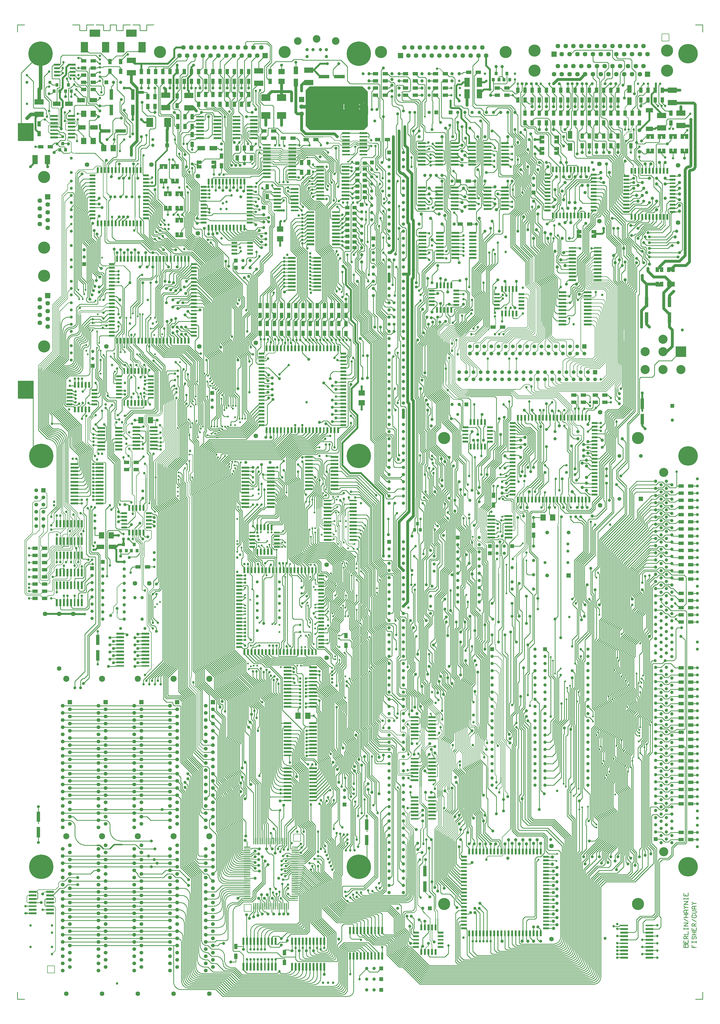
<source format=gbr>
G04 FAB 3000 Version 8.1.7 - Gerber/CAM Software*
G04 RS274-X Output*
%FSLAX24Y24*%
%MIA0B0*%
%MOIN*%
%SFA1.000000B1.000000*%

%IPPOS*%
%ADD11C,0.010002*%
%ADD13C,0.045880*%
%ADD14C,0.045960*%
%ADD15C,0.045890*%
%ADD16C,0.045900*%
%ADD17C,0.045910*%
%ADD18C,0.045950*%
%ADD19C,0.045940*%
%ADD20C,0.052740*%
%ADD21C,0.052730*%
%ADD22C,0.052680*%
%ADD23C,0.052720*%
%ADD24C,0.052660*%
%ADD25C,0.052690*%
%ADD26C,0.063750*%
%ADD27C,0.063800*%
%ADD28C,0.063810*%
%ADD29C,0.063730*%
%ADD30C,0.063740*%
%ADD31C,0.063790*%
%ADD32C,0.063760*%
%ADD33C,0.085020*%
%ADD34C,0.085010*%
%ADD35C,0.106280*%
%ADD36C,0.106220*%
%ADD37R,0.060000X0.060000*%
%ADD38R,0.060070X0.060000*%
%ADD39R,0.060010X0.060000*%
%ADD40R,0.060060X0.060010*%
%ADD41R,0.074970X0.075100*%
%ADD42R,0.075040X0.075100*%
%ADD43C,0.170029*%
%ADD44C,0.170020*%
%ADD45C,0.127560*%
%ADD46C,0.127540*%
%ADD47C,0.340115*%
%ADD48C,0.340060*%
%ADD49R,0.075030X0.075000*%
%ADD50R,0.075030X0.075100*%
%ADD51R,0.075020X0.074900*%
%ADD52R,0.075030X0.074900*%
%ADD53C,0.212560*%
%ADD54C,0.272060*%
%ADD55R,0.054050X0.054040*%
%ADD56R,0.054050X0.053980*%
%ADD57R,0.054030X0.053970*%
%ADD58R,0.053990X0.053980*%
%ADD59R,0.053970X0.054040*%
%ADD60R,0.053980X0.053980*%
%ADD61R,0.054040X0.053970*%
%ADD62R,0.053970X0.053980*%
%ADD63R,0.054040X0.053980*%
%ADD64R,0.053980X0.053970*%
%ADD65R,0.054020X0.054000*%
%ADD66R,0.053990X0.054100*%
%ADD67R,0.053970X0.054000*%
%ADD68R,0.054050X0.054100*%
%ADD69R,0.054040X0.054000*%
%ADD70R,0.054030X0.054000*%
%ADD71R,0.054040X0.053900*%
%ADD72R,0.053970X0.054100*%
%ADD73R,0.053970X0.053900*%
%ADD74R,0.053980X0.054000*%
%ADD75R,0.053980X0.054100*%
%ADD76R,0.054050X0.053900*%
%ADD77R,0.149970X0.150100*%
%ADD78R,0.075030X0.050020*%
%ADD80R,0.075040X0.049970*%
%ADD82R,0.075040X0.050010*%
%ADD83R,0.075030X0.050010*%
%ADD85R,0.074980X0.050020*%
%ADD91R,0.074978X0.049970*%
%ADD92R,0.074978X0.050010*%
%ADD96R,0.075030X0.049960*%
%ADD112R,0.074980X0.049980*%
%ADD113R,0.075032X0.049980*%
%ADD118R,0.075030X0.050100*%
%ADD121R,0.075020X0.050000*%
%ADD122R,0.075040X0.050000*%
%ADD125R,0.074980X0.050000*%
%ADD126R,0.075030X0.050000*%
%ADD128R,0.075030X0.049900*%
%ADD130R,0.075040X0.049900*%
%ADD131R,0.075040X0.050100*%
%ADD134R,0.074970X0.049900*%
%ADD136R,0.074970X0.050000*%
%ADD139R,0.074990X0.050000*%
%ADD140R,0.074990X0.050100*%
%ADD142R,0.075050X0.050000*%
%ADD143R,0.075040X0.090000*%
%ADD144R,0.075030X0.090000*%
%ADD145R,0.075030X0.090010*%
%ADD151R,0.075030X0.089950*%
%ADD153R,0.075020X0.090000*%
%ADD155R,0.060000X0.049900*%
%ADD156R,0.060000X0.050100*%
%ADD157R,0.060000X0.050000*%
%ADD162R,0.100040X0.150000*%
%ADD163R,0.099990X0.150000*%
%ADD164R,0.150020X0.100000*%
%ADD165R,0.150070X0.100000*%
%ADD238C,0.020005*%
%ADD239C,0.100024*%
%ADD247C,0.170040*%
%ADD248C,0.025006*%
%ADD249C,0.050012*%
%ADD250C,0.008002*%
%ADD251C,0.040009*%
%ADD252C,0.080019*%
%ADD253C,0.034020*%
%ADD254C,0.033960*%
%ADD255C,0.034030*%
%ADD256C,0.034010*%
%ADD257C,0.033970*%
%ADD258C,0.033950*%
%ADD259C,0.033980*%
%ADD260C,0.034000*%
%ADD261C,0.034100*%
%ADD262C,0.042470*%
%ADD263C,0.042550*%
%ADD264C,0.042530*%
%ADD265C,0.042480*%
%ADD266C,0.042540*%
%ADD267C,0.042490*%
%ADD268C,0.042520*%
%ADD269C,0.042600*%
%ADD270C,0.042500*%
%ADD271C,0.025550*%
%ADD272C,0.025500*%
%ADD273C,0.025560*%
%ADD274C,0.025490*%
%ADD275C,0.025480*%
%ADD276C,0.025540*%
%ADD277C,0.025510*%
%ADD278C,0.029720*%
%ADD279R,0.100000X0.060000*%
%ADD280R,0.080020X0.025020*%
%ADD281R,0.080020X0.025010*%
%ADD282R,0.080020X0.024950*%
%ADD283R,0.080020X0.025000*%
%ADD284R,0.080010X0.025020*%
%ADD285R,0.080010X0.025000*%
%ADD286R,0.080010X0.024950*%
%ADD287R,0.080010X0.025010*%
%ADD288R,0.080030X0.025010*%
%ADD289R,0.080030X0.024950*%
%ADD290R,0.080030X0.025020*%
%ADD291R,0.079970X0.025010*%
%ADD292R,0.079970X0.024950*%
%ADD293R,0.079970X0.025020*%
%ADD294R,0.080020X0.024960*%
%ADD295R,0.080030X0.025000*%
%ADD296R,0.080030X0.024960*%
%ADD297R,0.080020X0.024940*%
%ADD298R,0.080030X0.024940*%
%ADD299R,0.080010X0.024960*%
%ADD300R,0.080020X0.024900*%
%ADD301R,0.080030X0.024900*%
%ADD302R,0.080030X0.025060*%
%ADD303R,0.080020X0.025060*%
%ADD304R,0.080020X0.025100*%
%ADD305R,0.080030X0.025100*%
%ADD306R,0.080010X0.024900*%
%ADD307R,0.080010X0.025100*%
%ADD308R,0.025010X0.080010*%
%ADD309R,0.025010X0.080030*%
%ADD310R,0.025000X0.080030*%
%ADD311R,0.025000X0.080010*%
%ADD312R,0.025020X0.080010*%
%ADD313R,0.025020X0.080030*%
%ADD314R,0.025010X0.080020*%
%ADD315R,0.025020X0.080020*%
%ADD316R,0.025000X0.080020*%
%ADD317R,0.024960X0.080020*%
%ADD318R,0.024960X0.080010*%
%ADD319R,0.025010X0.079970*%
%ADD320R,0.025020X0.079970*%
%ADD321R,0.025000X0.079970*%
%ADD322R,0.024950X0.079970*%
%ADD323R,0.024960X0.079970*%
%ADD324R,0.024940X0.079970*%
%ADD325R,0.025020X0.079960*%
%ADD326R,0.025000X0.079960*%
%ADD327R,0.025010X0.079960*%
%ADD328R,0.024940X0.080030*%
%ADD329R,0.025020X0.080040*%
%ADD330R,0.025010X0.080040*%
%ADD331R,0.025000X0.080040*%
%ADD332R,0.024960X0.080040*%
%ADD333R,0.024940X0.080040*%
%ADD334R,0.024950X0.080020*%
%ADD335R,0.025010X0.080000*%
%ADD336R,0.025020X0.080000*%
%ADD337R,0.024940X0.080000*%
%ADD338R,0.025010X0.079900*%
%ADD339R,0.025000X0.079900*%
%ADD340R,0.025020X0.079900*%
%ADD341R,0.024940X0.079900*%
%ADD342R,0.024960X0.079900*%
%ADD343R,0.025000X0.080000*%
%ADD344R,0.024960X0.080000*%
%ADD345R,0.024950X0.080000*%
%ADD346R,0.025020X0.080100*%
%ADD347R,0.025010X0.080100*%
%ADD348R,0.025000X0.080100*%
%ADD349R,0.024960X0.080100*%
%ADD350R,0.024950X0.080100*%
%ADD351R,0.040040X0.050030*%
%ADD352R,0.039990X0.050010*%
%ADD353R,0.039990X0.050030*%
%ADD354R,0.040030X0.050010*%
%ADD355R,0.039980X0.050030*%
%ADD356R,0.039990X0.049970*%
%ADD357R,0.040040X0.050020*%
%ADD358R,0.040040X0.049900*%
%ADD359R,0.039980X0.050100*%
%ADD360R,0.040030X0.050000*%
%ADD361R,0.039990X0.050000*%
%ADD362R,0.040040X0.050000*%
%ADD363R,0.039980X0.050000*%
%ADD364R,0.105040X0.025020*%
%ADD365R,0.105040X0.025010*%
%ADD366R,0.105040X0.025000*%
%ADD367R,0.105040X0.024960*%
%ADD368R,0.105030X0.025020*%
%ADD369R,0.105035X0.024950*%
%ADD370R,0.105030X0.025010*%
%ADD371R,0.105030X0.025000*%
%ADD372R,0.105030X0.024960*%
%ADD373R,0.105020X0.025010*%
%ADD374R,0.105020X0.025020*%
%ADD375R,0.105020X0.024960*%
%ADD376R,0.105020X0.025000*%
%ADD377R,0.104990X0.025010*%
%ADD378R,0.104990X0.025020*%
%ADD379R,0.104990X0.024950*%
%ADD380R,0.104990X0.025000*%
%ADD381R,0.105040X0.024940*%
%ADD382R,0.105030X0.024940*%
%ADD383R,0.105040X0.025100*%
%ADD384R,0.105040X0.024900*%
%ADD385R,0.104990X0.025100*%
%ADD386R,0.105030X0.024900*%
%ADD387R,0.105030X0.025100*%
%ADD388R,0.105020X0.025100*%
%ADD389R,0.105020X0.024900*%
%ADD390R,0.105050X0.025100*%
%ADD391R,0.105050X0.025000*%
%ADD392R,0.105050X0.024900*%
%ADD393R,0.104980X0.025100*%
%ADD394R,0.104980X0.025000*%
%ADD395R,0.104980X0.024900*%
%ADD396R,0.104990X0.024900*%
%ADD397R,0.104970X0.025000*%
%ADD398R,0.104970X0.024900*%
%ADD399R,0.104970X0.025100*%
%ADD400R,0.025010X0.105040*%
%ADD401R,0.025020X0.105040*%
%ADD402R,0.025000X0.105040*%
%ADD403R,0.024960X0.105040*%
%ADD404R,0.025010X0.104980*%
%ADD405R,0.025010X0.104970*%
%ADD406R,0.025000X0.104970*%
%ADD407R,0.025000X0.104980*%
%ADD408R,0.024960X0.104980*%
%ADD409R,0.024960X0.104970*%
%ADD410R,0.025020X0.104970*%
%ADD411R,0.025020X0.104980*%
%ADD412R,0.025010X0.105030*%
%ADD413R,0.025020X0.105030*%
%ADD414R,0.024960X0.105030*%
%ADD415R,0.025000X0.105030*%
%ADD416R,0.025010X0.104990*%
%ADD417R,0.025000X0.104990*%
%ADD418R,0.024960X0.104990*%
%ADD419R,0.025020X0.104990*%
%ADD420R,0.075000X0.049970*%
%ADD421R,0.075000X0.050010*%
%ADD422R,0.075000X0.050020*%
%ADD423R,0.075000X0.050030*%
%ADD424R,0.075000X0.049960*%
%ADD425R,0.050030X0.075040*%
%ADD426R,0.050030X0.074980*%
%ADD427R,0.050030X0.075020*%
%ADD428R,0.050030X0.074970*%
%ADD429R,0.050020X0.075030*%
%ADD430R,0.050020X0.075040*%
%ADD431R,0.049970X0.074980*%
%ADD432R,0.049970X0.075040*%
%ADD433R,0.050020X0.075000*%
%ADD434R,0.050020X0.075100*%
%ADD435R,0.050020X0.074900*%
%ADD436R,0.050030X0.074900*%
%ADD437R,0.050030X0.075000*%
%ADD438R,0.049950X0.074900*%
%ADD439R,0.049950X0.075000*%
%ADD440R,0.049970X0.074900*%
%ADD441R,0.049970X0.075000*%
%ADD442R,0.050010X0.074900*%
%ADD443R,0.050010X0.075000*%
%ADD444R,0.050010X0.075100*%
%ADD445R,0.050030X0.075100*%
%ADD446R,0.049980X0.075000*%
%ADD447R,0.049960X0.075000*%
%ADD448R,0.049960X0.074900*%
%ADD449R,0.049980X0.074900*%
%ADD450R,0.049980X0.075100*%
%ADD451R,0.049970X0.075100*%
%ADD452R,0.049960X0.075100*%
%ADD453R,0.074980X0.090010*%
%ADD454R,0.074990X0.090000*%
%ADD455R,0.075030X0.090100*%
%ADD456R,0.075040X0.090100*%
%ADD457R,0.074980X0.090000*%
%ADD458R,0.090000X0.075000*%
%ADD459R,0.090000X0.074900*%
%ADD460R,0.090010X0.074900*%
%ADD461R,0.090000X0.075100*%
%ADD462R,0.110020X0.060010*%
%ADD463R,0.110020X0.060000*%
%ADD464R,0.110030X0.060000*%
%ADD465R,0.060020X0.110000*%
%ADD466R,0.060020X0.110100*%
%ADD467R,0.060000X0.110000*%
%ADD468R,0.075032X0.125000*%
%ADD469R,0.074970X0.125000*%
%ADD470R,0.125001X0.075000*%
%ADD471R,0.125060X0.075000*%
%ADD472R,0.125050X0.075000*%
%ADD473R,0.125090X0.075000*%
%ADD474R,0.125060X0.074900*%
%ADD475R,0.094030X0.125000*%
%ADD476R,0.125060X0.093900*%
%ADD477R,0.125050X0.093900*%
%ADD478R,0.145010X0.050000*%
%ADD479R,0.145020X0.050000*%
%ADD480R,0.145070X0.050000*%
%ADD481R,0.050030X0.145030*%
%ADD482R,0.050030X0.145020*%
%ADD483R,0.050020X0.144970*%
%ADD484R,0.050020X0.145030*%
%ADD485R,0.050020X0.144960*%
%ADD486R,0.050020X0.145010*%
%ADD487R,0.050030X0.144960*%
%ADD488R,0.050030X0.145100*%
%ADD489R,0.050030X0.144900*%
%ADD490R,0.050010X0.145100*%
%ADD491R,0.048990X0.070100*%
%ADD492R,0.049040X0.070100*%
%ADD493R,0.049000X0.070100*%
%ADD494R,0.049050X0.070100*%
%ADD495R,0.049060X0.070100*%
%ADD496R,0.048990X0.069900*%
%ADD497R,0.049060X0.069900*%
%ADD498R,0.049040X0.069900*%
%ADD499R,0.049000X0.069900*%
%ADD500R,0.049090X0.069900*%
%ADD501R,0.048900X0.069900*%
%ADD502R,0.048900X0.070000*%
%ADD503R,0.049090X0.070000*%
%ADD504R,0.049000X0.070000*%
%ADD505R,0.049040X0.070000*%
%ADD506R,0.048990X0.070000*%
%ADD507R,0.049060X0.070000*%
%ADD508R,0.070040X0.049000*%
%ADD509R,0.070040X0.049100*%
%ADD510R,0.015020X0.030000*%
%ADD511R,0.015030X0.030000*%
%ADD512R,0.014970X0.030000*%
%ADD513R,0.015000X0.030000*%
%ADD514R,0.030010X0.014900*%
%ADD515R,0.030000X0.014900*%
%ADD516R,0.030000X0.015000*%
%ADD517R,0.030050X0.014900*%
%ADD518R,0.030000X0.015100*%
%LNA4000D_RevB_top_signal_0*%
%LPD*%
G54D11*
X24232Y33905D02*
G01X19231D01*
Y34905D02*
G01X24232D01*
X23232Y33405D02*
G01X18230D01*
Y32405D02*
G01X23232D01*
X19231Y32905D02*
G01X24232D01*
X38235Y21605D02*
G01X45284D01*
X44784Y21805D02*
G01X38336D01*
X38035Y21205D02*
G01X46284D01*
X37585Y20805D02*
G01X47285D01*
X51038Y20205D02*
G01X36985D01*
X45784Y21405D02*
G01X38135D01*
X46785Y21005D02*
G01X37786D01*
X38982Y22005D02*
G01X43236D01*
X37185Y20405D02*
G01X48285D01*
X47784Y20605D02*
G01X37385D01*
X6903Y18380D02*
G01X7903D01*
X102676D02*
G01X101676D01*
X53651Y19040D02*
G01X53751Y19161D01*
X53530Y18940D02*
G01X53651Y19040D01*
X53392Y18866D02*
G01X53530Y18940D01*
X53242Y18821D02*
G01X53392Y18866D01*
X52683Y19140D02*
G01X52545Y19066D01*
D02*
G01X52395Y19020D01*
X53086Y18805D02*
G01X53242Y18821D01*
X35585Y18805D02*
G01X53086D01*
X52239Y19005D02*
G01X35785D01*
X102676Y18380D02*
G01X101676D01*
X6903D02*
G01X7903D01*
X52395Y19020D02*
G01X52239Y19005D01*
X29655Y19758D02*
G01X29733Y19755D01*
X29577Y19767D02*
G01X29655Y19758D01*
X29500Y19783D02*
G01X29577Y19767D01*
X29424Y19804D02*
G01X29500Y19783D01*
X34835Y19955D02*
G01X30833D01*
D02*
G01X30639Y19974D01*
D02*
G01X30450Y20031D01*
X29084Y19995D02*
G01X29145Y19946D01*
X29350Y19831D02*
G01X29424Y19804D01*
X29733Y19755D02*
G01X34634D01*
X29026Y20048D02*
G01X29084Y19995D01*
X29145Y19946D02*
G01X29211Y19902D01*
D02*
G01X29279Y19864D01*
D02*
G01X29350Y19831D01*
X36785Y20005D02*
G01X51238D01*
X51438Y19805D02*
G01X36585D01*
X36385Y19605D02*
G01X51639D01*
X51839Y19405D02*
G01X36185D01*
X30126Y20248D02*
G01X30001Y20399D01*
X30651Y20231D02*
G01X30724Y20204D01*
X30580Y20264D02*
G01X30651Y20231D01*
X30512Y20302D02*
G01X30580Y20264D01*
X30446Y20346D02*
G01X30512Y20302D01*
X28842Y20301D02*
G01X28880Y20233D01*
X28782Y20446D02*
G01X28809Y20372D01*
D02*
G01X28842Y20301D01*
X30327Y20448D02*
G01X30384Y20395D01*
D02*
G01X30446Y20346D01*
X31234Y20355D02*
G01X31038Y20374D01*
X35234Y20355D02*
G01X31234D01*
X31038Y20374D02*
G01X30851Y20431D01*
G54D256*
X20831Y20605D03*
G54D11*
X30001Y20399D02*
G01X29910Y20572D01*
X28745Y20599D02*
G01X28761Y20522D01*
X30224Y20567D02*
G01X30274Y20506D01*
X31433Y20555D02*
G01X35435D01*
X30678Y20523D02*
G01X30526Y20648D01*
X28761Y20522D02*
G01X28782Y20446D01*
X30274Y20506D02*
G01X30327Y20448D01*
X30851Y20431D02*
G01X30678Y20523D01*
X31239Y20574D02*
G01X31433Y20555D01*
X43236Y24905D02*
G01X39182D01*
X42286Y25655D02*
G01X43486D01*
X43436Y27205D02*
G01X42636D01*
X46087Y23655D02*
G01X51589D01*
X51028Y24658D02*
G01X51038Y24755D01*
X51092Y24201D02*
G01X51016Y24139D01*
X51155Y24277D02*
G01X51092Y24201D01*
X51036Y23865D02*
G01X51129Y23893D01*
D02*
G01X51216Y23939D01*
G54D404*
X54389Y24435D03*
G54D11*
X53639Y26805D02*
G01X54840D01*
X55940Y26305D02*
G01X52539D01*
X52639Y26105D02*
G01X55639D01*
X54389Y24855D02*
G01X54139Y25105D01*
X52839Y25705D02*
G01X55039D01*
X54840Y25505D02*
G01X52939D01*
X53039Y25305D02*
G01X54439D01*
X55439Y25905D02*
G01X52739D01*
X52978Y19499D02*
G01X52904Y19361D01*
X52824Y19849D02*
G01X52839Y20005D01*
X52778Y19699D02*
G01X52824Y19849D01*
G54D56*
X57740Y19705D03*
G54D14*
X56740D03*
G54D13*
X55739D03*
G54D11*
X53023Y19649D02*
G01X52978Y19499D01*
X53824Y19299D02*
G01X53870Y19449D01*
D02*
G01X53885Y19605D01*
X53039Y19805D02*
G01X53023Y19649D01*
X23232Y31405D02*
G01X18230D01*
X24232Y31905D02*
G01X19231D01*
G54D256*
X28933Y104905D03*
G54D11*
X32934Y102106D02*
G01Y105704D01*
X32334Y101506D02*
G01Y107606D01*
X31334Y107006D02*
G01Y104405D01*
X32034Y107606D02*
G01Y104705D01*
X31734Y107505D02*
G01Y104606D01*
X32734Y107805D02*
G01Y101806D01*
X29933Y106206D02*
G01Y102106D01*
X29333Y104105D02*
G01Y105406D01*
X32534Y101605D02*
G01Y107706D01*
X31133Y104306D02*
G01Y106905D01*
X30934Y104806D02*
G01X30734Y105005D01*
X31534Y104506D02*
G01Y107406D01*
X29733Y106706D02*
G01Y102205D01*
X33134Y105506D02*
G01Y102205D01*
X30333Y105106D02*
G01X30734Y104705D01*
G54D250*
X11079Y22055D02*
G01X12079D01*
G54D11*
X30453Y21360D02*
G01X30510Y21172D01*
X30434Y21555D02*
G01X30453Y21360D01*
X30833Y21955D02*
G01X30852Y21760D01*
X30033Y21155D02*
G01X30036Y21077D01*
X30636Y21677D02*
G01X30634Y21755D01*
X30252Y21160D02*
G01X30233Y21355D01*
X30646Y21599D02*
G01X30636Y21677D01*
X30742Y21301D02*
G01X30710Y21372D01*
X30781Y21233D02*
G01X30742Y21301D01*
X30825Y21167D02*
G01X30781Y21233D01*
X30874Y21106D02*
G01X30825Y21167D01*
X30661Y21522D02*
G01X30646Y21599D01*
X30683Y21446D02*
G01X30661Y21522D01*
X30710Y21372D02*
G01X30683Y21446D01*
X30852Y21760D02*
G01X30909Y21572D01*
X30927Y21048D02*
G01X30874Y21106D01*
X30909Y21572D02*
G01X31002Y21399D01*
G54D266*
X63441Y38905D03*
G54D250*
X62941D02*
G01X63441D01*
G54D11*
X63541Y37505D02*
G01X63041Y37005D01*
X37035Y22205D02*
G01X38035Y21205D01*
X31310Y21972D02*
G01X31403Y21799D01*
X31727Y21848D02*
G01X31602Y21999D01*
X31878Y21723D02*
G01X31727Y21848D01*
X31110Y21772D02*
G01X31053Y21960D01*
X38135Y21405D02*
G01X37135Y22405D01*
X32251Y21831D02*
G01X32439Y21774D01*
X32078Y21923D02*
G01X32251Y21831D01*
X31403Y21799D02*
G01X31527Y21648D01*
G54D253*
X51038Y20705D03*
G54D11*
X37352Y37147D02*
G01X37179Y37239D01*
X37211Y38200D02*
G01X37303Y38027D01*
D02*
G01X37428Y37875D01*
X37354Y38643D02*
G01X37335Y38839D01*
X38995Y36303D02*
G01X37135D01*
X36935Y36047D02*
G01X38995D01*
X37152Y36891D02*
G01X37340Y36834D01*
X37228Y37619D02*
G01X37379Y37495D01*
X38995Y36559D02*
G01X37335D01*
D02*
G01X37140Y36578D01*
X46479Y21224D02*
G01X46666Y21281D01*
D02*
G01X46839Y21374D01*
X48735Y21296D02*
G01X48708Y21222D01*
X48757Y21372D02*
G01X48735Y21296D01*
X49272Y21249D02*
G01X49282Y21327D01*
D02*
G01X49285Y21405D01*
X47491Y21298D02*
G01X47340Y21173D01*
X47616Y21449D02*
G01X47491Y21298D01*
X48116Y21249D02*
G01X48208Y21422D01*
G36*
X38546Y37899D02*
G01X39446D01*
Y37779D01*
X38546D01*
Y37899D01*
G37*
G36*
Y38155D02*
G01X39446D01*
Y38035D01*
X38546D01*
Y38155D01*
G37*
G36*
Y38411D02*
G01X39446D01*
Y38291D01*
X38546D01*
Y38411D01*
G37*
G36*
Y38667D02*
G01X39446D01*
Y38547D01*
X38546D01*
Y38667D01*
G37*
G36*
Y38923D02*
G01X39446D01*
Y38803D01*
X38546D01*
Y38923D01*
G37*
G36*
Y39179D02*
G01X39446D01*
Y39059D01*
X38546D01*
Y39179D01*
G37*
G36*
Y39435D02*
G01X39446D01*
Y39315D01*
X38546D01*
Y39435D01*
G37*
G36*
Y39691D02*
G01X39446D01*
Y39571D01*
X38546D01*
Y39691D01*
G37*
G54D250*
X39926Y38095D02*
G01X38995D01*
G54D11*
X39570Y37839D02*
G01X38995D01*
X39582Y38351D02*
G01X38995D01*
Y38607D02*
G01X39538D01*
X39606Y39375D02*
G01X38995D01*
X46284Y21205D02*
G01X46479Y21224D01*
X48167Y20681D02*
G01X48093Y20654D01*
X47941Y20617D02*
G01X47862Y20608D01*
X47285Y20805D02*
G01X47479Y20824D01*
X46979Y21024D02*
G01X46785Y21005D01*
X47166Y21081D02*
G01X46979Y21024D01*
X47340Y21173D02*
G01X47166Y21081D01*
X47992Y21098D02*
G01X48116Y21249D01*
X47840Y20974D02*
G01X47992Y21098D01*
X47479Y20824D02*
G01X47667Y20881D01*
D02*
G01X47840Y20974D01*
X47862Y20608D02*
G01X47784Y20605D01*
X48307Y20753D02*
G01X48238Y20714D01*
D02*
G01X48167Y20681D01*
X48093Y20654D02*
G01X48018Y20633D01*
D02*
G01X47941Y20617D01*
X48363Y20408D02*
G01X48441Y20417D01*
X48285Y20405D02*
G01X48363Y20408D01*
X48434Y20845D02*
G01X48372Y20796D01*
D02*
G01X48307Y20753D01*
X28833Y112805D02*
G01X29033Y113006D01*
X31234Y118606D02*
G01X30533Y117906D01*
X29333Y118105D02*
G01X29033Y117805D01*
X29533Y117906D02*
G01Y119105D01*
X29333Y119306D02*
G01Y118105D01*
X29133Y118306D02*
G01X28833Y118006D01*
X31564Y118105D02*
G01X31234D01*
D02*
G01X30634Y117505D01*
X29733D02*
G01Y118906D01*
G54D266*
X42936Y38805D03*
G54D11*
X43230Y40005D02*
G01X42936Y39711D01*
D02*
G01Y38805D01*
G54D20*
X24232Y31905D03*
G54D22*
X29233D03*
X34234D03*
G54D11*
X30831Y31984D02*
G01X30833Y31905D01*
X29233D02*
G01X24232D01*
X29633D02*
G01X29233D01*
X29943Y31856D02*
G01X29866Y31877D01*
D02*
G01X29790Y31893D01*
D02*
G01X29713Y31902D01*
D02*
G01X29633Y31905D01*
G54D256*
X11729Y24705D03*
G54D22*
X34234Y24905D03*
X29233D03*
G54D20*
X24232D03*
X19231D03*
G54D21*
X14230D03*
G54D250*
X11729Y24705D02*
G01X12229Y25205D01*
G54D11*
X32253Y24710D02*
G01X32234Y24905D01*
X33534D02*
G01X34034Y24405D01*
X35759Y24788D02*
G01X35666Y24961D01*
X35816Y24600D02*
G01X35759Y24788D01*
X37935Y25105D02*
G01X38483Y24559D01*
X45839Y21774D02*
G01X45991Y21898D01*
X45979Y21424D02*
G01X45784Y21405D01*
X35935Y42205D02*
G01Y37047D01*
X31634Y88905D02*
G01X31433Y89105D01*
X31534Y102406D02*
G01X31834Y102106D01*
Y104206D02*
G01X31534Y104506D01*
X31834Y96105D02*
G01X31433Y96505D01*
X31634Y96605D02*
G01X32034Y96205D01*
X30934Y96705D02*
G01X31634Y96005D01*
Y89205D02*
G01X31834Y89005D01*
X31133Y101806D02*
G01X31634Y101305D01*
Y96005D02*
G01Y89205D01*
Y101305D02*
G01Y96605D01*
X56739Y26205D02*
G01X58640D01*
X59241Y27005D02*
G01X57240D01*
X59040Y26805D02*
G01X57040D01*
X56940Y26605D02*
G01X58940D01*
X58740Y26405D02*
G01X56840D01*
X56640Y26005D02*
G01X58340D01*
G54D267*
X25632Y36905D03*
G54D22*
X34234D03*
X29233D03*
G54D20*
X24232D03*
X19231D03*
G54D21*
X14230D03*
G54D11*
X31534Y37705D02*
G01X32334Y36905D01*
X30934Y37405D02*
G01X32434Y35905D01*
X31334Y37605D02*
G01X33034Y35905D01*
X36828Y37107D02*
G01X36979Y36983D01*
D02*
G01X37152Y36891D01*
X36503Y37003D02*
G01X36411Y37176D01*
X36628Y36851D02*
G01X36503Y37003D01*
X35935Y37047D02*
G01X35954Y36851D01*
X32634Y36005D02*
G01X31133Y37505D01*
X36211Y36920D02*
G01X36154Y37107D01*
X35935Y94305D02*
G01X35234Y93605D01*
X34034Y94805D02*
G01Y90405D01*
X34634Y90705D02*
G01Y94405D01*
X34835Y94005D02*
G01Y90805D01*
X34434Y90605D02*
G01Y94605D01*
X35435Y93405D02*
G01X36435Y94405D01*
X34235Y90505D02*
G01Y94705D01*
X35335Y94105D02*
G01X35035Y93805D01*
X36535Y94205D02*
G01X35635Y93305D01*
X35835Y93205D02*
G01X36635Y94005D01*
X38995Y39119D02*
G01X38336D01*
X38995Y39631D02*
G01Y40345D01*
G54D256*
X41136Y59905D03*
G54D11*
X41036D02*
G01X41136D01*
X40536Y60005D02*
G01X41336Y59205D01*
X41136Y59105D02*
G01X40336Y59905D01*
G54D250*
X63741Y53305D02*
G01X64542Y54105D01*
X64441Y53705D02*
G01X63942Y53205D01*
G54D11*
X37628Y38131D02*
G01X37503Y38283D01*
X38336Y38351D02*
G01X38218Y38362D01*
X37579Y37751D02*
G01X37752Y37659D01*
X37428Y37875D02*
G01X37579Y37751D01*
X37769Y38329D02*
G01X37891Y38229D01*
D02*
G01X38029Y38155D01*
D02*
G01X38179Y38110D01*
X38995Y37839D02*
G01X38336D01*
D02*
G01X38140Y37858D01*
D02*
G01X37952Y37915D01*
D02*
G01X37779Y38007D01*
D02*
G01X37628Y38131D01*
X38336Y38095D02*
G01X38995D01*
Y38351D02*
G01X38336D01*
X38179Y38110D02*
G01X38336Y38095D01*
X37503Y38283D02*
G01X37411Y38456D01*
D02*
G01X37354Y38643D01*
X38002Y38452D02*
G01X37911Y38526D01*
X38106Y38396D02*
G01X38002Y38452D01*
X38218Y38362D02*
G01X38106Y38396D01*
X37596Y38588D02*
G01X37670Y38450D01*
D02*
G01X37769Y38329D01*
X93848Y39305D02*
G01X94148Y39605D01*
X86446Y21505D02*
G01X63642D01*
X86647Y21305D02*
G01X63541D01*
X85447Y22505D02*
G01X64141D01*
X63741Y21705D02*
G01X86247D01*
X63241Y20705D02*
G01X87247D01*
X87047Y20905D02*
G01X63341D01*
X85846Y22105D02*
G01X63942D01*
X63141Y20505D02*
G01X87447D01*
X64041Y22305D02*
G01X85647D01*
X86047Y21905D02*
G01X63841D01*
X63441Y21105D02*
G01X86847D01*
G54D256*
X44437Y37005D03*
G54D253*
X44337Y36305D03*
G54D11*
X43987Y35955D02*
G01X44487D01*
X44187Y36655D02*
G01X44587D01*
X44086Y37355D02*
G01X44587D01*
X44537Y36305D02*
G01X44337D01*
X87598Y21996D02*
G01X87571Y21922D01*
X87620Y22072D02*
G01X87598Y21996D01*
X87635Y22149D02*
G01X87620Y22072D01*
X87644Y22227D02*
G01X87635Y22149D01*
X87647Y22305D02*
G01X87644Y22227D01*
X87629Y20782D02*
G01X87701Y20815D01*
X87556Y20755D02*
G01X87629Y20782D01*
X87754Y21198D02*
G01X87697Y21144D01*
D02*
G01X87635Y21096D01*
D02*
G01X87570Y21052D01*
X87608Y21456D02*
G01X87656Y21517D01*
D02*
G01X87700Y21583D01*
X87642Y20524D02*
G01X87830Y20581D01*
X87447Y20505D02*
G01X87642Y20524D01*
X87554Y21398D02*
G01X87608Y21456D01*
G54D272*
X37335Y98605D03*
Y99705D03*
X37435Y101305D03*
G54D11*
X37335Y103204D02*
G01X37935Y102606D01*
X37635Y99405D02*
G01X37335Y99105D01*
X36935Y102906D02*
G01X37435Y102406D01*
X36435Y98305D02*
G01X38135D01*
X38235Y98105D02*
G01X36235D01*
X37135Y103006D02*
G01X37735Y102406D01*
X37335Y99105D02*
G01X36835D01*
X38336Y97905D02*
G01X35635D01*
X38435Y97705D02*
G01X35335D01*
X66942Y54305D02*
G01X67442Y54805D01*
X67242Y54905D02*
G01X66742Y54405D01*
X67042Y55005D02*
G01X66542Y54505D01*
G54D271*
X32834Y98405D03*
G54D11*
X33134Y101905D02*
G01X32934Y102106D01*
Y97605D02*
G01X33134Y97805D01*
X32934Y96105D02*
G01Y97605D01*
X32434Y95605D02*
G01X32934Y96105D01*
X32634Y95505D02*
G01X33734Y96605D01*
X32834Y89805D02*
G01X33034Y89605D01*
G54D424*
X99680Y74105D03*
X101021D03*
G54D269*
X101951D03*
G54D15*
X96874Y74255D03*
G54D16*
X98375D03*
G54D11*
X95449Y69305D02*
G01Y76105D01*
X95249Y76555D02*
G01Y69705D01*
X96874Y74255D02*
G01Y73880D01*
X99450Y74105D02*
G01X98799Y74755D01*
X95649Y68905D02*
G01Y75905D01*
X100400Y77355D02*
G01Y73655D01*
X98900Y84855D02*
G01X98100D01*
Y85855D02*
G01X98900D01*
Y83855D02*
G01X98100D01*
X98524Y83105D02*
G01X99680D01*
Y79105D02*
G01X98524D01*
Y80105D02*
G01X99680D01*
Y82105D02*
G01X98524D01*
Y81105D02*
G01X99680D01*
X99250Y75105D02*
G01X98549Y75805D01*
X98524Y78105D02*
G01X99680D01*
X100100Y77655D02*
G01X98400D01*
X98799Y74755D02*
G01X98299D01*
X98524Y77105D02*
G01X99680D01*
X30233Y90305D02*
G01X29933Y90605D01*
D02*
G01Y91705D01*
D02*
G01X29633Y92005D01*
X29733Y90505D02*
G01X30033Y90205D01*
Y88105D02*
G01X29834Y88305D01*
X30233Y98605D02*
G01X29933Y98905D01*
X28733Y92405D02*
G01X30233Y93905D01*
X29933Y102106D02*
G01X29733Y101905D01*
Y98805D02*
G01X30033Y98505D01*
X29933Y98905D02*
G01Y101806D01*
D02*
G01X30134Y102006D01*
X29133Y92205D02*
G01X30634Y93705D01*
X28933Y92305D02*
G01X30434Y93805D01*
G54D257*
X72043Y26505D03*
G54D11*
X71143Y24505D02*
G01X83446D01*
X83846Y24105D02*
G01X70243D01*
X69243Y23905D02*
G01X84046D01*
X84246Y23705D02*
G01X68943D01*
X70743Y24305D02*
G01X83646D01*
X84446Y23505D02*
G01X68643D01*
X68442Y23305D02*
G01X84646D01*
X64341Y22905D02*
G01X85046D01*
X64242Y22705D02*
G01X85246D01*
X84846Y23105D02*
G01X64441D01*
G54D422*
X101021Y71105D03*
X99680D03*
G54D269*
X101951D03*
G54D16*
X98375Y71255D03*
G54D15*
X96874D03*
G54D11*
X99350Y71105D02*
G01X98950Y71505D01*
G54D266*
X54639Y51905D03*
G54D11*
X54239Y52105D02*
G01X54439Y52305D01*
X54639Y51305D02*
G01X54239Y51705D01*
X54439Y51205D02*
G01X54039Y51605D01*
G54D16*
X97624Y80755D03*
G54D14*
X96124D03*
G54D11*
X96399Y81155D02*
G01X96699Y80855D01*
G54D22*
X34234Y38905D03*
X29233D03*
G54D20*
X24232D03*
X19231D03*
G54D21*
X14230D03*
G54D22*
X23232Y36405D03*
X18230D03*
G54D20*
X13229D03*
G54D11*
X23732Y35905D02*
G01X23232Y36405D01*
X17630D02*
G01X18230D01*
X17130Y35905D02*
G01X17630Y36405D01*
X14230Y35905D02*
G01X17130D01*
X19231Y36905D02*
G01X14230D01*
X24232D02*
G01X19231D01*
X27133Y35905D02*
G01X24232D01*
X25632Y36905D02*
G01X29233D01*
X24232D02*
G01X25632D01*
G54D368*
X11449Y32403D03*
G54D364*
X9008D03*
G54D20*
X13229Y32405D03*
G54D22*
X18230D03*
X23232D03*
G54D21*
X28233D03*
G54D250*
X8228Y32805D02*
G01Y32005D01*
X12229D02*
G01Y32505D01*
G54D11*
X10729Y32305D02*
G01Y31505D01*
X9128Y32403D02*
G01X9626D01*
X10827D02*
G01X10729Y32305D01*
X11329Y32403D02*
G01X10827D01*
X9626D02*
G01X9729Y32505D01*
X35435Y133906D02*
G01X35135Y133606D01*
X35435Y134836D02*
G01Y133906D01*
X36335D02*
G01X35835Y134405D01*
X34364Y134701D02*
G01Y133636D01*
G54D475*
X27883Y140906D03*
G54D251*
D02*
G01Y139956D01*
G54D11*
X30833Y141006D02*
G01X30333Y140506D01*
X28633Y141506D02*
G01Y139306D01*
X28833Y140506D02*
G01Y141606D01*
X29733Y139706D02*
G01Y142406D01*
G54D474*
X27626Y144687D03*
G54D447*
X29233Y144574D03*
G54D251*
X27626Y145512D02*
G01Y144786D01*
G54D248*
D02*
G01Y144688D01*
X28733Y144106D02*
G01Y147406D01*
G54D11*
X29233Y144576D02*
G01Y145106D01*
X29834Y147106D02*
G01Y143906D01*
G54D387*
X34855Y139703D03*
G54D383*
X37515D03*
G54D11*
X35535Y138406D02*
G01Y141906D01*
X36635Y142006D02*
G01Y135106D01*
X36235Y134606D02*
G01Y141906D01*
X36035Y140206D02*
G01Y134506D01*
X36435Y134705D02*
G01Y142006D01*
X36835Y141906D02*
G01Y135506D01*
X33332Y139704D02*
G01X33634Y140006D01*
X34134Y140600D02*
G01Y139206D01*
G54D371*
X34855Y140702D03*
Y140204D03*
G54D366*
X37515D03*
Y140702D03*
G54D250*
X32534Y141202D02*
G01X32414D01*
X34855Y140706D02*
G01Y140704D01*
G54D11*
X35885Y140356D02*
G01X36035Y140206D01*
X34237Y140704D02*
G01X34134Y140600D01*
X34737Y140706D02*
G01X34855D01*
X34734Y140704D02*
G01X34737Y140706D01*
X34237Y140704D02*
G01X34734D01*
X34134Y140806D02*
G01X34237Y140704D01*
G54D371*
X34855Y141204D03*
G54D366*
X37515D03*
G54D11*
X33134Y141306D02*
G01Y141906D01*
X33034Y141206D02*
G01X33134Y141306D01*
X32537Y141206D02*
G01X33034D01*
X32534Y141202D02*
G01X32537Y141206D01*
X35885Y141656D02*
G01Y140356D01*
X33634Y140006D02*
G01Y141706D01*
X34134Y141906D02*
G01Y140806D01*
G54D26*
X33904Y150225D03*
G54D11*
X34235Y144906D02*
G01X33834Y145306D01*
X34334Y142906D02*
G01X33334D01*
X33834Y147574D02*
G01X34235Y147976D01*
X33834Y145306D02*
G01Y147574D01*
X33234Y149556D02*
G01X33904Y150226D01*
X33334Y142106D02*
G01X33935D01*
X32634Y142306D02*
G01X34134D01*
X34235Y142706D02*
G01X32434D01*
G54D266*
Y145705D03*
G54D264*
X32634Y142305D03*
G54D11*
X32834Y145374D02*
G01X32234Y144774D01*
Y146206D02*
G01X32434Y146006D01*
X32234Y146206D02*
G01Y146636D01*
Y143434D02*
G01Y143506D01*
Y142906D02*
G01Y143434D01*
X32434Y142706D02*
G01X32234Y142906D01*
X32334Y142006D02*
G01X32634Y142306D01*
X32434Y146006D02*
G01Y145706D01*
X32834Y145374D02*
G01Y146906D01*
D02*
G01X32234Y147506D01*
D02*
G01Y147976D01*
D02*
G01X32814Y148556D01*
D02*
G01Y150226D01*
G54D26*
Y150225D03*
G54D445*
X33234Y147975D03*
Y146635D03*
Y144775D03*
G54D437*
Y143436D03*
G54D264*
Y145705D03*
G54D262*
X33634Y141705D03*
G54D26*
X33354Y151345D03*
G54D11*
X33234Y146636D02*
G01Y145706D01*
X33134Y141906D02*
G01X33334Y142106D01*
X33234Y143006D02*
G01Y143434D01*
X33334Y142906D02*
G01X33234Y143006D01*
Y149556D02*
G01Y147976D01*
D02*
G01Y147906D01*
D02*
G01X33634Y147506D01*
D02*
G01Y145176D01*
D02*
G01X33234Y144774D01*
X34235Y145706D02*
G01Y146636D01*
X36235D02*
G01Y145706D01*
X35234D02*
G01Y146636D01*
X36635Y147206D02*
G01Y145176D01*
X37235Y145706D02*
G01Y146636D01*
X38235D02*
G01Y145706D01*
X37835Y147206D02*
G01Y145176D01*
X36835Y145206D02*
G01Y147206D01*
X37635Y149606D02*
G01Y143906D01*
X35635Y147106D02*
G01Y145176D01*
X35835Y144006D02*
G01Y148896D01*
G54D255*
X35885Y141655D03*
G54D11*
X36235Y143606D02*
G01X35835Y144006D01*
X36235Y141906D02*
G01X35234Y142906D01*
X35135Y142706D02*
G01X35885Y141956D01*
X36435Y142006D02*
G01X35234Y143206D01*
G54D443*
X37635Y137276D03*
G54D11*
X38135Y137505D02*
G01Y136806D01*
X35835Y134405D02*
G01Y138105D01*
G54D384*
X37515Y141703D03*
G54D258*
X36535Y142405D03*
G54D11*
X37135Y142206D02*
G01X36835Y141906D01*
X37135Y142706D02*
G01Y142206D01*
X36835Y143006D02*
G01X37135Y142706D01*
X35885Y141956D02*
G01Y141656D01*
X36635Y142906D02*
G01X36935Y142606D01*
D02*
G01Y142306D01*
D02*
G01X36635Y142006D01*
G54D443*
X36235Y143436D03*
G54D441*
X37235D03*
G54D11*
X38235Y143506D02*
G01Y143434D01*
X37835Y143906D02*
G01Y142406D01*
X37235Y143506D02*
G01Y143434D01*
X36235Y143606D02*
G01Y143434D01*
X36635Y144206D02*
G01Y142906D01*
X36835Y143006D02*
G01Y143906D01*
G54D451*
X37235Y144775D03*
G54D444*
X36235D03*
G54D263*
Y145705D03*
G54D265*
X37235D03*
G54D11*
X36235Y144774D02*
G01Y144606D01*
X36635Y145176D02*
G01X36235Y144774D01*
X38235Y144306D02*
G01X37835Y143906D01*
X38235Y144774D02*
G01Y144306D01*
X37835Y145176D02*
G01X38235Y144774D01*
X37635Y143906D02*
G01X37235Y143506D01*
X36235Y144606D02*
G01X36635Y144206D01*
X36835Y143906D02*
G01X37235Y144306D01*
D02*
G01Y144774D01*
D02*
G01Y144806D01*
D02*
G01X36835Y145206D01*
G54D155*
X54039Y128205D03*
X53039D03*
G54D392*
X47867Y128355D03*
G54D384*
X51408D03*
G54D283*
X39361Y128406D03*
G54D253*
X40236Y128405D03*
G54D256*
X44137Y128605D03*
G54D255*
X46637D03*
G54D250*
X42436Y128505D02*
G01X42737Y128204D01*
X42236Y128406D02*
G01Y129506D01*
X42036Y129306D02*
G01Y128306D01*
G54D11*
X51939Y128505D02*
G01X51788Y128356D01*
X50638Y127606D02*
G01Y128706D01*
X54639Y128406D02*
G01X54039Y129006D01*
X39360Y128406D02*
G01X40236D01*
X44537Y129405D02*
G01Y127406D01*
X37135Y115206D02*
G01X37435Y114906D01*
X37235Y114806D02*
G01X36935Y115106D01*
X37135Y110704D02*
G01X37235Y110806D01*
G54D254*
X39836Y108506D03*
G54D26*
X40236Y110105D03*
G54D11*
X40036Y114105D02*
G01X39836Y113906D01*
X40236Y111305D02*
G01X39436Y110506D01*
X40436Y111206D02*
G01X39636Y110406D01*
Y109906D02*
G01X40236Y109306D01*
X40036Y111406D02*
G01X39236Y110605D01*
X40836Y124206D02*
G01X41036D01*
X40236Y124806D02*
G01X40836Y124206D01*
X37935Y125406D02*
G01X41636D01*
X40836Y125206D02*
G01X37635D01*
X41036Y125005D02*
G01X40836Y125206D01*
X40736Y124606D02*
G01X41636D01*
X40036D02*
G01X40836Y123805D01*
D02*
G01X41636D01*
G54D441*
X43837Y115276D03*
G54D440*
Y111435D03*
G54D441*
Y112776D03*
G54D440*
Y113935D03*
G54D336*
X43737Y109336D03*
G54D11*
X43436Y113204D02*
G01X43837Y113606D01*
X43937Y110506D02*
G01X43436Y111005D01*
X43736Y109705D02*
G01X43937Y109906D01*
X43736Y109335D02*
G01Y109705D01*
X44237Y115906D02*
G01X43736Y116406D01*
X43536Y116005D02*
G01X43837Y115704D01*
G54D335*
X48238Y109336D03*
G54D256*
Y110505D03*
G54D11*
Y113204D02*
G01X47838Y112805D01*
X48238Y115704D02*
G01Y113204D01*
Y115704D02*
G01X47438Y116506D01*
X47738Y110506D02*
G01X48238Y110005D01*
D02*
G01Y109335D01*
X48738Y110005D02*
G01X48238Y110506D01*
D02*
G01X47838Y110906D01*
G54D343*
X48738Y109336D03*
G54D255*
Y110505D03*
G54D11*
X48838Y113105D02*
G01Y112776D01*
Y115406D02*
G01Y115276D01*
X48738Y110506D02*
G01Y110305D01*
Y110605D02*
G01Y110506D01*
X48438Y110906D02*
G01X48738Y110605D01*
Y109335D02*
G01Y110005D01*
X48838Y111305D02*
G01Y111436D01*
X48438Y110906D02*
G01Y113204D01*
D02*
G01X48838Y113606D01*
D02*
G01Y113936D01*
G54D437*
Y115276D03*
G54D436*
Y113935D03*
G54D437*
Y112776D03*
G54D436*
Y111435D03*
G54D256*
X49238Y110505D03*
G54D11*
X48838Y113105D02*
G01X49238Y113505D01*
X49538Y116106D02*
G01X48838Y115406D01*
X48738Y110305D02*
G01X49238Y109806D01*
Y110906D02*
G01X48838Y111305D01*
X44437Y131806D02*
G01X44737D01*
X44337Y131706D02*
G01X44437Y131806D01*
Y132805D02*
G01X44687Y132554D01*
X44437Y134105D02*
G01Y132805D01*
X43436Y132205D02*
G01X46237D01*
G54D343*
X51238Y109336D03*
G54D253*
Y108005D03*
G54D11*
Y108105D02*
G01Y108006D01*
X51738Y108606D02*
G01X51238Y108105D01*
Y109906D02*
G01Y109335D01*
X50838Y110305D02*
G01X51238Y109906D01*
X51438Y110506D02*
G01X50838Y111106D01*
G54D366*
X45657Y130103D03*
Y129604D03*
Y129103D03*
G54D384*
Y128603D03*
G54D11*
X46137Y129105D02*
G01X45657D01*
G54D250*
X43637Y135506D02*
G01X45937D01*
X43736Y136005D02*
G01X45937D01*
Y135005D02*
G01X44637D01*
G54D11*
X44487Y134754D02*
G01X45307D01*
Y134256D02*
G01X44587D01*
X43683Y135760D02*
G01X45442D01*
Y135258D02*
G01X42884D01*
X42136Y130106D02*
G01X43335D01*
G54D460*
X43636Y125975D03*
G54D338*
X38635Y126180D03*
G54D283*
X39361Y127906D03*
G54D300*
Y127405D03*
G54D283*
Y126906D03*
G54D262*
X40236Y126605D03*
G54D250*
X38785Y128155D02*
G01X39936D01*
X39886Y127156D02*
G01X38886D01*
G54D11*
X39360Y127906D02*
G01X39836D01*
X39936Y128155D02*
G01X40086Y128006D01*
X39936Y126905D02*
G01X39360D01*
X40536Y126206D02*
G01X40136Y125806D01*
D02*
G01X39011D01*
D02*
G01X38636Y126181D01*
X40236Y126605D02*
G01X39936Y126905D01*
X39836Y127906D02*
G01X40136Y127606D01*
G54D264*
X40736Y125805D03*
G54D11*
X40786Y127156D02*
G01X39886D01*
X40936Y127006D02*
G01X40786Y127156D01*
X41636Y127406D02*
G01X39360D01*
X40086Y128006D02*
G01X41336D01*
Y126206D02*
G01X40536D01*
X40136Y127606D02*
G01X42036D01*
G54D300*
X32909Y127405D03*
G54D11*
X33784Y127156D02*
G01X33534Y127406D01*
G54D517*
X34564Y135005D03*
G54D509*
X34364Y134700D03*
G54D508*
Y135310D03*
G54D11*
D02*
G01X34564D01*
Y134701D02*
G01X34364D01*
X34564Y135005D02*
G01Y134701D01*
Y135310D02*
G01Y135005D01*
X32304Y135310D02*
G01X32639D01*
D02*
G01X33134Y135806D01*
D02*
G01X35135D01*
G54D437*
X35435Y134836D03*
Y136176D03*
G54D11*
X35135Y135806D02*
G01X35435Y136106D01*
G54D283*
X32909Y130406D03*
G54D264*
X38135Y130505D03*
G54D253*
X33734Y130405D03*
G54D11*
X35234Y129906D02*
G01X35985Y130655D01*
X32334Y130005D02*
G01Y132205D01*
G54D272*
X39736Y135105D03*
G54D267*
X38635D03*
G54D11*
X40236Y135005D02*
G01X39736Y134506D01*
X40036Y135406D02*
G01X39736Y135106D01*
X39636Y135506D02*
G01Y135934D01*
X39436Y135305D02*
G01X39636Y135506D01*
X38636Y135305D02*
G01X39436D01*
X38636D02*
G01Y135106D01*
X40836Y134506D02*
G01Y135806D01*
D02*
G01X41036Y136005D01*
X40536Y134606D02*
G01X40236Y134306D01*
X38636Y135934D02*
G01Y135305D01*
X41036Y134405D02*
G01Y135406D01*
G54D250*
Y136005D02*
G01X43436D01*
G54D11*
X41036Y135406D02*
G01X41136Y135506D01*
G54D437*
X39635Y137276D03*
G54D443*
X38636D03*
G54D371*
X52819Y136902D03*
G54D250*
X54139Y136706D02*
G01Y137505D01*
G54D11*
X54439Y137205D02*
G01Y136706D01*
X46937Y136905D02*
G01X49638D01*
X46537Y136506D02*
G01X46937Y136905D01*
X49938Y137106D02*
G01X50338Y136706D01*
X46487Y136756D02*
G01X46837Y137106D01*
X43884Y136758D02*
G01X43637Y137006D01*
X40386Y137056D02*
G01X40236Y136905D01*
X38636Y136806D02*
G01Y137274D01*
G54D371*
X41766Y136754D03*
Y136256D03*
G54D256*
X40736Y136705D03*
G54D11*
X43484Y136260D02*
G01X41641D01*
X40736Y136706D02*
G01X40536Y136506D01*
X40936D02*
G01X40736Y136706D01*
X40936Y136506D02*
G01X41036D01*
X38835Y136605D02*
G01X38636Y136806D01*
X39936Y136605D02*
G01X38835D01*
X40036Y136506D02*
G01X39936Y136605D01*
X41641Y136260D02*
G01X41766Y136254D01*
Y136756D02*
G01X41641Y136758D01*
G54D250*
X43536Y136506D02*
G01X41036D01*
G54D11*
X43784Y136260D02*
G01X43536Y136506D01*
X41641Y136758D02*
G01X43583D01*
D02*
G01X43837Y136506D01*
X46037Y117006D02*
G01X44837Y115806D01*
G54D248*
X54539Y109906D02*
G01X54139Y110305D01*
G54D11*
X53839Y110206D02*
G01X54239Y109806D01*
G54D433*
X52839Y115276D03*
G54D435*
Y113935D03*
G54D266*
Y116205D03*
G54D11*
Y113105D02*
G01X52439Y113505D01*
G54D376*
X45267Y121956D03*
G54D11*
Y121954D02*
G01X44187D01*
X49838Y123606D02*
G01X50738Y122706D01*
G54D256*
X53939Y119605D03*
G54D11*
X54239Y117906D02*
G01X53539Y118606D01*
X53339Y118505D02*
G01X54039Y117805D01*
X53939Y118505D02*
G01Y119606D01*
X54439Y118006D02*
G01X53939Y118505D01*
X46237Y116605D02*
G01Y122205D01*
X46437Y122306D02*
G01Y116206D01*
X46637Y116005D02*
G01Y122406D01*
X50338Y116605D02*
G01Y122505D01*
X49938Y122306D02*
G01Y115906D01*
X50138Y115806D02*
G01Y122406D01*
X47237Y122706D02*
G01Y116206D01*
X47438Y116506D02*
G01Y122805D01*
X49538Y122106D02*
G01Y116106D01*
X49738Y116005D02*
G01Y122205D01*
X46837Y122505D02*
G01Y115276D01*
X47037Y116106D02*
G01Y122606D01*
X52239Y115704D02*
G01X50938Y117006D01*
X50738Y116806D02*
G01X51839Y115704D01*
X50538Y116706D02*
G01X51238Y116005D01*
X52439Y115806D02*
G01X51138Y117106D01*
G54D272*
X52239Y117205D03*
G54D253*
X51538Y117305D03*
G54D257*
X51939Y117605D03*
G54D253*
X52339Y120006D03*
G54D11*
X52539Y116706D02*
G01Y118306D01*
D02*
G01X52338Y118505D01*
D02*
G01Y120005D01*
X51738Y118505D02*
G01X52338Y117906D01*
D02*
G01Y117306D01*
D02*
G01X52239Y117205D01*
X51939Y117606D02*
G01X51539Y118006D01*
X51339Y117606D02*
G01X51539Y117406D01*
D02*
G01Y117306D01*
G54D266*
X52439Y120805D03*
G54D248*
X52839Y120406D02*
G01X52439Y120806D01*
G54D11*
Y121406D02*
G01X53139Y120704D01*
G54D255*
X53639Y121405D03*
G54D256*
X52939Y116906D03*
G54D248*
X52839Y118204D02*
G01Y120406D01*
X53539Y117505D02*
G01X52839Y118204D01*
G54D11*
X53639Y121506D02*
G01Y121406D01*
X53539Y120906D02*
G01X53039Y121406D01*
X53539Y118606D02*
G01Y120906D01*
X53139Y120704D02*
G01Y118406D01*
D02*
G01X53839Y117706D01*
X52639Y121506D02*
G01X53339Y120806D01*
D02*
G01Y118505D01*
G54D399*
X43216Y130603D03*
G54D283*
X39361Y130906D03*
G54D250*
X43337Y131103D02*
G01X43216D01*
G54D11*
X41836Y130535D02*
G01Y130406D01*
X41536Y131106D02*
G01X41436Y131005D01*
X42236Y131106D02*
G01X41536D01*
X42739Y130603D02*
G01X42236Y131106D01*
X43216Y130603D02*
G01X42739D01*
X40636Y130806D02*
G01X41036Y130406D01*
X42539Y131103D02*
G01X43337D01*
X44036Y130406D02*
G01X44437D01*
X44837D02*
G01X44137Y131106D01*
X39836Y130906D02*
G01X39360D01*
X39836D02*
G01X39936Y130806D01*
D02*
G01X40636D01*
X40436Y130406D02*
G01X39360D01*
X45657Y131103D02*
G01X44940D01*
Y130603D02*
G01X45037D01*
X49218Y130206D02*
G01X50138D01*
X50038Y129306D02*
G01X50538Y129806D01*
G54D398*
X43216Y131103D03*
G54D253*
X40236Y131205D03*
G54D256*
X44737Y131306D03*
G54D11*
X44940Y131103D02*
G01X44737Y131305D01*
X44337Y131206D02*
G01Y131706D01*
X44940Y130603D02*
G01X44337Y131206D01*
X40636Y132106D02*
G01Y130806D01*
X41236Y129906D02*
G01Y131206D01*
D02*
G01X41336Y131305D01*
X42336D02*
G01X42539Y131103D01*
X44137Y131106D02*
G01Y131806D01*
X39836Y131406D02*
G01X40036Y131206D01*
D02*
G01X40236D01*
G54D384*
X45657Y131103D03*
G54D437*
X49838Y115276D03*
G54D436*
Y113935D03*
G54D11*
Y115806D02*
G01Y115276D01*
X49238Y115506D02*
G01X49738Y116005D01*
X49238Y113505D02*
G01Y115506D01*
X49438Y113406D02*
G01X49838Y113805D01*
D02*
G01Y113936D01*
X50238Y113306D02*
G01X49838Y112906D01*
D02*
G01Y112776D01*
X50238Y113306D02*
G01Y115704D01*
D02*
G01X50138Y115806D01*
X49938Y115906D02*
G01X49838Y115806D01*
G54D437*
X50838Y115276D03*
G54D436*
Y113935D03*
G54D11*
Y116106D02*
G01X50338Y116605D01*
X50838Y116106D02*
G01Y115276D01*
Y113805D02*
G01Y113936D01*
X50438Y113406D02*
G01X50838Y113805D01*
X51238Y113306D02*
G01X50838Y112906D01*
D02*
G01Y112776D01*
G54D437*
X51839Y115276D03*
G54D436*
Y113935D03*
G54D11*
Y112906D02*
G01Y112776D01*
X52239Y113306D02*
G01X51839Y112906D01*
X52239Y115704D02*
G01Y113306D01*
X51839Y115704D02*
G01Y115276D01*
X52439Y113505D02*
G01Y115806D01*
X51839Y113805D02*
G01Y113936D01*
X51438Y113406D02*
G01X51839Y113805D01*
X51238Y116005D02*
G01Y113306D01*
G54D256*
X46837Y129106D03*
G54D11*
X46637Y128606D02*
G01X46137Y129105D01*
X46437Y129506D02*
G01X46837Y129105D01*
X46637Y129806D02*
G01X47738Y128706D01*
X48138Y129506D02*
G01X47438Y130206D01*
X48038Y129306D02*
G01X47237Y130106D01*
X48638Y128906D02*
G01X47838D01*
D02*
G01X46837Y129906D01*
X47738Y128706D02*
G01X48538D01*
X47037Y130005D02*
G01X47937Y129105D01*
D02*
G01X48738D01*
X49138Y129906D02*
G01X48338D01*
X49838Y129206D02*
G01X49138Y129906D01*
X48938Y129506D02*
G01X48138D01*
X48838Y129306D02*
G01X48038D01*
X49238Y128906D02*
G01X48838Y129306D01*
X49038Y129705D02*
G01X49638Y129105D01*
X48238Y129705D02*
G01X49038D01*
X48838Y128706D02*
G01X48638Y128906D01*
X48538Y128706D02*
G01X48638Y128606D01*
X48738Y129105D02*
G01X49038Y128805D01*
X49438Y129006D02*
G01X48938Y129506D01*
G54D376*
X49218Y132206D03*
G54D388*
Y131705D03*
G54D11*
X48738Y131706D02*
G01X49218D01*
X48738Y132205D02*
G01X49218D01*
G54D250*
X48088Y134454D02*
G01X47988Y134556D01*
G54D11*
D02*
G01X47637Y134906D01*
X48438Y136005D02*
G01X47438D01*
G54D157*
X54439Y133606D03*
G54D376*
X52759Y133206D03*
G54D389*
Y133705D03*
G54D253*
X51238D03*
G54D11*
X53339Y133205D02*
G01X53939Y133805D01*
X52759Y133205D02*
G01X53339D01*
X54439Y133606D02*
G01X54339D01*
X54539D02*
G01X54439D01*
X50838Y133006D02*
G01Y133805D01*
D02*
G01X51138Y134105D01*
X51438Y133906D02*
G01X51238Y133706D01*
X52038Y133906D02*
G01X52239Y133706D01*
D02*
G01X52759D01*
X53939Y133805D02*
G01Y133906D01*
G54D265*
X41636Y125405D03*
G54D254*
X46737Y125505D03*
G54D11*
X45337Y123105D02*
G01Y126506D01*
X45137Y126905D02*
G01Y123006D01*
X45537Y126005D02*
G01Y123204D01*
X45737Y125506D02*
G01X46237Y126005D01*
X48838Y123105D02*
G01Y128706D01*
X47387Y125856D02*
G01X47037Y125506D01*
X42536Y126106D02*
G01Y122406D01*
X42336Y122606D02*
G01Y126206D01*
X42136Y126305D02*
G01Y122805D01*
X48638Y128606D02*
G01Y123006D01*
X49238Y123306D02*
G01Y128906D01*
X49038Y128805D02*
G01Y123204D01*
X49438Y123406D02*
G01Y129006D01*
G54D156*
X53039Y123405D03*
G54D254*
Y122405D03*
G54D253*
X52039Y121906D03*
X51739Y122405D03*
X51538Y122905D03*
G54D11*
X51539Y122805D02*
G01Y122906D01*
X53039Y123406D02*
G01X52639D01*
X53939Y122505D02*
G01Y122406D01*
X53439Y122906D02*
G01X52739D01*
X53539Y123006D02*
G01X53439Y122906D01*
X50938Y123406D02*
G01X52038D01*
D02*
G01X52439Y123006D01*
X52739Y122906D02*
G01X52639Y122805D01*
X51539Y122205D02*
G01X51738Y122406D01*
X51539Y122805D02*
G01X51339Y122606D01*
G54D156*
X54039Y123405D03*
G54D256*
X53939Y122405D03*
G54D11*
X53539Y122606D02*
G01X54039Y123105D01*
X54539D02*
G01X53939Y122505D01*
G54D437*
X49838Y112776D03*
X50838D03*
X51839D03*
G54D434*
X52839Y112745D03*
G54D248*
X54139Y112706D02*
G01X53539Y113306D01*
X54139Y110305D02*
G01Y112706D01*
G54D11*
X49438Y113406D02*
G01Y110806D01*
X50438Y111005D02*
G01Y113406D01*
X51438D02*
G01Y111005D01*
X52839Y112606D02*
G01Y112746D01*
X54439Y113105D02*
G01Y110406D01*
X53839Y112406D02*
G01X53239Y113006D01*
X51639Y135605D02*
G01X51438Y135806D01*
G54D157*
X54439Y135206D03*
G54D376*
X52759Y134706D03*
G54D272*
X53139Y135405D03*
G54D253*
X53689Y135356D03*
G54D255*
X53639Y134605D03*
G54D250*
X54439Y134454D02*
G01Y134405D01*
G54D11*
X52239Y135106D02*
G01X52038Y134906D01*
X52239Y135106D02*
G01X53439D01*
X53339Y134705D02*
G01X52759D01*
X53439Y135106D02*
G01X53689Y135354D01*
D02*
G01X53839Y135206D01*
D02*
G01X54439D01*
X53639Y134606D02*
G01X53439D01*
D02*
G01X53339Y134705D01*
G54D156*
X55440Y132805D03*
G54D155*
Y132005D03*
G54D156*
Y131205D03*
G54D155*
Y130405D03*
G54D11*
X55940Y130704D02*
G01X55439Y131206D01*
Y129705D02*
G01Y130406D01*
X55740Y129405D02*
G01X55439Y129705D01*
X56040Y132606D02*
G01Y132106D01*
X55839Y132805D02*
G01X56040Y132606D01*
X55439Y132805D02*
G01X55839D01*
X54939Y132306D02*
G01Y130106D01*
X55439Y132006D02*
G01X55539D01*
D02*
G01X55940Y131605D01*
D02*
G01Y131005D01*
Y130704D02*
G01Y130005D01*
G54D157*
X55440Y133606D03*
G54D11*
X51738Y121605D02*
G01X52038Y121905D01*
X51738Y118505D02*
G01Y121605D01*
X50738Y122706D02*
G01Y116806D01*
X50538Y122606D02*
G01Y116706D01*
X50938Y117006D02*
G01Y122805D01*
X51339Y122606D02*
G01Y117606D01*
X51539Y118006D02*
G01Y122205D01*
X53539Y121605D02*
G01X53639Y121506D01*
X53539Y122606D02*
G01Y121605D01*
X53039Y121406D02*
G01Y122406D01*
X52639Y122805D02*
G01Y121506D01*
X52439Y123006D02*
G01Y121406D01*
X51138Y117106D02*
G01Y122906D01*
G54D264*
X54439Y118705D03*
G54D11*
X54139Y120106D02*
G01X54840Y119405D01*
X55239Y119705D02*
G01X54539Y120406D01*
X54339Y120305D02*
G01X55039Y119606D01*
X55439Y119806D02*
G01X55039Y120206D01*
D02*
G01Y121406D01*
X54439Y118706D02*
G01X54639Y118505D01*
X55639Y120406D02*
G01Y119206D01*
G54D256*
X55939Y118705D03*
G54D11*
X56439Y118204D02*
G01X55839Y117606D01*
X55639Y117805D02*
G01X56540Y118706D01*
X55740Y120506D02*
G01X55639Y120406D01*
Y119206D02*
G01X55940Y118906D01*
G54D17*
X55039Y123405D03*
Y122405D03*
G54D11*
X55339Y122906D02*
G01X55439Y123006D01*
X54939Y122906D02*
G01X55339D01*
X54639Y122606D02*
G01X54939Y122906D01*
X54639Y122006D02*
G01Y122606D01*
Y122006D02*
G01X54339Y121706D01*
X55039Y122106D02*
G01Y122406D01*
X55439Y123006D02*
G01Y123606D01*
X54039Y123105D02*
G01Y123406D01*
X54439Y122706D02*
G01Y122106D01*
D02*
G01X54139Y121806D01*
X54439Y122706D02*
G01X55039Y123306D01*
D02*
G01Y123406D01*
G54D155*
X54039Y126605D03*
X53039D03*
G54D254*
X46737Y126505D03*
G54D253*
X52339Y126805D03*
G54D248*
X43637Y127006D02*
G01Y125975D01*
G54D11*
X45337Y126506D02*
G01X45837Y127006D01*
X47387Y126855D02*
G01X47037Y126506D01*
X51889Y126356D02*
G01X52338Y126806D01*
G54D436*
X46637Y133935D03*
G54D371*
X45307Y134254D03*
X41766D03*
G54D11*
X40636Y133706D02*
G01X41190Y134258D01*
X42783D02*
G01X42936Y134105D01*
X44086Y132554D02*
G01Y134354D01*
X44587Y134256D02*
G01X44437Y134105D01*
X46637Y134006D02*
G01X46337Y134306D01*
X40436Y134105D02*
G01X40836Y134506D01*
X43536Y134306D02*
G01Y132505D01*
X40536Y133906D02*
G01X41036Y134405D01*
G54D436*
X47637Y133935D03*
G54D445*
X39635Y135935D03*
G54D444*
X38636D03*
G54D11*
X43736Y136005D02*
G01X43484Y136260D01*
X40236Y136905D02*
G01Y135005D01*
X40036Y135406D02*
G01Y136506D01*
X40536D02*
G01Y134606D01*
X46037Y135806D02*
G01X46337Y136106D01*
D02*
G01X46737D01*
D02*
G01X47138Y136506D01*
X46237Y136305D02*
G01X45937Y136005D01*
X47237Y136305D02*
G01X46837Y135906D01*
G54D272*
X47438Y136005D03*
G54D266*
X49238Y136105D03*
G54D11*
Y135506D02*
G01X48438Y136305D01*
X51839Y137606D02*
G01Y132006D01*
X49438Y136506D02*
G01X50238Y135705D01*
X50338Y135906D02*
G01X49538Y136706D01*
X49638Y136905D02*
G01X50438Y136106D01*
D02*
G01X50738D01*
D02*
G01X51438Y135406D01*
X54439Y136706D02*
G01X53139Y135406D01*
X51438Y135806D02*
G01Y137306D01*
G54D126*
X42706Y139706D03*
X41366D03*
G54D251*
X46637Y139846D02*
G01Y142106D01*
X47178Y139306D02*
G01X46637Y139846D01*
G54D249*
X47438Y140506D02*
G01X47838Y140106D01*
G54D11*
X41936Y139106D02*
G01Y140006D01*
X40636Y141006D02*
G01Y139706D01*
X41336D02*
G01X40836Y140206D01*
X43937Y139406D02*
G01X43236Y140106D01*
X38835Y140006D02*
G01Y138406D01*
X38435Y141806D02*
G01Y138706D01*
G54D470*
X40629Y146346D03*
Y148088D03*
G54D253*
X40836Y145405D03*
G54D30*
X40986Y151345D03*
G54D11*
X40629Y149328D02*
G01X41526Y150226D01*
X38936Y152206D02*
G01X41836D01*
Y151906D02*
G01X40036D01*
X41336Y143306D02*
G01X40836Y143806D01*
Y144906D02*
G01X41036Y145106D01*
G54D471*
X47630Y146446D03*
G54D467*
X45837Y146456D03*
G54D251*
X43837Y145206D02*
G01Y146636D01*
X46637Y146106D02*
G01X46979Y146446D01*
X46637Y146106D02*
G01Y145306D01*
X45837Y142306D02*
G01Y146456D01*
G54D11*
X41436Y145306D02*
G01Y148706D01*
G54D471*
X47630Y148188D03*
G54D16*
X47398Y151055D03*
Y150076D03*
G54D251*
X46979Y146446D02*
G01X47630D01*
G54D11*
X46837Y149606D02*
G01X52139D01*
X59562Y143114D02*
G01X59640Y143108D01*
X59488Y143138D02*
G01X59562Y143114D01*
X59640Y146306D02*
G01X59440Y146506D01*
X59040Y147306D02*
G01X61141D01*
G54D122*
X61170Y144706D03*
G54D262*
X61741Y142305D03*
G54D11*
X60641Y143706D02*
G01X62441D01*
X60841Y143906D02*
G01X62641D01*
X61641Y145206D02*
G01X60741D01*
X61941Y144106D02*
G01X61341Y144706D01*
G54D74*
X56440Y135306D03*
G54D71*
X58840Y136705D03*
G54D262*
X57840Y135305D03*
G54D16*
X58840Y135705D03*
G54D250*
X57340D02*
G01X57840Y136206D01*
X57340Y135705D02*
G01Y135506D01*
G54D11*
Y135106D02*
G01Y135506D01*
X58040D02*
G01X57840Y135305D01*
X58540Y135705D02*
G01X58840D01*
X58340Y135906D02*
G01X58540Y135705D01*
X57340Y136305D02*
G01X56940Y135906D01*
X56540Y136005D02*
G01X56940Y136406D01*
X57140Y135806D02*
G01X57640Y136305D01*
X58610Y137376D02*
G01X58340Y137106D01*
D02*
G01Y135906D01*
G54D134*
X58610Y138505D03*
G54D128*
X57270D03*
G54D266*
X59440Y138905D03*
G54D254*
X56340Y138405D03*
G54D11*
X56290Y137656D02*
G01X56340Y137606D01*
X60040Y140706D02*
G01X59841Y140506D01*
X57140Y138006D02*
G01X57340Y137805D01*
X57640Y138205D02*
G01X57340Y138505D01*
D02*
G01X57270D01*
X57140Y138006D02*
G01X56540D01*
G54D266*
X60240Y139705D03*
G54D11*
X64041Y136756D02*
G01X64192D01*
X64641Y135906D02*
G01X64045Y136502D01*
X63944Y136004D02*
G01X64542Y135406D01*
X62944Y137004D02*
G01X64141D01*
D02*
G01X64345Y137205D01*
G54D26*
X62081Y151345D03*
G54D384*
X63421Y129803D03*
G54D386*
X65862D03*
G54D384*
X68022D03*
G54D386*
X70463D03*
G54D384*
X72623D03*
G54D386*
X75064D03*
G54D253*
X64441Y129805D03*
G54D256*
X76044D03*
G54D16*
X69043Y129705D03*
G54D11*
X74944Y129806D02*
G01X76044D01*
X69946Y129804D02*
G01X69643Y130106D01*
X64842Y129606D02*
G01Y130106D01*
X63944Y130304D02*
G01X64441Y129806D01*
X65241D02*
G01X65245Y129804D01*
G54D383*
X63421Y135003D03*
G54D251*
X60240Y139706D02*
G01Y134306D01*
X61441D02*
G01Y137306D01*
G54D11*
X59841Y140506D02*
G01Y133805D01*
X58340Y134105D02*
G01X57340Y135106D01*
X56940Y135906D02*
G01Y134506D01*
X57940Y134105D02*
G01X57140Y134906D01*
D02*
G01Y135806D01*
X64239Y135004D02*
G01X63541D01*
X62341Y134506D02*
G01Y136305D01*
X62541Y136406D02*
G01Y134606D01*
X61991Y134705D02*
G01Y136005D01*
X64641Y135406D02*
G01X64239Y135004D01*
G54D16*
X58840Y109705D03*
Y110705D03*
Y111705D03*
G54D11*
X58640Y111305D02*
G01X59140D01*
X58840Y111706D02*
G01X58440Y112106D01*
G54D251*
X62241Y85905D02*
G01Y102006D01*
G54D266*
X64041Y71305D03*
G54D265*
X64241Y63805D03*
G54D11*
X64041Y64305D02*
G01X64242Y64105D01*
X64041Y70305D02*
G01Y64305D01*
X63642Y71705D02*
G01X64041Y71305D01*
Y70305D02*
G01X64641Y70905D01*
X63841Y72205D02*
G01X64441Y71605D01*
X63642Y62805D02*
G01X64041Y62405D01*
X64441Y71005D02*
G01X63841Y70405D01*
Y63105D02*
G01X64242Y62705D01*
G54D251*
X61441Y119506D02*
G01X61641Y119705D01*
D02*
G01X60841D01*
G54D366*
X63421Y131804D03*
G54D255*
X60040Y132705D03*
X57540Y132305D03*
G54D16*
X58840Y132705D03*
X60840D03*
X56439Y132305D03*
G54D250*
X63421Y131803D02*
G01X64041D01*
G54D11*
X60040Y132706D02*
G01X59841Y132505D01*
X64041Y131803D02*
G01Y132706D01*
X57940Y132505D02*
G01Y132006D01*
X57540Y132906D02*
G01X57940Y132505D01*
X57340Y132106D02*
G01X57540Y132306D01*
X56940Y131905D02*
G01X56540Y132306D01*
D02*
G01X56439D01*
D02*
G01Y132606D01*
X68842Y132205D02*
G01X69543D01*
G54D265*
X74044Y130905D03*
G54D255*
X77494Y131105D03*
G54D14*
X64441Y130905D03*
G54D11*
X77495Y131106D02*
G01X77644Y130955D01*
X77445Y131156D02*
G01X77495Y131106D01*
X73644Y131206D02*
G01Y130704D01*
X69643Y130906D02*
G01Y131305D01*
X65740Y130806D02*
G01X65241Y131304D01*
X71743Y131106D02*
G01X72046Y130803D01*
G54D16*
X60840Y131705D03*
X58840D03*
G54D11*
X60441Y133205D02*
G01Y131005D01*
X58340Y134105D02*
G01Y130506D01*
X57340Y131005D02*
G01Y132106D01*
X57540Y131605D02*
G01Y131106D01*
X57940Y132006D02*
G01X57540Y131605D01*
X56439Y131706D02*
G01Y131305D01*
X57140Y130906D02*
G01Y132606D01*
X56940Y130806D02*
G01Y131905D01*
X62641Y134506D02*
G01Y129506D01*
X64041Y131803D02*
G01Y131406D01*
G54D14*
X64441Y131705D03*
G54D371*
X65862Y131804D03*
G54D16*
X66242Y132705D03*
G54D11*
X66742Y132306D02*
G01X66842Y132406D01*
X65862Y131803D02*
G01X65742D01*
X66140D02*
G01X65862D01*
X66242Y131905D02*
G01X66140Y131803D01*
X66242Y132706D02*
G01Y131905D01*
X67042Y132306D02*
G01X66942Y132205D01*
X66542Y132406D02*
G01X66642Y132505D01*
D02*
G01Y132906D01*
D02*
G01X66442Y133105D01*
D02*
G01X65842D01*
X67142Y132106D02*
G01X67242Y132205D01*
G54D142*
X68572Y132706D03*
G54D366*
X68022Y131804D03*
G54D16*
X67642Y132705D03*
G54D250*
X68023Y131803D02*
G01X68142D01*
G54D11*
X68842Y132406D02*
G01Y132205D01*
X68573Y132676D02*
G01X68842Y132406D01*
X68573Y132706D02*
G01Y132676D01*
X68542Y132706D02*
G01X68573D01*
X68242Y133006D02*
G01X68542Y132706D01*
X68043Y133006D02*
G01Y132306D01*
D02*
G01X67842Y132106D01*
D02*
G01X67442D01*
D02*
G01X67342Y132006D01*
X68142Y131803D02*
G01X68440D01*
D02*
G01X68842Y132205D01*
G54D251*
X59440Y123105D02*
G01Y138906D01*
G54D253*
X55739Y129406D03*
X60241Y129205D03*
G54D16*
X56439Y129305D03*
G54D11*
X57140Y130605D02*
G01Y128306D01*
X57340Y128204D02*
G01Y130704D01*
X57740Y129405D02*
G01X58440Y128706D01*
X57540Y128505D02*
G01Y130806D01*
X56340Y129606D02*
G01Y129306D01*
D02*
G01X56439D01*
D02*
G01X56040Y128906D01*
G54D251*
X61441Y133105D02*
G01Y126905D01*
G54D383*
X63421Y137503D03*
G54D256*
X56940Y137605D03*
G54D254*
X56340D03*
G54D251*
X61441Y137306D02*
G01X61041Y137706D01*
G54D250*
X57840Y136206D02*
G01Y138205D01*
G54D11*
X57340Y137805D02*
G01Y136305D01*
X56940Y136406D02*
G01Y137606D01*
X57640Y136305D02*
G01Y138205D01*
X58610Y138505D02*
G01Y137376D01*
X62441Y139106D02*
G01Y137106D01*
X62641Y137306D02*
G01Y138205D01*
X62241Y139706D02*
G01Y137006D01*
X61841Y136806D02*
G01Y138906D01*
X62041Y139006D02*
G01Y136905D01*
X64140Y137504D02*
G01X63421D01*
X64242Y137606D02*
G01X64140Y137504D01*
G54D253*
X73544Y136306D03*
G54D256*
X64642Y136405D03*
G54D14*
X69443Y136305D03*
G54D11*
X77245Y136005D02*
G01X76845Y136406D01*
X78445Y135705D02*
G01Y136905D01*
X77245Y136605D02*
G01X77644Y136206D01*
X78045Y135506D02*
G01Y136406D01*
X78245Y136506D02*
G01Y135605D01*
X77845Y136305D02*
G01X77445Y136706D01*
X77044Y136506D02*
G01X77445Y136106D01*
X76645Y136305D02*
G01X76845Y136106D01*
X65345Y136004D02*
G01X64941Y136406D01*
X73344Y136506D02*
G01X73544Y136305D01*
X69746Y136004D02*
G01X69443Y136305D01*
X68242Y136506D02*
G01X68643Y136106D01*
X66542Y136905D02*
G01Y135605D01*
G54D366*
X68022Y138004D03*
G54D262*
X67742Y138905D03*
G54D11*
X67542Y138406D02*
G01X68043D01*
G54D371*
X65862Y135504D03*
Y136002D03*
G54D256*
X64642Y135405D03*
Y135905D03*
G54D11*
X65862Y136004D02*
G01X65345D01*
X64740Y135502D02*
G01X64641Y135406D01*
X65862Y135502D02*
G01X64740D01*
X65865Y135506D02*
G01X65862Y135502D01*
X66442Y135506D02*
G01X65865D01*
X66542Y135605D02*
G01X66442Y135506D01*
X64542Y135406D02*
G01X64641D01*
G54D16*
X69043Y136905D03*
G54D11*
X69443D02*
G01X69042D01*
X68842Y137306D02*
G01X69243D01*
G54D383*
X68022Y135003D03*
G54D387*
X65862D03*
G54D256*
X64642Y134905D03*
G54D16*
X69043D03*
G54D11*
X64641Y134906D02*
G01X64740Y135004D01*
X66942Y139906D02*
G01Y134206D01*
X67142Y134405D02*
G01Y139906D01*
X66542Y135005D02*
G01X66742Y135206D01*
X65865Y135005D02*
G01X66542D01*
X65862Y135004D02*
G01X65865Y135005D01*
X64740Y135004D02*
G01X65862D01*
X67342Y134606D02*
G01Y138205D01*
X68142Y135004D02*
G01X68746D01*
D02*
G01X68901Y134846D01*
D02*
G01X69042Y134906D01*
G54D264*
X67342Y140505D03*
G54D256*
X67842Y134106D03*
G54D15*
X64641Y133505D03*
G54D17*
X65442D03*
G54D16*
X66242D03*
G54D11*
X64641Y133306D02*
G01Y133505D01*
X66642D02*
G01X66242D01*
X66842Y133306D02*
G01X66642Y133505D01*
X66942Y134206D02*
G01X67042Y134105D01*
X67242Y134306D02*
G01X67142Y134405D01*
X70843Y134506D02*
G01Y133505D01*
X71043Y134705D02*
G01X70843Y134506D01*
X67342Y134606D02*
G01X67442Y134506D01*
D02*
G01Y133606D01*
X68242Y133706D02*
G01X67842Y134105D01*
G54D264*
X71243Y134305D03*
G54D11*
X71143Y134705D02*
G01X71043D01*
X71443Y121506D02*
G01X70443Y120506D01*
G54D366*
X72623Y131804D03*
G54D11*
X73542Y131803D02*
G01X72744D01*
G54D285*
X73920Y116903D03*
G54D257*
X72043Y118506D03*
G54D253*
X73744Y117806D03*
G54D11*
Y117706D02*
G01Y117805D01*
X73544Y117505D02*
G01X73744Y117706D01*
X73544Y117106D02*
G01Y117505D01*
X73747Y116904D02*
G01X73544Y117106D01*
X73920Y116904D02*
G01X73747D01*
X71643Y116806D02*
G01X71243Y117205D01*
X71043Y117106D02*
G01X71443Y116706D01*
X72043Y117306D02*
G01Y118505D01*
X72243Y117106D02*
G01X72043Y117306D01*
Y117006D02*
G01X71643Y117406D01*
X71443Y117306D02*
G01X71843Y116905D01*
G54D265*
X74044Y118905D03*
G54D11*
X73344Y118204D02*
G01X74044Y118906D01*
X70843Y117006D02*
G01Y120206D01*
X71043Y120106D02*
G01Y117106D01*
X71243Y117205D02*
G01Y120005D01*
X71643Y117406D02*
G01Y119806D01*
X71443Y119906D02*
G01Y117306D01*
X70643Y116905D02*
G01Y120406D01*
X72643Y120206D02*
G01X73644Y121206D01*
X74044Y121305D02*
G01X72844Y120106D01*
X70643Y120406D02*
G01X71643Y121406D01*
X72043Y121106D02*
G01X71043Y120106D01*
X71243Y120005D02*
G01X72243Y121005D01*
X73243Y121106D02*
G01X72444Y120305D01*
X71643Y119806D02*
G01X72844Y121005D01*
X72444Y120906D02*
G01X71443Y119906D01*
X70843Y120206D02*
G01X71843Y121206D01*
G54D366*
X63421Y129304D03*
G54D371*
X65862D03*
G54D366*
X68022D03*
G54D251*
X62041Y127406D02*
G01Y133706D01*
G54D11*
X65860Y129306D02*
G01X65862Y129303D01*
X66742Y128706D02*
G01Y132306D01*
X66542Y128606D02*
G01Y132406D01*
X66942Y132205D02*
G01Y128906D01*
X62441D02*
G01Y134405D01*
X65241Y129306D02*
G01X64941Y129006D01*
X65241Y129306D02*
G01Y129806D01*
X65860Y129306D02*
G01X65241D01*
X63419D02*
G01X63421Y129303D01*
X62841Y129306D02*
G01X63419D01*
X62641Y129506D02*
G01X62841Y129306D01*
G54D14*
X69443Y129105D03*
G54D11*
X69641Y129303D02*
G01X69443Y129105D01*
X70343Y129303D02*
G01X69641D01*
X64842Y123105D02*
G01X64242D01*
G54D394*
X70563Y125454D03*
G54D366*
X63421Y128803D03*
G54D254*
X64341Y128905D03*
G54D255*
X64942Y129005D03*
G54D15*
X64641Y127505D03*
G54D14*
X63341Y128105D03*
G54D250*
X63541Y128804D02*
G01X63421D01*
G54D11*
X64239D02*
G01X64341Y128906D01*
X63541Y128804D02*
G01X64239D01*
X65340D02*
G01X65042Y128505D01*
D02*
G01X62841D01*
D02*
G01X62441Y128906D01*
X64842Y127306D02*
G01X64641Y127505D01*
X65442Y128105D02*
G01X65042Y128505D01*
X63441Y127906D02*
G01X63341Y128006D01*
D02*
G01X63441D01*
D02*
G01X63341Y128105D01*
G54D371*
X65862Y128803D03*
G54D14*
X65842Y128105D03*
G54D250*
X65742Y128804D02*
G01X65862D01*
G54D11*
X65340D02*
G01X65742D01*
X65442Y128105D02*
G01X65842D01*
G54D366*
X68022Y128803D03*
G54D253*
X67942Y128305D03*
G54D16*
X69043Y128505D03*
G54D19*
X66642Y127905D03*
G54D250*
X68023Y128804D02*
G01X68142D01*
G54D11*
X67242Y128204D02*
G01X66742Y128706D01*
X67942Y128306D02*
G01X68343Y127906D01*
X66942Y128906D02*
G01X67442Y128406D01*
X68746Y128804D02*
G01X68142D01*
X69042Y128505D02*
G01X68746Y128804D01*
X67042Y128105D02*
G01X66542Y128606D01*
X66642Y127406D02*
G01Y127906D01*
G54D264*
X56840Y141105D03*
G54D11*
X60040Y142106D02*
G01Y140706D01*
X60641Y141306D02*
G01Y137306D01*
X57840Y141306D02*
G01Y138205D01*
X58040Y135506D02*
G01Y141706D01*
X63041Y143506D02*
G01Y139706D01*
X63241Y140506D02*
G01Y143806D01*
X62841Y143306D02*
G01Y140306D01*
X61441Y140806D02*
G01X61741Y141106D01*
D02*
G01Y142306D01*
X62441D02*
G01Y140506D01*
X63441Y140706D02*
G01Y143806D01*
X64941Y140806D02*
G01Y143906D01*
X69943Y142006D02*
G01X70243Y141706D01*
G54D366*
X72623Y138004D03*
G54D17*
X72243Y138905D03*
G54D11*
X72444Y138406D02*
G01X72043D01*
G54D255*
X57940Y133106D03*
G54D256*
X57140Y133305D03*
G54D16*
X56439D03*
G54D251*
X60841Y133706D02*
G01X61441Y133105D01*
G54D11*
X59841Y133805D02*
G01X60441Y133205D01*
X57940Y133105D02*
G01Y134105D01*
X57540Y133805D02*
G01Y132906D01*
X57140Y132606D02*
G01X56439Y133306D01*
X65842Y133105D02*
G01X65442Y133505D01*
X64041Y132706D02*
G01X64641Y133306D01*
G54D16*
X69243Y131705D03*
G54D11*
Y131706D02*
G01X68841Y131304D01*
X69643Y131305D02*
G01X69243Y131706D01*
X67342Y132006D02*
G01Y130906D01*
X67142Y130406D02*
G01Y132106D01*
X64844Y131304D02*
G01X64441Y131706D01*
X69743Y132006D02*
G01Y131605D01*
D02*
G01X70046Y131304D01*
G54D371*
X75064Y135504D03*
G54D366*
X72623D03*
G54D371*
X70463D03*
G54D366*
X68022D03*
G54D256*
X76844Y135705D03*
X76044D03*
G54D253*
X73544Y135505D03*
G54D16*
X69043Y135705D03*
G54D11*
X77245Y135206D02*
G01Y136005D01*
X69941Y135808D02*
G01X70243Y135506D01*
X76845Y135705D02*
G01Y135106D01*
X77445Y136106D02*
G01Y135106D01*
G54D371*
X75064Y136002D03*
G54D366*
X72623D03*
G54D371*
X70463D03*
G54D366*
X68022D03*
G54D250*
X68023Y136004D02*
G01X68142D01*
X70463D02*
G01X69941D01*
G54D11*
X75547D02*
G01X75064D01*
X75844Y135705D02*
G01X75547Y136004D01*
X75844Y135705D02*
G01X76044D01*
X69941Y135808D02*
G01Y136004D01*
X68541D02*
G01X68142D01*
X68541D02*
G01X68643Y136106D01*
D02*
G01X69042Y135705D01*
X69941Y136004D02*
G01X69746D01*
X76845Y136106D02*
G01Y135705D01*
G54D371*
X70463Y128803D03*
G54D366*
X72623D03*
G54D14*
X73844Y128705D03*
G54D16*
X71443Y127505D03*
G54D250*
X72623Y128804D02*
G01X72744D01*
G54D11*
X74144Y129006D02*
G01X73844Y128706D01*
X71443Y127306D02*
G01Y127505D01*
X71043Y127306D02*
G01Y128406D01*
D02*
G01X71743Y129105D01*
X73141Y128804D02*
G01X72744D01*
X74447D02*
G01X74344Y128906D01*
X74244Y128600D02*
G01X74447Y128804D01*
G54D267*
X72443Y133905D03*
G54D253*
X73544Y134706D03*
G54D11*
X74144Y133406D02*
G01X74244Y133306D01*
X73444Y133906D02*
G01X73944Y134405D01*
X72444Y133906D02*
G01X73444D01*
X71443Y134105D02*
G01X71243Y134306D01*
X71943Y133406D02*
G01X71843Y133306D01*
X71643Y133406D02*
G01X71743Y133505D01*
X74244Y133306D02*
G01X76044D01*
X76144Y133505D02*
G01X74644D01*
D02*
G01X74344Y133805D01*
G54D268*
X77244Y134305D03*
G54D265*
X78245Y134705D03*
G54D255*
X75844Y134706D03*
G54D11*
X76645Y133906D02*
G01Y134606D01*
X77245Y133306D02*
G01X76645Y133906D01*
X78445Y133505D02*
G01X78645Y133706D01*
X76444Y134705D02*
G01Y133805D01*
X76244Y133706D02*
G01Y134806D01*
X76845Y134506D02*
G01Y134105D01*
D02*
G01X77445Y133505D01*
X77644Y134006D02*
G01X77344Y134306D01*
D02*
G01X77245D01*
X77644Y134405D02*
G01X77845Y134206D01*
X78045Y134306D02*
G01X77845Y134506D01*
G54D15*
X73044Y144705D03*
G54D14*
X72443Y142305D03*
G54D16*
X71443D03*
X70443D03*
G54D11*
X73044Y145006D02*
G01Y144706D01*
X72444Y142906D02*
G01X72643Y143106D01*
X72444Y142306D02*
G01Y142906D01*
X72043Y142106D02*
G01X72243Y141906D01*
X70243Y141706D02*
G01X71643D01*
X71043Y143306D02*
G01X70743Y143606D01*
X70543Y143206D02*
G01X70843Y142906D01*
D02*
G01X71643D01*
D02*
G01X72043Y142506D01*
D02*
G01Y142106D01*
G54D15*
X73444Y142305D03*
G54D11*
X73044Y144706D02*
G01X73974D01*
X72643Y143106D02*
G01X75644D01*
X72243Y141906D02*
G01X73844D01*
X74044Y142906D02*
G01X73444Y142306D01*
X75844Y143306D02*
G01X71043D01*
G54D469*
X69761Y146498D03*
G54D29*
X69713Y151345D03*
G54D26*
X69163Y150225D03*
G54D248*
X69236Y146498D02*
G01X69761D01*
G54D11*
X69243Y147906D02*
G01X69973D01*
X74644Y147306D02*
G01X74929Y147021D01*
X75329Y146821D02*
G01Y147740D01*
X74229Y147290D02*
G01Y146870D01*
G54D28*
X65902Y150225D03*
G54D250*
X65942Y148406D02*
G01X65541D01*
G54D11*
X60441Y141506D02*
G01X60641Y141306D01*
X60595Y143276D02*
G01X60519Y143298D01*
X60664Y143238D02*
G01X60595Y143276D01*
X60485Y143718D02*
G01X60641Y143702D01*
G54D265*
X60841Y142505D03*
G54D11*
X60724Y143189D02*
G01X60664Y143238D01*
X61341Y144706D02*
G01X61171D01*
X60741Y145206D02*
G01X60641Y145106D01*
D02*
G01Y144106D01*
D02*
G01X60841Y143906D01*
Y142906D02*
G01Y142506D01*
Y142906D02*
G01X60835Y142982D01*
D02*
G01X60812Y143058D01*
D02*
G01X60775Y143129D01*
D02*
G01X60724Y143189D01*
G54D136*
X58310Y144706D03*
Y145706D03*
Y146706D03*
Y147706D03*
G54D43*
X57720Y150725D03*
G54D11*
X58640Y147706D02*
G01X58310D01*
X58840Y146706D02*
G01X58310D01*
X58840Y145706D02*
G01X58310D01*
X58910Y145306D02*
G01X58310Y144706D01*
X59797Y143090D02*
G01X59946Y143044D01*
X59841Y144506D02*
G01X59855Y144350D01*
D02*
G01X59900Y144198D01*
D02*
G01X59974Y144060D01*
X59996Y143440D02*
G01X59875Y143540D01*
D02*
G01X59776Y143661D01*
D02*
G01X59701Y143800D01*
D02*
G01X59656Y143950D01*
D02*
G01X59640Y144106D01*
Y143106D02*
G01X59797Y143090D01*
G54D262*
X60040Y142105D03*
G54D16*
X60240Y144705D03*
G54D11*
X60085Y142970D02*
G01X60206Y142870D01*
X59946Y143044D02*
G01X60085Y142970D01*
X59974Y144060D02*
G01X60073Y143938D01*
D02*
G01X60195Y143838D01*
X60135Y143368D02*
G01X59996Y143440D01*
X60441Y142306D02*
G01Y141506D01*
X60424Y142461D02*
G01X60441Y142306D01*
X60379Y142610D02*
G01X60424Y142461D01*
X60306Y142750D02*
G01X60379Y142610D01*
X60206Y142870D02*
G01X60306Y142750D01*
X60195Y143838D02*
G01X60334Y143765D01*
D02*
G01X60485Y143718D01*
X60519Y143298D02*
G01X60441Y143306D01*
D02*
G01X60284Y143321D01*
D02*
G01X60135Y143368D01*
G54D157*
X53039Y125806D03*
G54D253*
X52339Y125505D03*
G54D11*
X49838Y123606D02*
G01Y129206D01*
X52338Y125506D02*
G01X52639Y125806D01*
X50238Y123805D02*
G01Y129206D01*
X50438Y128805D02*
G01Y123906D01*
X53539Y129405D02*
G01Y123006D01*
X50038Y123706D02*
G01Y129306D01*
X49638Y129105D02*
G01Y123505D01*
G54D157*
X54039Y125806D03*
G54D17*
X55039Y125405D03*
G54D16*
X58840Y125705D03*
G54D11*
X57440Y126406D02*
G01Y123306D01*
X57840Y125605D02*
G01Y127106D01*
X55439Y126605D02*
G01Y123906D01*
X56240Y123406D02*
G01Y126406D01*
X55839Y126506D02*
G01Y124206D01*
X58440Y125506D02*
G01Y125806D01*
X57240Y123406D02*
G01Y125906D01*
X54639Y125305D02*
G01X54139Y125806D01*
X54639Y125704D02*
G01X54939Y125406D01*
X57040Y125806D02*
G01Y123505D01*
X58040Y128006D02*
G01Y125605D01*
D02*
G01X58440Y125206D01*
X57640Y125406D02*
G01X57840Y125605D01*
X52839Y114105D02*
G01X53239Y114506D01*
X52839Y113936D02*
G01Y114105D01*
X53239Y113505D02*
G01X52839Y113936D01*
X53239Y113006D02*
G01Y113505D01*
X54639Y114105D02*
G01X55439Y113306D01*
X55039Y113105D02*
G01X54239Y113906D01*
X54039Y113805D02*
G01X54840Y113006D01*
X52839Y112746D02*
G01Y113105D01*
X53839Y113706D02*
G01X54439Y113105D01*
X55239Y113204D02*
G01X54439Y114006D01*
X54840Y114206D02*
G01X55639Y113406D01*
X56439Y113805D02*
G01X55639Y114606D01*
X56040Y113606D02*
G01X55239Y114405D01*
X55039Y114306D02*
G01X55839Y113505D01*
X56240Y113706D02*
G01X55439Y114506D01*
G54D262*
X62841Y66605D03*
X62541Y63805D03*
G54D256*
X62641Y69105D03*
G54D11*
X63241Y60705D02*
G01X62241Y61705D01*
X62441Y68905D02*
G01X62641Y69105D01*
X63041Y65605D02*
G01X62441Y66205D01*
X62841Y60505D02*
G01X61841Y61505D01*
X63041Y60605D02*
G01X62041Y61605D01*
X62241Y69605D02*
G01X62641Y70005D01*
D02*
G01Y70505D01*
D02*
G01X62441Y70705D01*
G54D265*
X62041Y58705D03*
G54D254*
X66242D03*
G54D250*
X61241Y59005D02*
G01X61041Y58805D01*
X60841Y58305D02*
G01X61441Y58905D01*
X65241Y58305D02*
G01X64341Y59205D01*
X64941Y59505D02*
G01X65942Y58505D01*
X65642D02*
G01X64742Y59405D01*
X64542Y59305D02*
G01X65442Y58405D01*
G54D11*
X59541Y58105D02*
G01Y59105D01*
X60040Y59605D02*
G01Y58305D01*
X63341Y58405D02*
G01X62841Y58905D01*
X63541Y58705D02*
G01X63241Y59005D01*
G54D264*
X61841Y71305D03*
G54D11*
X62241Y71105D02*
G01X61841Y70705D01*
X61641Y61405D02*
G01X62441Y60605D01*
X62041Y64505D02*
G01X61641Y64105D01*
X61841Y65405D02*
G01X62041Y65205D01*
X61441Y61305D02*
G01X62041Y60705D01*
X61841Y64005D02*
G01X62241Y64405D01*
G54D267*
Y70305D03*
G54D11*
Y63505D02*
G01X62541Y63805D01*
X62241Y61705D02*
G01Y63505D01*
X62441Y66205D02*
G01Y68905D01*
X62041Y65205D02*
G01Y64505D01*
X62241Y65605D02*
G01Y69605D01*
X62441Y65405D02*
G01X62241Y65605D01*
X62441Y64305D02*
G01Y65405D01*
X62041Y63905D02*
G01X62441Y64305D01*
X62041Y61605D02*
G01Y63905D01*
X62241Y64405D02*
G01Y65305D01*
D02*
G01X62041Y65505D01*
D02*
G01Y70105D01*
D02*
G01X62241Y70305D01*
G54D263*
X60141Y93805D03*
G54D253*
X60241Y94405D03*
G54D11*
X59940Y93305D02*
G01X60441D01*
X60141Y94505D02*
G01X60240Y94405D01*
G54D263*
X65142Y80305D03*
G54D264*
X64641Y81105D03*
G54D11*
X65541Y81705D02*
G01X65142Y82105D01*
X65342Y82205D02*
G01X65742Y81805D01*
X65942Y81905D02*
G01X65541Y82305D01*
X64441Y81305D02*
G01X64641Y81105D01*
X64842Y82105D02*
G01X65241Y81705D01*
D02*
G01Y80705D01*
D02*
G01X65142Y80605D01*
D02*
G01Y80305D01*
X65042Y80805D02*
G01Y81505D01*
D02*
G01X64641Y81905D01*
X65142Y82105D02*
G01Y83905D01*
X65342Y83605D02*
G01Y82205D01*
X65541Y82305D02*
G01Y83505D01*
G54D255*
X65642Y84505D03*
G54D253*
X65242Y84005D03*
G54D11*
X65742Y83405D02*
G01Y82705D01*
X65241Y84005D02*
G01X65042Y84205D01*
X65142Y83905D02*
G01X65241Y84005D01*
X65541Y84505D02*
G01X65642D01*
X65241Y84805D02*
G01X65541Y84505D01*
G54D316*
X48738Y97875D03*
G54D267*
X69643Y119005D03*
G54D264*
X66742Y118905D03*
X66042Y119105D03*
G54D265*
X64241D03*
G54D251*
X62241Y119206D02*
G01Y120305D01*
X62041Y119006D02*
G01X62241Y119206D01*
G54D11*
X64842Y119506D02*
G01Y118505D01*
X63041Y119705D02*
G01Y118105D01*
X66042Y119006D02*
G01Y119105D01*
X63441Y117805D02*
G01Y120106D01*
X63642Y119906D02*
G01Y117205D01*
X64242Y118105D02*
G01Y119105D01*
X63841Y119806D02*
G01Y116905D01*
X70443Y120506D02*
G01Y116806D01*
G54D264*
X65642Y120905D03*
G54D267*
X68642Y121305D03*
G54D14*
X62241Y120305D03*
G54D11*
X62841Y119906D02*
G01X63041Y119705D01*
X65142Y121406D02*
G01X63642Y119906D01*
X65642Y120305D02*
G01Y120906D01*
X64842Y119506D02*
G01X65642Y120305D01*
X67442Y121506D02*
G01X67242Y121305D01*
D02*
G01X65342D01*
D02*
G01X63841Y119806D01*
G54D266*
X62641Y118505D03*
Y117905D03*
G54D256*
X63041Y117405D03*
G54D11*
X62841Y117906D02*
G01X62641D01*
X63041Y118105D02*
G01X62841Y117906D01*
X64242Y117606D02*
G01X64341Y117706D01*
X64041Y117906D02*
G01X64242Y118105D01*
X64041Y116706D02*
G01Y117906D01*
X63841Y116905D02*
G01X63642Y116706D01*
Y117205D02*
G01X63241Y116806D01*
X63041Y117406D02*
G01X63441Y117805D01*
X64821Y117406D02*
G01X64818Y117403D01*
G54D283*
X64817Y116903D03*
Y117404D03*
G54D263*
X64842Y118505D03*
G54D11*
X64818Y116904D02*
G01X65540D01*
X64341Y117706D02*
G01X65442D01*
X66142Y117406D02*
G01X64821D01*
G54D257*
X59640Y103705D03*
G54D253*
X59740Y100705D03*
G54D11*
X59340Y98105D02*
G01X59640Y97805D01*
X59440Y103505D02*
G01X59640Y103706D01*
X59440Y101005D02*
G01X59740Y100704D01*
X59841Y98005D02*
G01X59340Y98505D01*
X59640Y101506D02*
G01X60141Y101005D01*
X59640Y102306D02*
G01Y101506D01*
X60040Y102706D02*
G01X59640Y102306D01*
X62441Y102406D02*
G01X62641Y102205D01*
X64242Y94905D02*
G01X63841Y95305D01*
X64242Y93005D02*
G01X64041Y92805D01*
X64141Y95305D02*
G01X64441Y95005D01*
G54D264*
X63241Y103705D03*
G54D11*
Y103706D02*
G01Y97605D01*
X63341Y105305D02*
G01X63241Y105406D01*
X63441Y97705D02*
G01Y103006D01*
X62841Y102306D02*
G01X62641Y102505D01*
X62841Y102606D02*
G01X63041Y102406D01*
G54D266*
X63441Y104905D03*
G54D11*
X63741Y105305D02*
G01X63341D01*
X63441Y103006D02*
G01X63642Y103204D01*
Y104006D02*
G01X63041Y104606D01*
X63441Y105605D02*
G01X63541Y105506D01*
D02*
G01X63841D01*
G54D266*
X64041Y76305D03*
G54D264*
X64641Y73305D03*
Y74705D03*
G54D11*
X64242Y72905D02*
G01X64441Y72705D01*
X64242Y75105D02*
G01Y72905D01*
X64542Y75405D02*
G01X64242Y75105D01*
X64742Y79705D02*
G01X64641Y79605D01*
X64041Y75305D02*
G01X64441Y75705D01*
Y76005D02*
G01X63841Y75405D01*
X64041Y79805D02*
G01Y76305D01*
X64641Y79605D02*
G01Y76305D01*
X64441Y76005D02*
G01Y79705D01*
D02*
G01X64641Y79905D01*
G54D263*
X64842Y76105D03*
G54D11*
X64941Y72705D02*
G01X65042Y72605D01*
X64441Y72705D02*
G01X64941D01*
X65342Y75405D02*
G01X64542D01*
X65541Y79705D02*
G01X64742D01*
X64441Y75705D02*
G01X65142D01*
X64641Y76305D02*
G01X64842Y76105D01*
X64641Y79905D02*
G01X65442D01*
G54D263*
X65142Y79205D03*
Y78205D03*
G54D11*
X65742Y75805D02*
G01X65342Y75405D01*
X65742Y79905D02*
G01X65541Y79705D01*
Y79005D02*
G01X65942Y79405D01*
X65541Y76105D02*
G01Y79005D01*
X65142Y75705D02*
G01X65541Y76105D01*
X65442Y79905D02*
G01X65541Y80005D01*
X65742Y78605D02*
G01Y75805D01*
X64441Y65605D02*
G01Y66605D01*
X65241Y62305D02*
G01Y67105D01*
X65442Y62405D02*
G01Y67505D01*
X64842Y66705D02*
G01Y65505D01*
G54D265*
X65042Y67905D03*
G54D253*
X64441Y66605D03*
G54D11*
X64641Y68205D02*
G01X65241Y68805D01*
X64641Y67705D02*
G01Y68205D01*
X65241Y67105D02*
G01X64641Y67705D01*
X65042Y67905D02*
G01X65442Y68305D01*
Y67505D02*
G01X65042Y67905D01*
X64441Y71605D02*
G01Y71005D01*
X64641Y70905D02*
G01Y71705D01*
X65042Y72105D02*
G01X64842Y71905D01*
D02*
G01Y70805D01*
D02*
G01X64242Y70205D01*
D02*
G01Y67305D01*
D02*
G01X64842Y66705D01*
G54D267*
X59540Y111705D03*
G54D16*
X60840D03*
Y110705D03*
Y109705D03*
G54D11*
X60240Y110506D02*
G01X60441Y110305D01*
Y111106D02*
G01X60841Y110704D01*
X59140Y111305D02*
G01X59541Y111706D01*
G54D262*
X62841Y110505D03*
G54D11*
X63841Y110005D02*
G01X63441Y109606D01*
X63241Y110305D02*
G01X62841Y109906D01*
X63241Y110704D02*
G01Y110305D01*
X62641D02*
G01X62841Y110506D01*
X63441Y110206D02*
G01Y110806D01*
X63041Y109806D02*
G01X63441Y110206D01*
X63642Y110106D02*
G01Y110906D01*
X64041Y109906D02*
G01X63841Y109705D01*
X63241D02*
G01X63642Y110106D01*
X63841Y111406D02*
G01Y110005D01*
X62841Y111106D02*
G01X63241Y110704D01*
X63441Y110806D02*
G01X63041Y111206D01*
X63642Y110906D02*
G01X63241Y111305D01*
X64041Y111905D02*
G01Y109906D01*
G54D267*
X63641Y111505D03*
G54D11*
X65042Y112106D02*
G01X65541Y112606D01*
X64641Y112306D02*
G01X64941Y112606D01*
X64441Y112205D02*
G01X64341Y112306D01*
X63841Y111406D02*
G01X63741Y111506D01*
X63642Y111406D02*
G01X63841D01*
X63642Y111506D02*
G01Y111406D01*
X64242Y112106D02*
G01X63942Y112406D01*
X63741Y112205D02*
G01X64041Y111905D01*
X63541Y111706D02*
G01X63741Y111506D01*
D02*
G01X63642D01*
G54D253*
X44637Y38405D03*
X44037D03*
G54D11*
X45677Y37843D02*
G01X44575D01*
X45677Y38355D02*
G01X44688D01*
D02*
G01X44637Y38405D01*
X45044Y38055D02*
G01X45087Y38099D01*
D02*
G01X45677D01*
X44187Y38055D02*
G01X45044D01*
X44437Y38805D02*
G01X44036Y38405D01*
X44187Y38055D02*
G01X43837Y37705D01*
X45132Y38611D02*
G01X45677D01*
X44937Y38805D02*
G01X45132Y38611D01*
X44437Y38805D02*
G01X44937D01*
X43637Y39005D02*
G01X43736Y38905D01*
X44575Y37843D02*
G01X44437Y37705D01*
G36*
X45227Y38927D02*
G01X46127D01*
Y38807D01*
X45227D01*
Y38927D01*
G37*
G36*
Y38671D02*
G01X46127D01*
Y38551D01*
X45227D01*
Y38671D01*
G37*
G36*
Y38415D02*
G01X46127D01*
Y38295D01*
X45227D01*
Y38415D01*
G37*
G36*
Y38159D02*
G01X46127D01*
Y38039D01*
X45227D01*
Y38159D01*
G37*
G36*
Y37903D02*
G01X46127D01*
Y37783D01*
X45227D01*
Y37903D01*
G37*
G54D11*
X46976Y37843D02*
G01X45677D01*
X46537Y38867D02*
G01X45677D01*
Y38611D02*
G01X46232D01*
X45677Y38099D02*
G01X46231D01*
X46188Y38355D02*
G01X45677D01*
G54D265*
X78545Y71905D03*
G54D11*
X78245Y77705D02*
G01X79045D01*
X79445Y79905D02*
G01X78445Y80905D01*
X78545Y69505D02*
G01Y71905D01*
X77745Y68705D02*
G01X78545Y69505D01*
X78945Y68605D02*
G01X78245Y67905D01*
X77644Y76205D02*
G01X78945Y74905D01*
G54D20*
X24232Y37905D03*
G54D22*
X23232Y37405D03*
Y38405D03*
G54D20*
X19231Y37905D03*
G54D22*
X18230Y37405D03*
Y38405D03*
G54D21*
X14230Y37905D03*
G54D20*
X13229Y37405D03*
Y38405D03*
G54D11*
X23232D02*
G01X18230D01*
X19231Y37905D02*
G01X14230D01*
X18230Y37405D02*
G01X23232D01*
X24232Y37905D02*
G01X19231D01*
X13229Y37405D02*
G01X18230D01*
Y38405D02*
G01X13229D01*
G54D264*
X25232D03*
G54D11*
D02*
G01X23232D01*
X28233D02*
G01X25232D01*
X23232Y37405D02*
G01X26432D01*
X26033Y37905D02*
G01X24232D01*
X29233Y46905D02*
G01X24232D01*
X23232Y46405D02*
G01X28233D01*
X23232Y47405D02*
G01X28233D01*
X29233Y47905D02*
G01X24232D01*
G54D33*
X33734Y41155D03*
G54D11*
X34734Y41405D02*
G01X33734Y42405D01*
X86804Y21317D02*
G01X86726Y21308D01*
D02*
G01X86647Y21305D01*
X86830Y21581D02*
G01X86642Y21524D01*
X86630Y21781D02*
G01X86803Y21874D01*
X86700Y22582D02*
G01X86656Y22517D01*
X86879Y22349D02*
G01X86754Y22198D01*
D02*
G01X86603Y22073D01*
X38936Y48205D02*
G01X39902Y47239D01*
X89447Y55805D02*
G01X89147Y55505D01*
X88948Y55605D02*
G01X89248Y55905D01*
X89347Y55405D02*
G01X89647Y55705D01*
G54D296*
X37905Y69605D03*
G54D254*
X38735D03*
G54D11*
X39135Y69005D02*
G01Y76105D01*
X39936Y75505D02*
G01Y68405D01*
G54D264*
X40636Y32505D03*
G54D267*
X37735D03*
G54D21*
X33234Y32405D03*
G54D11*
X35316Y32210D02*
G01X35335Y32405D01*
X38293Y32463D02*
G01X37735Y31905D01*
X40236Y32505D02*
G01X39736Y32005D01*
X39638Y32207D02*
G01X40036Y32605D01*
X35735Y32231D02*
G01X35754Y32426D01*
X35535Y32487D02*
G01Y31405D01*
X36104Y32530D02*
G01X36011Y32357D01*
X30724Y32359D02*
G01X30757Y32288D01*
X30686Y32428D02*
G01X30724Y32359D01*
X40636Y32505D02*
G01X40836Y32305D01*
D02*
G01Y32105D01*
X36011Y32357D02*
G01X35954Y32170D01*
G54D272*
X40436Y65005D03*
G54D253*
X40336Y64205D03*
G54D11*
X40436Y64605D02*
G01X39236D01*
X39836Y63405D02*
G01X40736Y62505D01*
X40436Y67805D02*
G01X40736D01*
X40236Y67605D02*
G01X40436Y67805D01*
X40336Y63205D02*
G01Y64205D01*
X40936Y62605D02*
G01X40336Y63205D01*
X40236Y68205D02*
G01X43436D01*
X40536Y65705D02*
G01X39636Y66605D01*
X40436Y64605D02*
G01X40736Y64305D01*
X41236Y65505D02*
G01X40236D01*
X39936Y65305D02*
G01X41036D01*
X40836Y65905D02*
G01X40136Y66605D01*
X38835Y64105D02*
G01X40536Y62405D01*
X40336Y62305D02*
G01X38636Y64005D01*
X34235Y52905D02*
G01X32934D01*
Y51905D02*
G01X34235D01*
X33434Y50905D02*
G01X33734Y50605D01*
G54D272*
X37335Y93505D03*
Y92605D03*
G54D11*
X37435Y92505D02*
G01Y86905D01*
X37635Y93505D02*
G01X37335D01*
Y92605D02*
G01X37435Y92505D01*
X37535Y93005D02*
G01X37235D01*
G54D288*
X37905Y69105D03*
G54D295*
Y68605D03*
G54D288*
Y68105D03*
G54D290*
Y67605D03*
G54D11*
X38435Y63905D02*
G01Y65405D01*
X38235Y63805D02*
G01Y65305D01*
X37435Y64905D02*
G01Y63205D01*
X37905Y68105D02*
G01X38435D01*
X37235Y63105D02*
G01Y64805D01*
X37835Y65105D02*
G01Y63505D01*
X38035Y65205D02*
G01Y63605D01*
X37635Y63305D02*
G01Y65005D01*
X38435Y67405D02*
G01X38235Y67605D01*
D02*
G01X37905D01*
G54D319*
X38635Y66875D03*
G54D254*
X38735Y69105D03*
Y68605D03*
Y67805D03*
G54D11*
X40136Y62205D02*
G01X38435Y63905D01*
X37905Y69105D02*
G01X38735D01*
X37235Y67205D02*
G01X38835Y65605D01*
X39936Y62105D02*
G01X38235Y63805D01*
X37435Y63205D02*
G01X39135Y61505D01*
X38735Y68605D02*
G01X37905D01*
X38435Y68105D02*
G01X38735Y67805D01*
X38936Y61405D02*
G01X37235Y63105D01*
X37835Y63505D02*
G01X39536Y61805D01*
X39336Y61605D02*
G01X37635Y63305D01*
X38035Y63605D02*
G01X39736Y61905D01*
X38936Y67405D02*
G01X38435D01*
X49138Y63705D02*
G01Y62905D01*
X50138Y62305D02*
G01Y64705D01*
X50538Y63805D02*
G01Y62505D01*
X50338Y64805D02*
G01Y62405D01*
X49538Y62005D02*
G01Y64405D01*
X49938Y64605D02*
G01Y62205D01*
X49738Y62105D02*
G01Y64505D01*
G54D288*
X37905Y76605D03*
G54D266*
X40436Y76705D03*
G54D262*
X43537D03*
G54D254*
X38735Y76605D03*
G54D11*
X42886Y71155D02*
G01Y77755D01*
X43136Y78335D02*
G01Y71005D01*
X41136Y71405D02*
G01Y77405D01*
X41336Y77005D02*
G01Y70905D01*
X39736Y77505D02*
G01Y75705D01*
G54D253*
X49138Y94305D03*
X50138D03*
G54D11*
X45137Y93905D02*
G01X46337Y95105D01*
X46137Y95505D02*
G01X44737Y94105D01*
X45337Y93805D02*
G01X46437Y94905D01*
X46637Y94505D02*
G01X45737Y93605D01*
X44537Y94205D02*
G01X46037Y95705D01*
X46237Y95305D02*
G01X44937Y94005D01*
X45537Y93705D02*
G01X46537Y94705D01*
X45737Y96305D02*
G01X43637Y94205D01*
X43736Y94005D02*
G01X45837Y96105D01*
X45937Y95905D02*
G01X43837Y93805D01*
G54D262*
X48288Y25155D03*
G54D11*
Y24455D02*
G01X48191Y24465D01*
D02*
G01X48097Y24493D01*
X47788Y24255D02*
G01X50538D01*
X50738Y24055D02*
G01X47287D01*
X46787Y23855D02*
G01X50938D01*
G54D272*
X56340Y64805D03*
G54D11*
X56640Y64505D02*
G01X56340Y64805D01*
X56840Y69605D02*
G01X56240Y70205D01*
X56840Y64705D02*
G01X56240Y65305D01*
X56340Y64505D02*
G01X56439Y64405D01*
X56240Y64505D02*
G01X56340D01*
X56439Y69405D02*
G01X55839Y70005D01*
X56040Y70105D02*
G01X56640Y69505D01*
G54D16*
X60840Y45305D03*
G54D272*
X38735Y73405D03*
G54D11*
D02*
G01X38535Y73605D01*
X39286Y91155D02*
G01X39836Y90605D01*
X38632Y91648D02*
G01X39493D01*
X39794Y92148D02*
G01X38632D01*
Y92648D02*
G01X39779D01*
X38765Y87155D02*
G01X39486D01*
X38765Y88648D02*
G01X39679D01*
X40479Y88148D02*
G01X38632D01*
X38765Y89655D02*
G01X39486D01*
Y90155D02*
G01X38765D01*
X39286Y90655D02*
G01X39736Y90205D01*
X57240Y79905D02*
G01X58240Y78905D01*
X57440Y76605D02*
G01X57240Y76805D01*
X56439Y79505D02*
G01X57440Y78505D01*
X57640Y78605D02*
G01X56640Y79605D01*
X57040Y79805D02*
G01X58040Y78805D01*
X57840Y78705D02*
G01X56840Y79705D01*
G54D430*
X52839Y69175D03*
G54D429*
Y67835D03*
G54D272*
X52739Y71905D03*
G54D271*
X52639Y66805D03*
G54D272*
X52739Y60505D03*
Y63505D03*
G54D11*
X52839Y66605D02*
G01X52639Y66805D01*
X52439Y64405D02*
G01X52839Y64805D01*
X52539Y60705D02*
G01X52739Y60505D01*
X52639Y66305D02*
G01X51339Y67605D01*
X52639Y65005D02*
G01Y66305D01*
X52239Y64605D02*
G01X52639Y65005D01*
X53339Y68605D02*
G01X52038D01*
X52539Y69505D02*
G01X52839Y69205D01*
G54D369*
X64862Y57303D03*
G54D11*
X47138Y50305D02*
G01X45937Y51505D01*
X46137Y51605D02*
G01X47337Y50405D01*
X47537Y50505D02*
G01X46337Y51705D01*
G54D20*
X24232Y26905D03*
G54D22*
X23232Y26405D03*
G54D20*
X19231Y26905D03*
G54D22*
X18230Y26405D03*
G54D21*
X14230Y26905D03*
G54D20*
X13229Y26405D03*
G54D11*
X23232D02*
G01X18230D01*
D02*
G01X13229D01*
X24232Y26905D02*
G01X19231D01*
D02*
G01X14230D01*
X28233Y26405D02*
G01X23232D01*
X29233Y26905D02*
G01X24232D01*
X35154Y35571D02*
G01X35135Y35767D01*
X35211Y35384D02*
G01X35154Y35571D01*
X35303Y35211D02*
G01X35211Y35384D01*
X35379Y34679D02*
G01X35227Y34803D01*
D02*
G01X35103Y34955D01*
X58840Y60305D02*
G01X59340D01*
X60741Y59305D02*
G01X59140Y60905D01*
G54D262*
X44137Y45505D03*
G54D319*
X42136Y66875D03*
G54D256*
Y67805D03*
G54D254*
X42336Y63605D03*
G54D256*
X42136Y64105D03*
G54D11*
X42536Y65605D02*
G01X42036D01*
X42136Y66605D02*
G01X42536Y66205D01*
X42136Y65805D02*
G01X42636D01*
X42737Y60605D02*
G01X42136Y61205D01*
Y63405D02*
G01X42336Y63605D01*
X42236Y65005D02*
G01X41736D01*
X42336Y60405D02*
G01X41736Y61005D01*
X42236Y66005D02*
G01X41636Y66605D01*
X41936Y61105D02*
G01X42536Y60505D01*
X42336Y65205D02*
G01X41836D01*
X42436Y65405D02*
G01X41936D01*
X42136Y64805D02*
G01X43736Y63205D01*
X45037Y80105D02*
G01Y90305D01*
G54D21*
X33234Y50405D03*
X28233D03*
G54D22*
X23232D03*
X18230D03*
G54D20*
X13229D03*
G54D11*
X29933Y51605D02*
G01X31534Y50005D01*
X29733Y51505D02*
G01X31334Y49905D01*
X37335Y50205D02*
G01X37735Y49805D01*
X37935Y49905D02*
G01X37535Y50305D01*
X38735Y49705D02*
G01X37935Y50505D01*
X30134Y51705D02*
G01X31734Y50105D01*
X30333Y51805D02*
G01X31934Y50205D01*
X38135Y50005D02*
G01X37735Y50405D01*
G54D365*
X48207Y48155D03*
G54D366*
Y47655D03*
G54D365*
Y47155D03*
G54D364*
Y46655D03*
G54D367*
Y46155D03*
G54D11*
X48208Y48155D02*
G01X48343Y48159D01*
Y46659D02*
G01X48208Y46655D01*
X48343Y47659D02*
G01X48208Y47655D01*
Y46155D02*
G01X48343Y46159D01*
X48208Y47155D02*
G01X48343Y47159D01*
G36*
X44195Y40911D02*
G01X44315D01*
Y40011D01*
X44195D01*
Y40911D01*
G37*
G54D11*
X44255Y40461D02*
G01Y42623D01*
G54D256*
X41436Y110606D03*
G54D250*
X41486Y107855D02*
G01X40236D01*
G54D11*
X41436Y110605D02*
G01Y108805D01*
D02*
G01X41236Y108606D01*
X41436Y110605D02*
G01Y113406D01*
D02*
G01X41836Y113805D01*
X41006Y107606D02*
G01X41636D01*
G54D265*
X51038Y51505D03*
G54D11*
X51238Y53005D02*
G01X50938Y53305D01*
X51438Y51205D02*
G01X51038Y50805D01*
X51438Y51805D02*
G01X51038Y52205D01*
D02*
G01Y52905D01*
D02*
G01X50738Y53205D01*
X50838Y51305D02*
G01X51038Y51505D01*
X34434Y63405D02*
G01X32834Y65005D01*
X32234Y62405D02*
G01X33734Y60905D01*
X33234Y65205D02*
G01X34835Y63605D01*
X35135Y60405D02*
G01X32834Y62705D01*
X33034Y65105D02*
G01X34634Y63505D01*
G54D267*
X30333Y48005D03*
G54D21*
X28233Y46405D03*
Y47405D03*
G54D22*
X29233Y47905D03*
Y46905D03*
Y45905D03*
G54D21*
X33234Y46405D03*
Y47405D03*
G54D11*
X33734Y46905D02*
G01X33234Y46405D01*
X29233Y46905D02*
G01X29733Y46405D01*
X29933Y47205D02*
G01X29233Y47905D01*
X29733Y47705D02*
G01X30134Y47305D01*
X30333Y47405D02*
G01X29933Y47805D01*
X30333Y48005D02*
G01X30533Y47805D01*
G54D22*
X34234Y47905D03*
Y46905D03*
Y45905D03*
G54D11*
X37635Y110605D02*
G01Y115005D01*
X37435Y114906D02*
G01Y110704D01*
X37235Y110806D02*
G01Y114806D01*
X38235Y110305D02*
G01Y114806D01*
X39836Y113906D02*
G01Y111506D01*
X38435Y110206D02*
G01Y113706D01*
X38035Y110406D02*
G01Y114906D01*
X38636Y113606D02*
G01Y110106D01*
X37835Y110506D02*
G01Y115005D01*
X39036Y111706D02*
G01Y113706D01*
X39636Y111605D02*
G01Y114006D01*
G54D18*
X39436Y120605D03*
G54D11*
X39636Y119606D02*
G01X39436Y119806D01*
X39336Y59405D02*
G01Y61605D01*
G36*
X38546Y37131D02*
G01X39446D01*
Y37011D01*
X38546D01*
Y37131D01*
G37*
G54D264*
X40636Y37105D03*
G54D265*
X41936Y37205D03*
G54D255*
X43837Y37105D03*
G54D11*
X37540Y37090D02*
G01X37352Y37147D01*
X37735Y37071D02*
G01X37540Y37090D01*
X38995Y37071D02*
G01X37735D01*
X41936Y37205D02*
G01X41536Y36805D01*
X39671Y37071D02*
G01X38995D01*
X39836Y36905D02*
G01X39671Y37071D01*
G36*
X38546Y37387D02*
G01X39446D01*
Y37267D01*
X38546D01*
Y37387D01*
G37*
G54D11*
X39715Y37327D02*
G01X39936Y37105D01*
X37379Y37495D02*
G01X37552Y37403D01*
D02*
G01X37740Y37346D01*
D02*
G01X37935Y37327D01*
D02*
G01X38995D01*
D02*
G01X39715D01*
X44086Y37355D02*
G01X43837Y37105D01*
X39936D02*
G01X40636D01*
X30533Y99205D02*
G01X30833Y98905D01*
X30533Y101106D02*
G01Y99205D01*
X30333Y99105D02*
G01Y101406D01*
X30134Y99005D02*
G01Y101706D01*
X31034Y99205D02*
G01Y98705D01*
Y99205D02*
G01X30833Y99405D01*
G54D33*
X33734Y63155D03*
G54D11*
X34434Y61705D02*
G01Y63405D01*
X34634Y63505D02*
G01Y61805D01*
X35035Y62005D02*
G01Y63705D01*
D02*
G01X33434Y65305D01*
X34835Y63605D02*
G01Y61905D01*
X35234Y63805D02*
G01X33634Y65405D01*
X36435Y64405D02*
G01X34835Y66005D01*
X35035Y66105D02*
G01X36635Y64505D01*
X36035Y64205D02*
G01X34434Y65805D01*
X34034Y65605D02*
G01X35635Y64005D01*
X35435Y63905D02*
G01X33834Y65505D01*
X36235Y64305D02*
G01X34634Y65905D01*
X34235Y65705D02*
G01X35835Y64105D01*
X35234Y62105D02*
G01Y63805D01*
X36935Y60405D02*
G01X35234Y62105D01*
X36435Y62705D02*
G01Y64405D01*
X36035Y62505D02*
G01Y64205D01*
X36635Y64505D02*
G01Y62805D01*
X36235Y62605D02*
G01Y64305D01*
X35234Y66205D02*
G01X36835Y64605D01*
D02*
G01Y62905D01*
X35435Y62205D02*
G01Y63905D01*
X35635Y64005D02*
G01Y62305D01*
X35835Y64105D02*
G01Y62405D01*
X51394Y20020D02*
G01X51545Y20066D01*
X51238Y20005D02*
G01X51394Y20020D01*
X52005Y20039D02*
G01X51883Y19940D01*
D02*
G01X51744Y19866D01*
X51994Y19420D02*
G01X51839Y19405D01*
X51639Y19605D02*
G01X51794Y19620D01*
D02*
G01X51945Y19666D01*
X51595Y19820D02*
G01X51438Y19805D01*
X51744Y19866D02*
G01X51595Y19820D01*
X51945Y19666D02*
G01X52082Y19740D01*
D02*
G01X52204Y19839D01*
X52145Y19466D02*
G01X51994Y19420D01*
X52283Y19540D02*
G01X52145Y19466D01*
X52484Y19340D02*
G01X52605Y19439D01*
D02*
G01X52704Y19561D01*
D02*
G01X52778Y19699D01*
X52204Y19839D02*
G01X52304Y19961D01*
X52624Y20049D02*
G01X52578Y19899D01*
X52405Y19639D02*
G01X52283Y19540D01*
X52504Y19761D02*
G01X52405Y19639D01*
X52578Y19899D02*
G01X52504Y19761D01*
X52344Y19266D02*
G01X52484Y19340D01*
X35035Y20155D02*
G01X35985Y19205D01*
X31034Y20155D02*
G01X35035D01*
X30800Y20183D02*
G01X30877Y20167D01*
X30450Y20031D02*
G01X30277Y20123D01*
D02*
G01X30126Y20248D01*
X28924Y20167D02*
G01X28973Y20106D01*
X28880Y20233D02*
G01X28924Y20167D01*
X28973Y20106D02*
G01X29026Y20048D01*
X36185Y19405D02*
G01X35234Y20355D01*
X30956Y20158D02*
G01X31034Y20155D01*
X30724Y20204D02*
G01X30800Y20183D01*
X30877Y20167D02*
G01X30956Y20158D01*
X35835Y20955D02*
G01X36785Y20005D01*
X35435Y20555D02*
G01X36385Y19605D01*
X36585Y19805D02*
G01X35635Y20755D01*
X51545Y20066D02*
G01X51682Y20140D01*
X53886Y19605D02*
G01Y21905D01*
X52639Y20205D02*
G01X52624Y20049D01*
X52304Y19961D02*
G01X52377Y20099D01*
D02*
G01X52424Y20249D01*
X51682Y20140D02*
G01X51805Y20239D01*
X52103Y20161D02*
G01X52005Y20039D01*
X52178Y20299D02*
G01X52103Y20161D01*
X100641Y31626D02*
G01X100041D01*
X101175Y31610D02*
G01X101385Y31790D01*
X34891Y31574D02*
G01X35041Y31698D01*
X36579Y31737D02*
G01X36428Y31612D01*
D02*
G01X36304Y31461D01*
X34717Y31481D02*
G01X34891Y31574D01*
X36952Y31629D02*
G01X37140Y31686D01*
X60541Y31405D02*
G01X60240Y31705D01*
X30340Y31612D02*
G01X30282Y31665D01*
X30393Y31554D02*
G01X30340Y31612D01*
X36779Y31537D02*
G01X36952Y31629D01*
X101385Y31790D02*
G01X101775D01*
G54D250*
X39586Y31655D02*
G01X38585D01*
G54D11*
X80800Y31780D02*
G01X82321D01*
X80775Y31805D02*
G01X80800Y31780D01*
X69042Y31805D02*
G01X69313D01*
X36752Y31829D02*
G01X36579Y31737D01*
X35041Y31698D02*
G01X35167Y31849D01*
X37335Y31705D02*
G01X37835D01*
X37140Y31686D02*
G01X37335Y31705D01*
X60240D02*
G01X52939D01*
X30221Y31714D02*
G01X30156Y31758D01*
D02*
G01X30087Y31796D01*
D02*
G01X30016Y31829D01*
D02*
G01X29943Y31856D01*
X30282Y31665D02*
G01X30221Y31714D01*
X35735Y26205D02*
G01X35234D01*
X34734Y26605D02*
G01X36135D01*
X42151Y27461D02*
G01X42059Y27288D01*
X39482Y27905D02*
G01Y26610D01*
X40983Y27305D02*
G01X41002Y27500D01*
X40983Y26475D02*
G01Y27305D01*
X38936D02*
G01Y30205D01*
X39983Y26610D02*
G01Y27705D01*
X41559Y27488D02*
G01X41502Y27300D01*
D02*
G01X41483Y27105D01*
X37035Y30605D02*
G01Y25205D01*
X40483Y27505D02*
G01Y26610D01*
X36335Y26805D02*
G01Y30705D01*
X38982Y27259D02*
G01X38936Y27305D01*
G54D21*
X14230Y33905D03*
G54D20*
X19231D03*
G54D250*
X12229Y33705D02*
G01X12629Y34105D01*
G54D11*
X13930Y34405D02*
G01X13429Y33905D01*
D02*
G01X12829D01*
D02*
G01X11829Y32905D01*
X19231Y33905D02*
G01X14230D01*
G54D264*
X15330Y35405D03*
Y34405D03*
G54D20*
X13229D03*
Y35405D03*
G54D21*
X14230Y34905D03*
G54D22*
X18230Y34405D03*
Y35405D03*
G54D20*
X19231Y34905D03*
G54D250*
X12929D02*
G01X13129D01*
X12629Y34605D02*
G01X12929Y34905D01*
X12629Y34105D02*
G01Y34605D01*
G54D11*
X13930Y34405D02*
G01X15330D01*
Y35405D02*
G01X14030D01*
D02*
G01X13529Y34905D01*
D02*
G01X13129D01*
X14230D02*
G01X19231D01*
X35335Y46805D02*
G01X35535Y46605D01*
X35335Y46505D02*
G01X35135Y46705D01*
D02*
G01Y48205D01*
X34934Y46305D02*
G01X34734Y46505D01*
X34934Y46605D02*
G01X35135Y46405D01*
X34934Y47905D02*
G01Y46605D01*
X34734Y47405D02*
G01X34235Y47905D01*
X34734Y46505D02*
G01Y47405D01*
X34235Y46705D02*
G01Y46905D01*
X34734Y46205D02*
G01X34235Y46705D01*
X35935Y47005D02*
G01X35735Y47205D01*
X36135Y47105D02*
G01X35935Y47305D01*
X36135Y47505D02*
G01X36335Y47305D01*
X35535Y47005D02*
G01X35735Y46805D01*
X36535Y47405D02*
G01X36335Y47605D01*
X36535Y47705D02*
G01X36735Y47505D01*
G54D21*
X33234Y48405D03*
X28233D03*
G54D22*
X23232D03*
X18230D03*
G54D20*
X13229D03*
G54D11*
X23232D02*
G01X28233D01*
X18230D02*
G01X23232D01*
X13229D02*
G01X18230D01*
X33734Y50605D02*
G01Y46905D01*
X30734Y48305D02*
G01X30333Y48705D01*
X29933Y47805D02*
G01Y48505D01*
X29233Y48905D02*
G01X29733Y48405D01*
D02*
G01Y47705D01*
X35135Y48205D02*
G01X34734Y48605D01*
X34235D02*
G01X34934Y47905D01*
G54D22*
X29233Y48905D03*
G54D20*
X24232D03*
X19231D03*
G54D21*
X14230D03*
G54D11*
X29933Y48505D02*
G01X29733Y48705D01*
X24232Y48905D02*
G01X29233D01*
X19231D02*
G01X24232D01*
X14230D02*
G01X19231D01*
X35635Y20755D02*
G01X31634D01*
X36354Y30900D02*
G01X36411Y31088D01*
X35135Y56005D02*
G01Y49005D01*
X29233Y44905D02*
G01X27133D01*
X89447Y71305D02*
G01Y81505D01*
X89047Y70905D02*
G01X89447Y71305D01*
X90247Y86405D02*
G01X87647Y83805D01*
X89447Y68205D02*
G01X89047Y67805D01*
X89248Y70805D02*
G01X89647Y71205D01*
X89248Y67705D02*
G01X89647Y68105D01*
X89848Y71105D02*
G01X89447Y70705D01*
X89848Y68005D02*
G01X89447Y67605D01*
Y70705D02*
G01Y68205D01*
X37911Y38526D02*
G01X37836Y38617D01*
D02*
G01X37781Y38721D01*
X38336Y38607D02*
G01X38995D01*
X38257Y38614D02*
G01X38336Y38606D01*
X38052Y38724D02*
G01X38113Y38674D01*
D02*
G01X38182Y38637D01*
D02*
G01X38257Y38614D01*
X37550Y38738D02*
G01X37596Y38588D01*
X37535Y38895D02*
G01X37550Y38738D01*
X37943Y38928D02*
G01X37965Y38853D01*
D02*
G01X38002Y38784D01*
D02*
G01X38052Y38724D01*
X37747Y38833D02*
G01X37735Y38951D01*
X37781Y38721D02*
G01X37747Y38833D01*
X38206Y38889D02*
G01X38234Y38875D01*
D02*
G01X38265Y38866D01*
D02*
G01X38295Y38863D01*
D02*
G01X38995D01*
X37935Y39007D02*
G01X37943Y38928D01*
X38182Y38909D02*
G01X38206Y38889D01*
X38162Y38934D02*
G01X38182Y38909D01*
X38147Y38961D02*
G01X38162Y38934D01*
X38138Y38991D02*
G01X38147Y38961D01*
X38135Y39023D02*
G01X38138Y38991D01*
G54D267*
X25632Y40505D03*
G54D11*
X9829Y41725D02*
G01Y40305D01*
X15093Y40724D02*
G01X15151Y40621D01*
D02*
G01X15216Y40523D01*
X20757Y40619D02*
G01X20650Y40668D01*
D02*
G01X20547Y40726D01*
X20867Y40578D02*
G01X20757Y40619D01*
G54D401*
X49788Y22935D03*
G54D11*
X49785Y22810D02*
G01Y21855D01*
X53389Y22455D02*
G01Y24435D01*
X52038Y20805D02*
G01Y25505D01*
X53039Y25005D02*
G01Y19805D01*
X53889Y21909D02*
G01Y24435D01*
X51839Y25605D02*
G01Y21005D01*
X52839Y20005D02*
G01Y25105D01*
X52639Y25205D02*
G01Y20205D01*
X52239Y25405D02*
G01Y20605D01*
X52439Y20405D02*
G01Y25305D01*
G54D266*
X26032Y37905D03*
G54D263*
X26432Y37405D03*
G54D22*
X29233Y37905D03*
G54D21*
X28233Y37405D03*
Y38405D03*
G54D11*
X26432Y37405D02*
G01X28233D01*
X29233Y37905D02*
G01X26033D01*
G54D407*
X54889Y24435D03*
G54D411*
X55389D03*
G54D404*
X55890D03*
G54D411*
X56390D03*
G54D408*
X56890D03*
G54D407*
X57390D03*
G54D11*
X54389D02*
G01Y24855D01*
X57390D02*
G01Y24435D01*
X56890Y24855D02*
G01Y24435D01*
X55039Y25705D02*
G01X55889Y24855D01*
D02*
G01Y24435D01*
X56390D02*
G01Y24955D01*
X55390D02*
G01X54840Y25505D01*
X55390Y24435D02*
G01Y24955D01*
X54439Y25305D02*
G01X54889Y24855D01*
D02*
G01Y24435D01*
X56390Y24955D02*
G01X55439Y25905D01*
X55639Y26105D02*
G01X56890Y24855D01*
X57390D02*
G01X55940Y26305D01*
G54D253*
X54939Y26705D03*
G54D11*
X54840Y26805D02*
G01X54939Y26705D01*
X55839Y26805D02*
G01X56139D01*
D02*
G01X56739Y26205D01*
X56340Y27205D02*
G01X56940Y26605D01*
X54739Y27105D02*
G01X55239D01*
D02*
G01X55740Y26605D01*
D02*
G01X56040D01*
D02*
G01X56640Y26005D01*
X56240Y27005D02*
G01X55940D01*
X56840Y26405D02*
G01X56240Y27005D01*
Y27205D02*
G01X56340D01*
G54D21*
X28233Y36405D03*
G54D11*
X29533D02*
G01X28233D01*
X27633D02*
G01X27133Y35905D01*
X28233Y36405D02*
G01X27633D01*
X28533Y35905D02*
G01X27833D01*
X36028Y36083D02*
G01X36179Y35959D01*
X35903Y36235D02*
G01X36028Y36083D01*
X35610Y36152D02*
G01X35553Y36339D01*
X35703Y35979D02*
G01X35610Y36152D01*
X33034Y35905D02*
G01X33434D01*
X36228Y36339D02*
G01X36379Y36215D01*
D02*
G01X36552Y36123D01*
D02*
G01X36740Y36066D01*
D02*
G01X36935Y36047D01*
X37135Y36303D02*
G01X36940Y36322D01*
G54D21*
X33234Y36405D03*
G54D11*
X34734D02*
G01X34235Y35905D01*
X35811Y36408D02*
G01X35903Y36235D01*
X35754Y36595D02*
G01X35811Y36408D01*
X35553Y36339D02*
G01X35535Y36535D01*
X36940Y36322D02*
G01X36752Y36379D01*
X36103Y36491D02*
G01X36228Y36339D01*
X36752Y36379D02*
G01X36579Y36471D01*
X35735Y36791D02*
G01X35754Y36595D01*
X36579Y36471D02*
G01X36428Y36595D01*
X37140Y36578D02*
G01X36952Y36635D01*
X36779Y36727D02*
G01X36628Y36851D01*
X36011Y36664D02*
G01X36103Y36491D01*
X32334Y36905D02*
G01X34235D01*
X35954Y36851D02*
G01X36011Y36664D01*
X36952Y36635D02*
G01X36779Y36727D01*
X36303Y36747D02*
G01X36211Y36920D01*
X36428Y36595D02*
G01X36303Y36747D01*
X32034Y21155D02*
G01X31839Y21174D01*
X36035Y21155D02*
G01X32034D01*
X32234Y21355D02*
G01X36235D01*
X32039Y21374D02*
G01X32234Y21355D01*
X31126Y21248D02*
G01X31278Y21123D01*
X31651Y21231D02*
G01X31478Y21323D01*
X31839Y21174D02*
G01X31651Y21231D01*
X31851Y21431D02*
G01X32039Y21374D01*
X31678Y21524D02*
G01X31851Y21431D01*
X31002Y21399D02*
G01X31126Y21248D01*
X31478Y21323D02*
G01X31327Y21448D01*
D02*
G01X31202Y21599D01*
X32634Y21755D02*
G01X36635D01*
X32239Y21574D02*
G01X32051Y21631D01*
D02*
G01X31878Y21723D01*
X31527Y21648D02*
G01X31678Y21524D01*
X32434Y21555D02*
G01X32239Y21574D01*
X36435Y21555D02*
G01X32434D01*
X32439Y21774D02*
G01X32634Y21755D01*
X31202Y21599D02*
G01X31110Y21772D01*
X30734Y116106D02*
G01X31234Y116605D01*
X30634Y116305D02*
G01X28833D01*
X31034Y116706D02*
G01X30634Y116305D01*
X31253Y22160D02*
G01X31310Y21972D01*
X31927Y22048D02*
G01X32078Y21923D01*
X31653Y22560D02*
G01X31710Y22372D01*
D02*
G01X31802Y22199D01*
D02*
G01X31927Y22048D01*
X31602Y21999D02*
G01X31510Y22172D01*
X32834Y21955D02*
G01X32639Y21974D01*
D02*
G01X32451Y22031D01*
D02*
G01X32278Y22123D01*
X31510Y22172D02*
G01X31452Y22360D01*
X31053Y21960D02*
G01X31034Y22155D01*
X32002Y22399D02*
G01X31910Y22572D01*
X32127Y22248D02*
G01X32002Y22399D01*
X32278Y22123D02*
G01X32127Y22248D01*
X31452Y22360D02*
G01X31433Y22555D01*
X31234Y22355D02*
G01X31253Y22160D01*
X36835Y21955D02*
G01X32834D01*
X38483Y22505D02*
G01X38982Y22005D01*
X34235Y22205D02*
G01X37035D01*
X37135Y22405D02*
G01X35735D01*
X48708Y21222D02*
G01X48675Y21151D01*
X48518Y20433D02*
G01X48594Y20454D01*
X48593Y21017D02*
G01X48545Y20956D01*
X48594Y20454D02*
G01X48666Y20481D01*
D02*
G01X48739Y20514D01*
X48441Y20417D02*
G01X48518Y20433D01*
X48545Y20956D02*
G01X48491Y20898D01*
D02*
G01X48434Y20845D01*
X48637Y21083D02*
G01X48593Y21017D01*
X48675Y21151D02*
G01X48637Y21083D01*
X48872Y20596D02*
G01X48934Y20645D01*
X48739Y20514D02*
G01X48807Y20552D01*
D02*
G01X48872Y20596D01*
G54D253*
X49638Y20705D03*
X50338D03*
G54D11*
X48992Y20698D02*
G01X49045Y20756D01*
D02*
G01X49094Y20817D01*
X48934Y20645D02*
G01X48992Y20698D01*
X49208Y21022D02*
G01X49236Y21096D01*
X49176Y20951D02*
G01X49208Y21022D01*
X49137Y20883D02*
G01X49176Y20951D01*
X49094Y20817D02*
G01X49137Y20883D01*
X49257Y21172D02*
G01X49272Y21249D01*
X49236Y21096D02*
G01X49257Y21172D01*
X47265Y22010D02*
G01X47284Y22205D01*
X46785Y22405D02*
G01X46764Y22210D01*
D02*
G01X46708Y22022D01*
X46839Y21374D02*
G01X46991Y21498D01*
X45991Y21898D02*
G01X46115Y22049D01*
D02*
G01X46208Y22222D01*
D02*
G01X46264Y22410D01*
X46708Y22022D02*
G01X46615Y21849D01*
D02*
G01X46491Y21698D01*
D02*
G01X46339Y21573D01*
X47115Y21649D02*
G01X47208Y21822D01*
X46991Y21498D02*
G01X47115Y21649D01*
X47208Y21822D02*
G01X47265Y22010D01*
X46339Y21573D02*
G01X46166Y21481D01*
D02*
G01X45979Y21424D01*
G54D262*
X49785Y21855D03*
G54D11*
X48772Y21449D02*
G01X48757Y21372D01*
X47708Y21622D02*
G01X47616Y21449D01*
X47764Y21810D02*
G01X47708Y21622D01*
X48208Y21422D02*
G01X48265Y21610D01*
D02*
G01X48285Y21805D01*
X47784Y22005D02*
G01X47764Y21810D01*
X48785Y21605D02*
G01X48781Y21527D01*
D02*
G01X48772Y21449D01*
X30602Y20999D02*
G01X30726Y20848D01*
X30510Y21172D02*
G01X30602Y20999D01*
X30309Y20972D02*
G01X30252Y21160D01*
X30402Y20799D02*
G01X30309Y20972D01*
X30985Y20995D02*
G01X30927Y21048D01*
X31046Y20946D02*
G01X30985Y20995D01*
X31112Y20902D02*
G01X31046Y20946D01*
X31278Y21123D02*
G01X31451Y21031D01*
D02*
G01X31639Y20974D01*
D02*
G01X31834Y20955D01*
X30036Y21077D02*
G01X30045Y20999D01*
X29852Y20760D02*
G01X29834Y20955D01*
X30045Y20999D02*
G01X30061Y20922D01*
X31834Y20955D02*
G01X35835D01*
X37385Y20605D02*
G01X36435Y21555D01*
X36235Y21355D02*
G01X37185Y20405D01*
X37786Y21005D02*
G01X36835Y21955D01*
X36985Y20205D02*
G01X36035Y21155D01*
X36635Y21755D02*
G01X37585Y20805D01*
X30833Y120906D02*
G01Y121835D01*
X29333Y120806D02*
G01Y121835D01*
X30333D02*
G01Y120806D01*
X29834Y120704D02*
G01Y121835D01*
X31334Y121106D02*
G01X31034Y120806D01*
G54D265*
X29233Y120705D03*
G54D11*
Y120704D02*
G01X29333Y120806D01*
X29433Y120305D02*
G01X29834Y120704D01*
X28733Y119705D02*
G01Y118505D01*
X28933Y119906D02*
G01X28733Y119705D01*
X29834Y119906D02*
G01X28933D01*
X29533Y119105D02*
G01X29733Y119306D01*
X29533Y119506D02*
G01X29333Y119306D01*
X30233Y119506D02*
G01X29533D01*
X29133D02*
G01Y118306D01*
X29733Y118906D02*
G01X29933Y119105D01*
X30033Y119705D02*
G01X29333D01*
D02*
G01X29133Y119506D01*
G54D268*
X30533Y118705D03*
G54D11*
X30833Y120906D02*
G01X29834Y119906D01*
X30333Y120806D02*
G01X29633Y120106D01*
X31034Y120704D02*
G01X30033Y119705D01*
X31334Y120605D02*
G01X30233Y119506D01*
X29933Y119105D02*
G01X30634D01*
X29733Y119306D02*
G01X30434D01*
X31234Y118606D02*
G01X31564D01*
X31034Y120806D02*
G01Y120704D01*
X31234Y120106D02*
G01X31564D01*
X30634Y119105D02*
G01X31133Y119606D01*
D02*
G01X31564D01*
Y119105D02*
G01X30934D01*
D02*
G01X30533Y118706D01*
X31564Y120605D02*
G01X31334D01*
X30434Y119306D02*
G01X31234Y120106D01*
G54D253*
X43536Y22305D03*
G54D11*
D02*
G01Y22205D01*
X43736Y22005D02*
G01X44479D01*
X43536Y22205D02*
G01X43736Y22005D01*
X43236D02*
G01X43536Y22305D01*
X44479Y22005D02*
G01X44636Y22021D01*
X45148Y22363D02*
G01X45222Y22502D01*
X44636Y22021D02*
G01X44787Y22066D01*
X45615Y22249D02*
G01X45491Y22098D01*
X45707Y22422D02*
G01X45615Y22249D01*
X45284Y21605D02*
G01X45479Y21624D01*
D02*
G01X45666Y21681D01*
X45491Y22098D02*
G01X45339Y21974D01*
D02*
G01X45166Y21881D01*
D02*
G01X44979Y21824D01*
D02*
G01X44784Y21805D01*
X44787Y22066D02*
G01X44926Y22141D01*
D02*
G01X45048Y22241D01*
D02*
G01X45148Y22363D01*
X45666Y21681D02*
G01X45839Y21774D01*
X87456Y21717D02*
G01X87408Y21656D01*
D02*
G01X87354Y21598D01*
D02*
G01X87297Y21545D01*
X87003Y21674D02*
G01X86830Y21581D01*
X87571Y21922D02*
G01X87538Y21851D01*
D02*
G01X87500Y21782D01*
D02*
G01X87456Y21717D01*
X87371Y22122D02*
G01X87279Y21949D01*
X87428Y22310D02*
G01X87371Y22122D01*
X87447Y22505D02*
G01X87428Y22310D01*
X87279Y21949D02*
G01X87154Y21798D01*
D02*
G01X87003Y21674D01*
X86803Y21874D02*
G01X86954Y21998D01*
D02*
G01X87079Y22149D01*
D02*
G01X87171Y22322D01*
X86971Y22522D02*
G01X86879Y22349D01*
X87171Y22322D02*
G01X87228Y22510D01*
X33434Y65305D02*
G01Y89805D01*
X33634Y65405D02*
G01Y89905D01*
X35035Y90605D02*
G01Y66105D01*
X34034Y90105D02*
G01Y65605D01*
X34634Y65905D02*
G01Y90405D01*
X33834Y65505D02*
G01Y90005D01*
X35234Y90705D02*
G01Y66205D01*
X34835Y66005D02*
G01Y90505D01*
X35435Y90805D02*
G01Y66305D01*
X34434Y65805D02*
G01Y90305D01*
X34235Y90205D02*
G01Y65705D01*
X35635Y66405D02*
G01Y90905D01*
X35835Y91005D02*
G01Y66505D01*
X35234Y91005D02*
G01X35435Y90805D01*
X35234Y93605D02*
G01Y91005D01*
X34034Y90405D02*
G01X34235Y90205D01*
X34835Y90805D02*
G01X35035Y90605D01*
X35635Y93305D02*
G01Y91205D01*
X35035Y93805D02*
G01Y90905D01*
D02*
G01X35234Y90705D01*
X34835Y90505D02*
G01X34634Y90705D01*
X34434Y90305D02*
G01X34235Y90505D01*
X35635Y90905D02*
G01X35435Y91105D01*
D02*
G01Y93405D01*
X34634Y90405D02*
G01X34434Y90605D01*
X35635Y91205D02*
G01X35835Y91005D01*
G54D267*
X41136Y38305D03*
G54D264*
X41736Y39405D03*
G54D266*
X42536D03*
G54D11*
X42206Y39835D02*
G01Y40461D01*
X41694D02*
G01Y39447D01*
X41736Y39405D02*
G01Y39105D01*
D02*
G01X42136Y38705D01*
D02*
G01X42436D01*
D02*
G01X42737Y38405D01*
X42336Y39705D02*
G01X42206Y39835D01*
X42336Y39605D02*
G01Y39705D01*
X42536Y39405D02*
G01X42336Y39605D01*
X41694Y39447D02*
G01X41736Y39405D01*
G54D266*
X38735Y40605D03*
G54D11*
X36335Y37559D02*
G01Y42405D01*
X38135Y43305D02*
G01Y39023D01*
X38336Y39119D02*
G01Y43405D01*
X37535Y43005D02*
G01Y38895D01*
X36935Y42705D02*
G01Y38327D01*
X37335Y38839D02*
G01Y42905D01*
X38995Y40345D02*
G01X38735Y40605D01*
X37735Y38951D02*
G01Y43105D01*
X37135Y42805D02*
G01Y38583D01*
X36735Y38071D02*
G01Y42605D01*
X36135Y37303D02*
G01Y42305D01*
X36535Y42505D02*
G01Y37815D01*
X37935Y43205D02*
G01Y39007D01*
X88137Y21251D02*
G01X88170Y21323D01*
X88099Y21183D02*
G01X88137Y21251D01*
X88055Y21118D02*
G01X88099Y21183D01*
X88154Y20798D02*
G01X88279Y20949D01*
X88003Y20673D02*
G01X88154Y20798D01*
X88170Y21323D02*
G01X88198Y21396D01*
D02*
G01X88219Y21472D01*
D02*
G01X88234Y21549D01*
D02*
G01X88243Y21627D01*
D02*
G01X88247Y21705D01*
X88428Y21310D02*
G01X88447Y21505D01*
X88371Y21122D02*
G01X88428Y21310D01*
X88279Y20949D02*
G01X88371Y21122D01*
G54D256*
X47938Y36505D03*
G54D255*
X47737Y37405D03*
G54D11*
X47937Y36505D02*
G01Y36305D01*
X48238Y37405D02*
G01X47738D01*
G54D272*
X32434Y97605D03*
G54D11*
Y89305D02*
G01X32234Y89505D01*
X32434Y101406D02*
G01X32334Y101506D01*
X32234Y98605D02*
G01X32434Y98805D01*
X32234Y97805D02*
G01X32434Y97605D01*
G54D271*
X32534Y98105D03*
G54D11*
X32434Y89605D02*
G01Y95605D01*
X32634Y89405D02*
G01X32434Y89605D01*
Y98805D02*
G01Y101406D01*
X32634Y101506D02*
G01X32534Y101605D01*
X32734Y101806D02*
G01X32834Y101706D01*
D02*
G01Y98405D01*
X32534Y98605D02*
G01Y98105D01*
X32834Y95405D02*
G01Y89805D01*
Y89505D02*
G01X32634Y89705D01*
D02*
G01Y95505D01*
X32534Y98605D02*
G01X32634Y98705D01*
D02*
G01Y101506D01*
G54D22*
X34234Y23905D03*
G54D11*
X34034Y24405D02*
G01X34634D01*
X42483Y23755D02*
G01X42486Y23955D01*
X41483Y23755D02*
G01X41486Y23955D01*
X40483Y23755D02*
G01X40486Y23955D01*
X39482Y23755D02*
G01X39486Y23955D01*
X35586Y23714D02*
G01X35607Y23638D01*
X35559Y23788D02*
G01X35586Y23714D01*
X35526Y23859D02*
G01X35559Y23788D01*
X35444Y23993D02*
G01X35488Y23928D01*
X35395Y24054D02*
G01X35444Y23993D01*
X35488Y23928D02*
G01X35526Y23859D01*
G54D427*
X37435Y24405D03*
G54D256*
X38985Y23955D03*
G54D253*
X39485D03*
X39986D03*
X40486D03*
X40986D03*
G54D257*
X41486D03*
G54D256*
X41986D03*
X42486D03*
G54D11*
X35222Y24214D02*
G01X35284Y24165D01*
D02*
G01X35342Y24112D01*
X35835Y23805D02*
G01Y24405D01*
X35342Y24112D02*
G01X35395Y24054D01*
X34791Y24393D02*
G01X34868Y24377D01*
X34714Y24402D02*
G01X34791Y24393D01*
X34944Y24356D02*
G01X35017Y24329D01*
D02*
G01X35089Y24296D01*
D02*
G01X35157Y24258D01*
D02*
G01X35222Y24214D01*
X35835Y24405D02*
G01X35816Y24600D01*
X34868Y24377D02*
G01X34944Y24356D01*
X34634Y24405D02*
G01X34714Y24402D01*
G54D250*
X12079Y23055D02*
G01X11079D01*
G54D11*
X32110Y23522D02*
G01X32203Y23349D01*
D02*
G01X32327Y23198D01*
X31853Y22760D02*
G01X31834Y22955D01*
X34734Y23405D02*
G01X34034D01*
X32651Y22981D02*
G01X32839Y22924D01*
D02*
G01X33034Y22905D01*
D02*
G01X33534D01*
X32327Y23198D02*
G01X32478Y23074D01*
D02*
G01X32651Y22981D01*
G54D250*
X27333Y93105D02*
G01X28833Y94605D01*
X27733Y92905D02*
G01X29233Y94405D01*
X29033Y94505D02*
G01X27533Y93005D01*
X28633Y102006D02*
G01X28533Y102106D01*
X28633Y97505D02*
G01X28433Y97705D01*
X27133Y93205D02*
G01X28633Y94705D01*
G54D11*
X27933Y92805D02*
G01X29133Y94005D01*
X28633Y87405D02*
G01X27933Y88105D01*
X28333Y88305D02*
G01X29033Y87605D01*
X29834Y94105D02*
G01X28333Y92605D01*
X28533Y88405D02*
G01X29233Y87705D01*
X28133Y88205D02*
G01X28833Y87505D01*
X29633Y94205D02*
G01X28133Y92705D01*
X30033Y94005D02*
G01X28533Y92505D01*
G54D336*
X27833Y110376D03*
G54D250*
X28433Y94805D02*
G01X26933Y93305D01*
X28033Y101706D02*
G01X27933Y101806D01*
X26732Y93405D02*
G01X28233Y94905D01*
X28033Y95005D02*
G01X26533Y93505D01*
X27833Y97405D02*
G01X28033Y97205D01*
G54D11*
X27933Y88105D02*
G01Y92805D01*
X27733Y88005D02*
G01X28433Y87305D01*
X28233Y87205D02*
G01X27533Y87905D01*
X27333Y87805D02*
G01X28033Y87105D01*
X27933Y109306D02*
G01X27333Y109906D01*
X27933Y105605D02*
G01Y101806D01*
X28133Y105806D02*
G01X27933Y105605D01*
X28233Y109506D02*
G01X27833Y109906D01*
G54D15*
X96874Y76255D03*
G54D16*
X98375D03*
G54D11*
X95449Y76105D02*
G01X96099Y76755D01*
X96249Y76305D02*
G01X96649Y76705D01*
X97049D02*
G01X97399Y76355D01*
X91648Y69705D02*
G01Y79205D01*
X91848Y69505D02*
G01Y79080D01*
X93248Y78105D02*
G01Y75105D01*
X92248Y69305D02*
G01Y78680D01*
X92648Y78405D02*
G01Y74605D01*
X92848Y74905D02*
G01Y78305D01*
X93448Y78005D02*
G01Y75205D01*
X93048Y75005D02*
G01Y78205D01*
X92048Y78905D02*
G01Y69405D01*
X92448Y69205D02*
G01Y78505D01*
X94649Y72305D02*
G01Y77505D01*
X93649Y77905D02*
G01Y75305D01*
X94249Y77805D02*
G01Y76605D01*
X93848Y75405D02*
G01Y77705D01*
G54D256*
X94649Y77505D03*
G54D11*
X94899Y79755D02*
G01X93248Y78105D01*
X94749Y79305D02*
G01X93448Y78005D01*
X93949Y86205D02*
G01Y85205D01*
X94499Y78755D02*
G01X93649Y77905D01*
X94949Y84205D02*
G01Y84805D01*
X94749Y84905D02*
G01Y84405D01*
X94148Y85005D02*
G01Y85905D01*
X94599Y78155D02*
G01X94249Y77805D01*
X93848Y77705D02*
G01X94499Y78355D01*
X93748Y85405D02*
G01Y86405D01*
X94549Y84605D02*
G01Y85205D01*
X94349Y85705D02*
G01Y84805D01*
X93649Y57705D02*
G01X94048Y58105D01*
X93848Y58205D02*
G01X93448Y57805D01*
X38476Y25345D02*
G01X38485Y25355D01*
D02*
G01X38483D01*
X39182Y24905D02*
G01X38982Y25105D01*
X35391Y25237D02*
G01X35218Y25329D01*
X35541Y25112D02*
G01X35391Y25237D01*
X37135Y25105D02*
G01X37935D01*
X37035Y25205D02*
G01X37135Y25105D01*
X33434Y24905D02*
G01X33534D01*
X33239Y24924D02*
G01X33434Y24905D01*
X33051Y24981D02*
G01X33239Y24924D01*
X32602Y25349D02*
G01X32727Y25198D01*
D02*
G01X32878Y25073D01*
D02*
G01X33051Y24981D01*
X35666Y24961D02*
G01X35541Y25112D01*
G54D256*
X11729Y25705D03*
X8728D03*
G54D11*
X34934Y25905D02*
G01X34235D01*
X38476Y25745D02*
G01X37435D01*
X33534Y25905D02*
G01X33334D01*
X28733D02*
G01X29233D01*
X33334D02*
G01X33197Y25918D01*
X24232Y25905D02*
G01X28733D01*
X19231D02*
G01X24232D01*
X14230D02*
G01X19231D01*
X32434D02*
G01X32453Y25710D01*
D02*
G01X32510Y25522D01*
X87480Y20733D02*
G01X87556Y20755D01*
X87403Y20718D02*
G01X87480Y20733D01*
X87325Y20709D02*
G01X87403Y20718D01*
X87430Y20981D02*
G01X87356Y20954D01*
X87126Y20908D02*
G01X87047Y20905D01*
X87204Y20917D02*
G01X87126Y20908D01*
X87281Y20932D02*
G01X87204Y20917D01*
X87247Y20705D02*
G01X87325Y20709D01*
X87356Y20954D02*
G01X87281Y20932D01*
X87501Y21014D02*
G01X87430Y20981D01*
X87570Y21052D02*
G01X87501Y21014D01*
X87701Y20815D02*
G01X87769Y20853D01*
X87798Y21796D02*
G01X87820Y21872D01*
X87771Y21722D02*
G01X87798Y21796D01*
X87738Y21651D02*
G01X87771Y21722D01*
X87700Y21583D02*
G01X87738Y21651D01*
X87808Y21255D02*
G01X87754Y21198D01*
X87769Y20853D02*
G01X87834Y20897D01*
D02*
G01X87896Y20945D01*
D02*
G01X87954Y20998D01*
X87844Y22027D02*
G01X87847Y22105D01*
X87835Y21949D02*
G01X87844Y22027D01*
X87820Y21872D02*
G01X87835Y21949D01*
X87938Y21451D02*
G01X87900Y21382D01*
D02*
G01X87856Y21317D01*
X87830Y20581D02*
G01X88003Y20673D01*
X87856Y21317D02*
G01X87808Y21255D01*
X87954Y20998D02*
G01X88007Y21056D01*
D02*
G01X88055Y21118D01*
X88047Y21905D02*
G01X88044Y21827D01*
D02*
G01X88035Y21749D01*
X87971Y21522D02*
G01X87938Y21451D01*
X87998Y21596D02*
G01X87971Y21522D01*
X88035Y21749D02*
G01X88020Y21671D01*
D02*
G01X87998Y21596D01*
X92848Y52105D02*
G01X93048Y52305D01*
X85954Y22998D02*
G01X86078Y23150D01*
X85802Y22874D02*
G01X85954Y22998D01*
X85878Y23349D02*
G01X85971Y23522D01*
D02*
G01X86028Y23710D01*
X33234Y90005D02*
G01Y95205D01*
X33134Y102205D02*
G01X33334Y102006D01*
D02*
G01Y97705D01*
D02*
G01X33134Y97505D01*
D02*
G01Y97105D01*
D02*
G01X33334Y96905D01*
X33034Y95305D02*
G01Y89905D01*
D02*
G01X33234Y89705D01*
X33134Y97805D02*
G01Y101905D01*
G54D275*
X33434Y102605D03*
Y104705D03*
Y97205D03*
G54D11*
Y89805D02*
G01X33234Y90005D01*
X33634Y89905D02*
G01X33434Y90105D01*
D02*
G01Y95105D01*
X33634Y97205D02*
G01X33434D01*
X33534Y104606D02*
G01X33434Y104705D01*
X33534Y104006D02*
G01Y104606D01*
X33734Y103805D02*
G01X33534Y104006D01*
X33734Y98305D02*
G01Y103805D01*
X33634Y90205D02*
G01Y95005D01*
X33734Y97105D02*
G01X33634Y97205D01*
X33434Y102306D02*
G01Y102606D01*
X33534Y102205D02*
G01X33434Y102306D01*
X33534Y98205D02*
G01Y102205D01*
G54D264*
X42336Y96905D03*
G54D11*
X45537Y96705D02*
G01X43436Y94605D01*
X42666Y96005D02*
G01X43736Y97075D01*
X45937Y97305D02*
G01X45237D01*
D02*
G01X43136Y95205D01*
X42236Y97005D02*
G01X42336Y96905D01*
X42737Y96675D02*
G01X42466Y96405D01*
X42766Y95805D02*
G01X44237Y97275D01*
X43337Y94805D02*
G01X45437Y96905D01*
X43536Y94405D02*
G01X45637Y96505D01*
X43236Y95005D02*
G01X45337Y97105D01*
X43236Y96875D02*
G01X42566Y96205D01*
X48138Y95505D02*
G01X46137D01*
X46037Y95705D02*
G01X48038D01*
X48238Y95305D02*
G01X46237D01*
X47337Y96705D02*
G01X45537D01*
X47937Y95905D02*
G01X45937D01*
X45437Y96905D02*
G01X47037D01*
X45637Y96505D02*
G01X47637D01*
X47738Y96305D02*
G01X45737D01*
X45337Y97105D02*
G01X46737D01*
X45837Y96105D02*
G01X47838D01*
X85338Y24051D02*
G01X85300Y23982D01*
X85371Y24122D02*
G01X85338Y24051D01*
X85397Y24196D02*
G01X85371Y24122D01*
X85419Y24272D02*
G01X85397Y24196D01*
X85353Y23598D02*
G01X85477Y23749D01*
X85202Y23474D02*
G01X85353Y23598D01*
X85241Y22924D02*
G01X85429Y22981D01*
X85246Y22705D02*
G01X85442Y22724D01*
X85435Y23296D02*
G01X85370Y23252D01*
D02*
G01X85301Y23214D01*
G54D45*
X97249Y39005D03*
G54D11*
X97399Y40355D02*
G01X97899D01*
X96749Y38105D02*
G01X97850D01*
X97949Y37905D02*
G01X97049D01*
G54D269*
X101951Y39705D03*
G54D16*
X98375Y40255D03*
G54D11*
X97850Y38105D02*
G01X98350Y38605D01*
X98549Y38505D02*
G01X97949Y37905D01*
X100150Y40305D02*
G01X100251Y40405D01*
X99050Y40305D02*
G01X100150D01*
X98350Y39605D02*
G01X99050Y40305D01*
X98549Y39505D02*
G01Y38505D01*
X99150Y40105D02*
G01X98549Y39505D01*
X100251Y40105D02*
G01X99150D01*
X100450Y40305D02*
G01X100251Y40105D01*
X98350Y38605D02*
G01Y39605D01*
G54D253*
X39336Y103205D03*
G54D11*
X39636Y98905D02*
G01X38435Y97705D01*
X39436Y99005D02*
G01X38336Y97905D01*
X39336Y106806D02*
G01Y103204D01*
X35835Y91305D02*
G01Y93205D01*
X36435Y91605D02*
G01Y92705D01*
X36035Y91105D02*
G01X35835Y91305D01*
X36035Y91405D02*
G01X36235Y91205D01*
X36035Y93105D02*
G01Y91405D01*
X36235Y91505D02*
G01X36435Y91305D01*
X36235Y92905D02*
G01Y91505D01*
G54D272*
X36535Y92805D03*
Y93205D03*
G54D11*
X36635Y91405D02*
G01X36435Y91605D01*
Y92705D02*
G01X36535Y92805D01*
X36735Y93805D02*
G01X36035Y93105D01*
X36535Y93205D02*
G01X36235Y92905D01*
G54D271*
X37235Y93005D03*
G54D272*
X37135Y92205D03*
G54D276*
X36935Y91805D03*
Y93505D03*
G54D11*
X36835Y91505D02*
G01X36635Y91705D01*
D02*
G01Y92405D01*
D02*
G01X36835Y92605D01*
X37035Y92205D02*
G01X37235Y92005D01*
X37035Y92205D02*
G01X37135D01*
X37035Y91705D02*
G01X36935Y91805D01*
Y93305D02*
G01Y93505D01*
X36835Y93205D02*
G01X36935Y93305D01*
X36835Y92605D02*
G01Y93205D01*
G54D14*
X96124Y76755D03*
G54D15*
X96874Y77255D03*
G54D16*
X97624Y76755D03*
X98375Y77255D03*
G54D11*
X96249Y77305D02*
G01X95999D01*
X97500Y77255D02*
G01X98375D01*
D02*
G01X98524Y77105D01*
X96649Y76705D02*
G01X97049D01*
X95999Y77305D02*
G01X95249Y76555D01*
X96099Y76755D02*
G01X96124D01*
G54D14*
Y77755D03*
G54D16*
X97624D03*
G54D11*
X95249Y77205D02*
G01Y77605D01*
X96249Y77305D02*
G01X96599Y77655D01*
D02*
G01X97099D01*
X98400D02*
G01X97899Y78155D01*
X97099Y77655D02*
G01X97500Y77255D01*
X30083Y20846D02*
G01X30109Y20772D01*
X30061Y20922D02*
G01X30083Y20846D01*
X29910Y20572D02*
G01X29852Y20760D01*
X28733Y20755D02*
G01X28736Y20677D01*
D02*
G01X28745Y20599D01*
X30109Y20772D02*
G01X30142Y20701D01*
D02*
G01X30180Y20633D01*
D02*
G01X30224Y20567D01*
X31050Y20631D02*
G01X31239Y20574D01*
X30877Y20723D02*
G01X31050Y20631D01*
X31180Y20864D02*
G01X31112Y20902D01*
X31251Y20831D02*
G01X31180Y20864D01*
X31324Y20804D02*
G01X31251Y20831D01*
X31401Y20783D02*
G01X31324Y20804D01*
X30526Y20648D02*
G01X30402Y20799D01*
X31478Y20767D02*
G01X31401Y20783D01*
X31556Y20758D02*
G01X31478Y20767D01*
X31634Y20755D02*
G01X31556Y20758D01*
X30726Y20848D02*
G01X30877Y20723D01*
X30233Y61805D02*
G01X31334Y60705D01*
X31133Y60605D02*
G01X30033Y61705D01*
X30934Y60505D02*
G01X29834Y61605D01*
X30734Y60405D02*
G01X29633Y61505D01*
G54D256*
X30333Y104406D03*
G54D253*
X30534Y102806D03*
Y101606D03*
G54D11*
X30134Y102006D02*
G01Y104105D01*
X30333Y104306D02*
G01Y104405D01*
X30734Y104705D02*
G01Y104105D01*
X30134D02*
G01X30333Y104306D01*
X30533Y102106D02*
G01Y102805D01*
X30134Y101706D02*
G01X30533Y102106D01*
X30333Y101406D02*
G01X30533Y101605D01*
G54D272*
X30833Y99405D03*
G54D11*
X30734Y104105D02*
G01X30934Y103906D01*
Y101506D02*
G01X30533Y101106D01*
G54D272*
X31133Y101205D03*
G54D271*
X31434Y101905D03*
G54D11*
X31133Y104006D02*
G01Y101806D01*
X30934Y103906D02*
G01Y101506D01*
X31334Y104105D02*
G01X31133Y104306D01*
X31334Y102006D02*
G01Y104105D01*
X31433Y101905D02*
G01X31334Y102006D01*
X30934Y104206D02*
G01Y104806D01*
X31133Y104006D02*
G01X30934Y104206D01*
X31534D02*
G01Y102406D01*
X31334Y104405D02*
G01X31534Y104206D01*
X30233Y108706D02*
G01X27633D01*
X30634Y109306D02*
G01X27933D01*
X28833Y103706D02*
G01X28533Y103406D01*
X28933Y105806D02*
G01X28133D01*
X29733Y108306D02*
G01X27433D01*
X30734Y109506D02*
G01X28233D01*
X27333Y108105D02*
G01X29533D01*
X28433Y104906D02*
G01X28933D01*
X28833Y104105D02*
G01X28633D01*
D02*
G01X28333Y103805D01*
X27833Y106206D02*
G01X29333D01*
X28533Y109705D02*
G01X30833D01*
X27833Y109105D02*
G01X30533D01*
X27733Y108906D02*
G01X30333D01*
X27533Y108505D02*
G01X29834D01*
X29333Y110806D02*
G01X28633Y111506D01*
Y111106D02*
G01X28833Y110906D01*
X27333Y101506D02*
G01Y106806D01*
X27533Y106905D02*
G01Y101605D01*
G54D484*
X9829Y41725D03*
G54D33*
X13730Y41155D03*
G54D20*
X13229Y42405D03*
G54D11*
X15003Y40941D02*
G01X15044Y40831D01*
D02*
G01X15093Y40724D01*
X14930Y41405D02*
G01X14935Y41287D01*
D02*
G01X14948Y41170D01*
X14971Y41055D02*
G01X15003Y40941D01*
X14948Y41170D02*
G01X14971Y41055D01*
X14913Y42681D02*
G01X14930Y42505D01*
D02*
G01Y41405D01*
X24232Y44905D02*
G01X19231D01*
X18230Y44405D02*
G01X23232D01*
G54D266*
X27133Y44905D03*
G54D22*
X23232Y43405D03*
Y44405D03*
G54D20*
X24232Y44905D03*
Y43905D03*
G54D21*
X28233Y43405D03*
Y44405D03*
G54D11*
X25032Y43905D02*
G01X25532Y43405D01*
D02*
G01X28233D01*
X27133Y44905D02*
G01X24232D01*
X23232Y44405D02*
G01X28233D01*
X24232Y43905D02*
G01X25032D01*
G54D485*
X9829Y43885D03*
G54D20*
X13229Y44405D03*
Y43405D03*
G54D21*
X14230Y44905D03*
Y43905D03*
G54D11*
X15230Y43405D02*
G01X14730Y43905D01*
X14373Y43336D02*
G01X14530Y43253D01*
X14030Y43405D02*
G01X13229D01*
X14530Y43253D02*
G01X14666Y43141D01*
X14730Y43905D02*
G01X14230D01*
X14666Y43141D02*
G01X14778Y43005D01*
X14030Y43405D02*
G01X14206Y43388D01*
D02*
G01X14373Y43336D01*
X19231Y44905D02*
G01X14230D01*
X18230Y43405D02*
G01X15230D01*
X13229Y44405D02*
G01X18230D01*
G54D22*
Y43405D03*
Y44405D03*
G54D20*
X19231Y44905D03*
Y43905D03*
G54D11*
X19778Y42973D02*
G01X19713Y43094D01*
D02*
G01X19626Y43200D01*
D02*
G01X19520Y43287D01*
D02*
G01X19399Y43352D01*
D02*
G01X19268Y43392D01*
D02*
G01X19131Y43405D01*
D02*
G01X18230D01*
X93649Y53505D02*
G01X94148Y54005D01*
X94349Y53905D02*
G01X93949Y53505D01*
G54D422*
X99680Y53705D03*
X101021D03*
G54D272*
X94549Y53605D03*
G54D269*
X101951Y53705D03*
G54D14*
X96124Y53755D03*
G54D16*
X97624D03*
G54D11*
X94849Y53205D02*
G01Y54005D01*
X94549Y54205D02*
G01Y53605D01*
X95349Y52905D02*
G01Y56705D01*
X97399Y53355D02*
G01X96999Y53755D01*
X95649Y52905D02*
G01Y57005D01*
X98249Y53705D02*
G01X97899Y53355D01*
X100251Y53605D02*
G01X100150Y53705D01*
X33334Y108505D02*
G01Y115406D01*
X33534Y115506D02*
G01Y108606D01*
X33134Y115305D02*
G01Y108406D01*
X33734Y108706D02*
G01Y115605D01*
X32934Y105906D02*
G01Y115005D01*
G54D264*
X9829Y45305D03*
G54D20*
X13229Y45405D03*
G54D22*
X18230D03*
X23232D03*
G54D21*
X28233D03*
X33234D03*
G54D11*
X9829Y45305D02*
G01Y43885D01*
X32734Y45205D02*
G01Y50705D01*
X34934Y42005D02*
G01Y46305D01*
X34734Y41905D02*
G01Y46205D01*
X32334Y44205D02*
G01Y50505D01*
X35135Y46405D02*
G01Y42105D01*
X32534Y44605D02*
G01Y50605D01*
X35335Y42205D02*
G01Y46505D01*
X36135Y42605D02*
G01Y47105D01*
X38135Y43605D02*
G01Y46705D01*
X42136Y45105D02*
G01Y46559D01*
X35535Y46605D02*
G01Y42305D01*
X35935Y42505D02*
G01Y47005D01*
X36935Y47605D02*
G01Y43005D01*
X37735Y48105D02*
G01Y43405D01*
X38336Y43705D02*
G01Y46605D01*
X37335Y47905D02*
G01Y43205D01*
X37135Y43105D02*
G01Y47805D01*
X37935Y47205D02*
G01Y43505D01*
X36535Y42805D02*
G01Y47405D01*
X36335Y47305D02*
G01Y42705D01*
X35735Y46805D02*
G01Y42405D01*
X37535Y43305D02*
G01Y48005D01*
X36735Y47505D02*
G01Y42905D01*
X85495Y23345D02*
G01X85435Y23296D01*
X85754Y23198D02*
G01X85878Y23349D01*
X85602Y23073D02*
G01X85754Y23198D01*
X85629Y22781D02*
G01X85802Y22874D01*
X85442Y22724D02*
G01X85629Y22781D01*
X85429Y22981D02*
G01X85602Y23073D01*
X85553Y23398D02*
G01X85495Y23345D01*
X85656Y23517D02*
G01X85607Y23456D01*
D02*
G01X85553Y23398D01*
X85435Y24349D02*
G01X85419Y24272D01*
X85443Y24427D02*
G01X85435Y24349D01*
X85447Y24505D02*
G01X85443Y24427D01*
X85627Y24110D02*
G01X85647Y24305D01*
X85570Y23922D02*
G01X85627Y24110D01*
X85477Y23749D02*
G01X85570Y23922D01*
X85699Y23583D02*
G01X85656Y23517D01*
X85846Y24105D02*
G01X85844Y24027D01*
D02*
G01X85835Y23949D01*
D02*
G01X85819Y23872D01*
D02*
G01X85798Y23796D01*
D02*
G01X85771Y23722D01*
D02*
G01X85737Y23651D01*
D02*
G01X85699Y23583D01*
G54D250*
X29433Y98105D02*
G01Y94305D01*
X28833Y94605D02*
G01Y97605D01*
X29233Y94405D02*
G01Y97805D01*
X29033Y97705D02*
G01Y94505D01*
X28633Y94705D02*
G01Y97505D01*
G54D11*
X29633Y98305D02*
G01Y94205D01*
X29834Y98405D02*
G01Y94105D01*
X31334Y49905D02*
G01Y37605D01*
X29733Y46405D02*
G01Y36805D01*
X31133Y37505D02*
G01Y49505D01*
X31734Y50105D02*
G01Y37905D01*
X30734Y37305D02*
G01Y48305D01*
X30533Y47805D02*
G01Y37205D01*
X31934Y50205D02*
G01Y38105D01*
X30333Y37105D02*
G01Y47405D01*
X29933Y36905D02*
G01Y47205D01*
X30134Y47305D02*
G01Y37005D01*
X30934Y49005D02*
G01Y37405D01*
X32134Y38605D02*
G01Y50305D01*
X31534Y50005D02*
G01Y37705D01*
X35535Y36535D02*
G01Y42005D01*
X35735Y42105D02*
G01Y36791D01*
X35135Y35767D02*
G01Y41805D01*
X34734Y36405D02*
G01Y41405D01*
X35335Y41905D02*
G01Y36023D01*
X34934Y35511D02*
G01Y41705D01*
G54D250*
X32334Y53905D02*
G01Y61405D01*
G54D11*
X27333Y60305D02*
G01Y63605D01*
X27733Y59905D02*
G01X27333Y60305D01*
X32534Y61505D02*
G01Y54205D01*
X32734Y54705D02*
G01Y61605D01*
X33734Y60905D02*
G01Y57405D01*
X29733Y60805D02*
G01X30333Y60205D01*
X30533Y60305D02*
G01X29433Y61405D01*
X29633Y60605D02*
G01X30134Y60105D01*
X29533Y60405D02*
G01X29933Y60005D01*
X35535Y60305D02*
G01X33034Y62805D01*
X32634Y62605D02*
G01X34934Y60305D01*
X34734Y60205D02*
G01X32434Y62505D01*
G54D267*
X38335Y50705D03*
G54D266*
X38735Y51505D03*
G54D22*
X34234Y52905D03*
Y51905D03*
Y50905D03*
G54D11*
X38535Y51705D02*
G01X38735Y51505D01*
D02*
G01X38936Y51305D01*
X51738Y43405D02*
G01X51138Y42805D01*
G54D365*
X44667Y53455D03*
G54D364*
Y52955D03*
G54D367*
Y52455D03*
G54D365*
Y50655D03*
G54D11*
X44381Y51173D02*
G01X44554Y51081D01*
X45084Y50659D02*
G01X44041D01*
G54D366*
X44667Y50155D03*
G54D11*
X45337Y51205D02*
G01X46537Y50005D01*
X43504Y50103D02*
G01X43413Y50276D01*
X45387Y50155D02*
G01X44667D01*
X45537Y50005D02*
G01X45387Y50155D01*
X44667D02*
G01Y50159D01*
D02*
G01X44337D01*
D02*
G01X44181Y50174D01*
X48343Y50159D02*
G01X48208Y50155D01*
X45237Y51005D02*
G01X46337Y49905D01*
X44031Y50219D02*
G01X43893Y50293D01*
X44181Y50174D02*
G01X44031Y50219D01*
X43136Y50159D02*
G01X43156Y49963D01*
X45937Y49905D02*
G01X45084Y50759D01*
X45737Y51405D02*
G01X46937Y50205D01*
X46737Y50105D02*
G01X45537Y51305D01*
G54D366*
X48207Y50155D03*
G54D11*
X48592Y50159D02*
G01X48343D01*
G54D238*
X20431Y40005D02*
G01X21531D01*
G54D11*
X20981Y40546D02*
G01X20867Y40578D01*
G54D263*
X26132Y39405D03*
G54D22*
X34234Y39905D03*
G54D21*
X33234Y39405D03*
G54D22*
X29233Y39905D03*
G54D21*
X28233Y39405D03*
G54D20*
X24232Y39905D03*
G54D22*
X23232Y39405D03*
G54D11*
X24032D02*
G01X23432Y40005D01*
X21331Y40505D02*
G01X21213Y40510D01*
D02*
G01X21096Y40523D01*
D02*
G01X20981Y40546D01*
X26132Y39405D02*
G01X24032D01*
X23432Y40005D02*
G01X21531D01*
X21331Y40505D02*
G01X25632D01*
G54D253*
X89748Y84705D03*
G54D11*
X89848Y81105D02*
G01Y71105D01*
X89647Y71205D02*
G01Y81305D01*
X90048Y71005D02*
G01Y80905D01*
X90247Y70305D02*
G01Y67805D01*
X90048Y67905D02*
G01Y70405D01*
X89647Y70605D02*
G01X90048Y71005D01*
X89647Y68105D02*
G01Y70605D01*
X89848Y70505D02*
G01Y68005D01*
X90247Y70905D02*
G01X89848Y70505D01*
X90247Y80705D02*
G01Y70905D01*
X90048Y70405D02*
G01X90448Y70805D01*
X90648Y70705D02*
G01X90247Y70305D01*
G54D272*
X91348Y69405D03*
G54D11*
X91248Y70405D02*
G01X90847Y70005D01*
X91248Y79705D02*
G01Y70405D01*
X91448Y70305D02*
G01X91048Y69905D01*
X91448Y79480D02*
G01Y70305D01*
X90648Y80305D02*
G01Y70705D01*
X90448Y67705D02*
G01Y70205D01*
Y70805D02*
G01Y80505D01*
Y70205D02*
G01X90847Y70605D01*
X90648Y70105D02*
G01Y67605D01*
X91048Y70505D02*
G01X90648Y70105D01*
X91048Y79905D02*
G01Y70505D01*
X90847Y70605D02*
G01Y80105D01*
G54D14*
X96124Y85755D03*
G54D16*
X97624D03*
G54D11*
X96199Y85255D02*
G01X96599Y85655D01*
X97099D02*
G01X97399Y85355D01*
Y86155D02*
G01X97099Y85855D01*
X95599Y86255D02*
G01X96199D01*
X97399Y86355D02*
G01X98274D01*
X96599Y85655D02*
G01X97099D01*
X98100Y85855D02*
G01X97800Y86155D01*
X96399Y85755D02*
G01X96124D01*
X97800Y86155D02*
G01X97399D01*
X96124Y85755D02*
G01X95599D01*
X98274Y86355D02*
G01X98375Y86255D01*
X96499Y85855D02*
G01X96399Y85755D01*
X97099Y85855D02*
G01X96499D01*
X89947Y36405D02*
G01X88247D01*
X88147Y36005D02*
G01X90748D01*
X89848Y37105D02*
G01X89548Y36805D01*
X89848Y37705D02*
G01X89447Y38105D01*
G54D266*
X90448Y37705D03*
G54D262*
X90648Y36505D03*
G54D267*
X92248Y37305D03*
G54D266*
X93248Y37105D03*
G54D11*
X90648Y36805D02*
G01Y36505D01*
X91448Y37605D02*
G01X90648Y36805D01*
X92248Y37305D02*
G01X91948Y37605D01*
X93048D02*
G01X92848Y37405D01*
X92648Y37505D02*
G01X92148Y38005D01*
X92648Y36305D02*
G01Y37505D01*
X91248Y37705D02*
G01X89947Y36405D01*
X90748Y36005D02*
G01X91648Y36905D01*
X92848Y37405D02*
G01Y36105D01*
X89848Y37105D02*
G01Y37705D01*
X93649Y36505D02*
G01Y37305D01*
D02*
G01X93448Y37505D01*
X86642Y21524D02*
G01X86446Y21505D01*
X86247Y21705D02*
G01X86442Y21724D01*
D02*
G01X86630Y21781D01*
X86430Y21981D02*
G01X86241Y21924D01*
X86603Y22073D02*
G01X86430Y21981D01*
X85926Y22108D02*
G01X85846Y22105D01*
X86004Y22117D02*
G01X85926Y22108D01*
X86156Y22154D02*
G01X86081Y22132D01*
D02*
G01X86004Y22117D01*
X86241Y21924D02*
G01X86047Y21905D01*
X86229Y22181D02*
G01X86156Y22154D01*
X86301Y22214D02*
G01X86229Y22181D01*
X86369Y22252D02*
G01X86301Y22214D01*
X86435Y22296D02*
G01X86369Y22252D01*
X85641Y22525D02*
G01X85447Y22505D01*
X85830Y22581D02*
G01X85641Y22525D01*
X85647Y22305D02*
G01X85842Y22324D01*
D02*
G01X86030Y22381D01*
D02*
G01X86203Y22473D01*
X86656Y22517D02*
G01X86608Y22455D01*
D02*
G01X86554Y22398D01*
D02*
G01X86497Y22344D01*
D02*
G01X86435Y22296D01*
G54D365*
X48207Y59755D03*
Y59255D03*
G54D11*
X48738Y57605D02*
G01X48338Y58005D01*
X48596Y59748D02*
G01X48938Y59405D01*
X47280Y59748D02*
G01X48596D01*
Y59248D02*
G01X47280D01*
X48596D02*
G01X48208Y59255D01*
X48738Y59105D02*
G01X48596Y59248D01*
X48208Y59755D02*
G01X48596Y59748D01*
X48996Y60248D02*
G01X48335D01*
G36*
X38546Y32523D02*
G01X39446D01*
Y32403D01*
X38546D01*
Y32523D01*
G37*
G36*
Y32779D02*
G01X39446D01*
Y32659D01*
X38546D01*
Y32779D01*
G37*
G36*
Y33035D02*
G01X39446D01*
Y32915D01*
X38546D01*
Y33035D01*
G37*
G54D11*
X39594Y32463D02*
G01X38995D01*
G36*
X45227Y33039D02*
G01X46127D01*
Y32919D01*
X45227D01*
Y33039D01*
G37*
G36*
Y32783D02*
G01X46127D01*
Y32663D01*
X45227D01*
Y32783D01*
G37*
G36*
Y32527D02*
G01X46127D01*
Y32407D01*
X45227D01*
Y32527D01*
G37*
G54D250*
X42210Y33105D02*
G01Y32905D01*
G54D11*
X45120Y32723D02*
G01X45677D01*
X44737Y33105D02*
G01X45120Y32723D01*
X44876Y32467D02*
G01X44387Y32955D01*
X45677Y32467D02*
G01X44876D01*
X39594Y32463D02*
G01X39836Y32705D01*
X46177Y32979D02*
G01X46337Y32819D01*
X45677Y32979D02*
G01X46177D01*
X41936Y32905D02*
G01X41836Y33005D01*
X42210Y32779D02*
G01Y32905D01*
X42136Y32705D02*
G01X42210Y32779D01*
X42636Y33005D02*
G01X42936Y32705D01*
X43536Y32905D02*
G01X43337Y32705D01*
G54D21*
X14230Y42905D03*
G54D20*
X19231D03*
X24232D03*
G54D22*
X29233D03*
G54D11*
X9829Y43885D02*
G01Y42885D01*
X14861Y42849D02*
G01X14913Y42681D01*
X14778Y43005D02*
G01X14861Y42849D01*
X19831Y42705D02*
G01X19818Y42842D01*
D02*
G01X19778Y42973D01*
G54D254*
X51138Y46205D03*
G54D11*
X51038Y48005D02*
G01X51539Y47505D01*
X51138Y45905D02*
G01Y46205D01*
X50938Y66105D02*
G01Y66505D01*
X51138Y65905D02*
G01X50938Y66105D01*
X51639Y66405D02*
G01Y65505D01*
X52439Y66205D02*
G01Y65205D01*
X52239Y66105D02*
G01Y65405D01*
X50938Y67405D02*
G01X52239Y66105D01*
X50738Y66405D02*
G01Y65405D01*
G54D272*
X51939Y67605D03*
X51839Y68805D03*
X51339Y66305D03*
G54D11*
X50738Y67305D02*
G01X51639Y66405D01*
X51939Y67605D02*
G01X51738D01*
X51138Y67505D02*
G01X52439Y66205D01*
X52038Y68605D02*
G01X51839Y68805D01*
X51738Y67605D02*
G01X51539Y67805D01*
X50738Y69905D02*
G01Y67305D01*
X51339Y67605D02*
G01Y69605D01*
X51138Y69705D02*
G01Y67505D01*
X50938Y69805D02*
G01Y67405D01*
X51539Y67805D02*
G01Y69505D01*
X47037Y65405D02*
G01X46937Y65505D01*
G54D366*
X48207Y56955D03*
G54D365*
Y56455D03*
Y55955D03*
G54D11*
X48738Y57105D02*
G01X48592Y56959D01*
G54D319*
X39136Y66875D03*
G54D273*
X39135Y65305D03*
G54D272*
X39236Y64505D03*
G54D11*
Y64605D02*
G01Y64505D01*
Y68205D02*
G01X39135Y68105D01*
D02*
G01Y67605D01*
X38636Y64005D02*
G01Y65505D01*
X39135Y67605D02*
G01X38936Y67405D01*
X39135Y66605D02*
G01Y66875D01*
X38636Y66605D02*
G01Y66875D01*
X38835Y65605D02*
G01Y64105D01*
G54D272*
X39536Y67805D03*
Y64905D03*
G54D253*
X39535Y68605D03*
G54D11*
X39736Y68205D02*
G01X39236D01*
X39536Y68605D02*
G01X39135Y69005D01*
X40236Y65505D02*
G01X39135Y66605D01*
X38636D02*
G01X39936Y65305D01*
G54D319*
X40136Y66875D03*
G54D320*
X39636D03*
G54D272*
X39936Y65005D03*
G54D254*
X39836Y64205D03*
G54D11*
D02*
G01Y63405D01*
X40136Y66605D02*
G01Y66875D01*
X39536Y67805D02*
G01X39836D01*
X39936Y68405D02*
G01X39736Y68205D01*
X39836Y67605D02*
G01X40236D01*
X39636Y67405D02*
G01X39836Y67605D01*
X39636Y66875D02*
G01Y67405D01*
Y66605D02*
G01Y66875D01*
X39836Y67805D02*
G01X40236Y68205D01*
G54D253*
X49138Y60105D03*
G54D11*
X48938Y59405D02*
G01Y58605D01*
X49338Y58505D02*
G01X49138Y58705D01*
D02*
G01Y60105D01*
D02*
G01X48996Y60248D01*
X48938Y58305D02*
G01X48738Y58505D01*
D02*
G01Y59105D01*
X48938Y58605D02*
G01X49138Y58405D01*
X51539Y53505D02*
G01Y59205D01*
X50538Y60705D02*
G01Y52805D01*
X51138Y61005D02*
G01Y53405D01*
X49938Y52205D02*
G01Y60405D01*
X50138Y60505D02*
G01Y52305D01*
X50938Y53305D02*
G01Y60905D01*
X50338Y52405D02*
G01Y60605D01*
X48938Y51705D02*
G01Y58305D01*
X49338Y51905D02*
G01Y58505D01*
X50738Y53205D02*
G01Y60805D01*
X49738Y60305D02*
G01Y52105D01*
X49138Y58405D02*
G01Y51805D01*
X49538Y52005D02*
G01Y60205D01*
X51839Y58905D02*
G01Y52605D01*
G54D271*
X46037Y65005D03*
G54D11*
Y63905D02*
G01X45937Y64005D01*
X46087Y62755D02*
G01Y63455D01*
X46137Y62705D02*
G01X46087Y62755D01*
X46137Y62705D02*
G01X46437D01*
X46195Y62248D02*
G01X46437Y62205D01*
Y61705D02*
G01X46195Y61748D01*
X46087Y63455D02*
G01X45795Y63748D01*
X45937Y64005D02*
G01Y64705D01*
X46195Y60748D02*
G01X46437Y60705D01*
Y61205D02*
G01X46195Y61248D01*
G54D272*
X46537Y65005D03*
G54D254*
X46437Y60705D03*
Y61205D03*
Y61705D03*
Y62205D03*
Y62705D03*
Y63205D03*
G54D11*
X46037Y63905D02*
G01X46637D01*
G54D253*
X47237Y63205D03*
Y62705D03*
Y62205D03*
Y61705D03*
Y61205D03*
Y60705D03*
G54D11*
X47287Y63255D02*
G01X47237Y63205D01*
X46637Y63905D02*
G01X46837Y63705D01*
X47280Y62748D02*
G01X47237Y62705D01*
X47280Y62248D02*
G01X47237Y62205D01*
Y61205D02*
G01X47280Y61248D01*
X46937Y65205D02*
G01X46837Y65305D01*
X47280Y60748D02*
G01X47237Y60705D01*
X47280Y61748D02*
G01X47237Y61705D01*
X55839Y68405D02*
G01Y64105D01*
X54039Y63205D02*
G01Y67505D01*
X54439Y67705D02*
G01Y63405D01*
X56240Y65305D02*
G01Y68905D01*
X54840Y67905D02*
G01Y63605D01*
X55439Y63905D02*
G01Y68205D01*
X55639Y68305D02*
G01Y64005D01*
X55039Y63705D02*
G01Y68005D01*
X55239Y68105D02*
G01Y63805D01*
X54639Y63505D02*
G01Y67805D01*
X56040Y68605D02*
G01Y64705D01*
X53839Y63105D02*
G01Y67405D01*
X54239Y67605D02*
G01Y63305D01*
X53639Y66205D02*
G01X52846Y66998D01*
G54D264*
X51639Y50505D03*
G54D11*
X51839Y52605D02*
G01X52239Y52205D01*
X51238Y50705D02*
G01X51639Y51105D01*
D02*
G01Y51905D01*
Y53405D02*
G01X51539Y53505D01*
X51639Y52505D02*
G01Y53405D01*
X52038Y52105D02*
G01X51639Y52505D01*
X52038Y52705D02*
G01X52439Y52305D01*
X51639Y51905D02*
G01X51238Y52305D01*
D02*
G01Y53005D01*
X51438Y51205D02*
G01Y51805D01*
X51839Y50705D02*
G01X51639Y50505D01*
X51839Y52005D02*
G01Y50705D01*
X51438Y52405D02*
G01X51839Y52005D01*
X51438Y53105D02*
G01Y52405D01*
X51138Y53405D02*
G01X51438Y53105D01*
X52839D02*
G01X52639Y52905D01*
G54D262*
X54039Y50905D03*
G54D11*
X54239Y51705D02*
G01Y52105D01*
X53439Y52805D02*
G01X53239Y52605D01*
X53039Y53005D02*
G01X52839Y52805D01*
X54039Y50305D02*
G01X53639Y50705D01*
X53839Y51105D02*
G01X54039Y50905D01*
X53839Y52305D02*
G01Y51105D01*
X54039Y52505D02*
G01X53839Y52305D01*
X53439Y52505D02*
G01X53639Y52705D01*
X53439Y50305D02*
G01Y52505D01*
X54039Y51605D02*
G01Y52205D01*
X53639Y50705D02*
G01Y52405D01*
D02*
G01X53839Y52605D01*
X54039Y52205D02*
G01X54239Y52405D01*
X53039Y52705D02*
G01X53239Y52905D01*
X41336Y63105D02*
G01X41536Y62905D01*
D02*
G01Y60905D01*
X41136Y62705D02*
G01Y60705D01*
X40736Y63105D02*
G01X41136Y62705D01*
X40936Y60605D02*
G01Y62605D01*
X42136Y61205D02*
G01Y63405D01*
X41336Y60805D02*
G01Y62805D01*
D02*
G01X40936Y63205D01*
X41336Y64105D02*
G01Y63105D01*
X41736Y61005D02*
G01Y64405D01*
X40736Y64305D02*
G01Y63105D01*
X41936Y63905D02*
G01Y61105D01*
X40936Y63205D02*
G01Y64605D01*
G54D314*
X74044Y27575D03*
G54D11*
D02*
G01Y25305D01*
X45437Y67705D02*
G01Y70405D01*
X44637Y78335D02*
G01Y68105D01*
X44337Y77405D02*
G01Y68505D01*
X44137Y68605D02*
G01Y76105D01*
G54D411*
X53389Y24435D03*
G54D404*
X53889D03*
G54D11*
X51589Y23655D02*
G01X51639Y23705D01*
X53139Y25105D02*
G01X53039Y25005D01*
X54139Y25105D02*
G01X53139D01*
X51216Y23939D02*
G01X51291Y24002D01*
D02*
G01X51354Y24077D01*
D02*
G01X51400Y24164D01*
D02*
G01X51429Y24258D01*
D02*
G01X51438Y24355D01*
X51200Y24364D02*
G01X51155Y24277D01*
X51229Y24457D02*
G01X51200Y24364D01*
X51238Y24555D02*
G01X51229Y24457D01*
X51639Y23705D02*
G01Y26005D01*
X52439Y25305D02*
G01X52839Y25705D01*
Y25105D02*
G01X53039Y25305D01*
X52939Y25505D02*
G01X52639Y25205D01*
G54D267*
X51838Y26805D03*
G54D11*
X53389Y27055D02*
G01X53639Y26805D01*
X52739Y25905D02*
G01X52239Y25405D01*
X52038Y25505D02*
G01X52639Y26105D01*
X52539Y26305D02*
G01X51839Y25605D01*
X51639Y26005D02*
G01X52239Y26605D01*
G54D250*
X66642Y48105D02*
G01X66942Y48405D01*
G54D11*
X43180Y48327D02*
G01X43030Y48451D01*
X42555Y48463D02*
G01X42612Y48276D01*
X45187Y48655D02*
G01X45537Y48305D01*
X43353Y48235D02*
G01X43180Y48327D01*
G54D253*
X41736Y64405D03*
G54D255*
X41336Y64105D03*
G54D258*
X40936Y64605D03*
G54D11*
X41936Y63905D02*
G01X42136Y64105D01*
X41336Y65705D02*
G01X40536D01*
X41736Y65005D02*
G01X41236Y65505D01*
X41836Y65205D02*
G01X41336Y65705D01*
X41036Y65305D02*
G01X41536Y64805D01*
D02*
G01X42136D01*
X41636Y66305D02*
G01X42136Y65805D01*
X41936Y65405D02*
G01X41436Y65905D01*
X42036Y65605D02*
G01X41536Y66105D01*
G54D320*
X41636Y66875D03*
G54D319*
X41136D03*
G54D321*
X40636D03*
G54D256*
X40736Y67805D03*
G54D11*
X41636Y66605D02*
G01Y66875D01*
X40636Y66605D02*
G01Y66875D01*
X41436Y65905D02*
G01X40836D01*
X41136Y66105D02*
G01X40636Y66605D01*
X41136Y66875D02*
G01Y66605D01*
X41436Y66305D02*
G01X41636D01*
X42136Y66875D02*
G01Y66605D01*
X41136D02*
G01X41436Y66305D01*
X41536Y66105D02*
G01X41136D01*
G54D16*
X98375Y57255D03*
G54D15*
X96874D03*
G54D11*
X93949Y57705D02*
G01Y56405D01*
X93649Y56205D02*
G01Y57705D01*
X93448Y57805D02*
G01Y55905D01*
X95049Y54205D02*
G01Y57305D01*
X94449Y54705D02*
G01Y57605D01*
X94249Y57705D02*
G01Y54905D01*
X95249Y57205D02*
G01X95449Y57405D01*
X97399Y57355D02*
G01X96999Y57755D01*
X97899Y57355D02*
G01X97399D01*
X94649Y57505D02*
G01Y54605D01*
X98249Y57705D02*
G01X97899Y57355D01*
X94849Y57405D02*
G01Y54505D01*
X95049Y57305D02*
G01X95249Y57505D01*
G54D256*
X52839Y32805D03*
X53439Y32605D03*
G54D253*
X54339Y32705D03*
G54D11*
X57940Y33105D02*
G01X56139D01*
X54939D02*
G01X55140Y32905D01*
X52939Y32805D02*
G01X52839D01*
X53839Y32605D02*
G01Y33005D01*
X54539Y32505D02*
G01X54339Y32705D01*
X55140Y32905D02*
G01X60941D01*
X54939Y32705D02*
G01X60941D01*
X61041Y32505D02*
G01X54539D01*
G36*
X45227Y32271D02*
G01X46127D01*
Y32151D01*
X45227D01*
Y32271D01*
G37*
G36*
X38546Y32267D02*
G01X39446D01*
Y32147D01*
X38546D01*
Y32267D01*
G37*
G54D11*
X44832Y32211D02*
G01X45677D01*
X35259Y32022D02*
G01X35316Y32210D01*
X38337Y32207D02*
G01X38995D01*
D02*
G01X39638D01*
X30821Y32061D02*
G01X30831Y31984D01*
X30806Y32139D02*
G01X30821Y32061D01*
X30757Y32288D02*
G01X30785Y32214D01*
D02*
G01X30806Y32139D01*
X42210Y32031D02*
G01X42136Y32105D01*
X42936Y32089D02*
G01X42979Y32047D01*
X40836Y32105D02*
G01X40930Y32011D01*
X39736Y32005D02*
G01X38435D01*
X35954Y32170D02*
G01X35935Y31975D01*
X43235Y32107D02*
G01X43136Y32205D01*
G54D254*
X53039Y32105D03*
G54D11*
X100641Y32046D02*
G01X100041D01*
X81821Y32280D02*
G01X80800D01*
X61797Y32074D02*
G01X61948Y32198D01*
X61236Y32124D02*
G01X61041Y32105D01*
D02*
G01X53939D01*
X52939D02*
G01X53039D01*
X61424Y32181D02*
G01X61236Y32124D01*
X61597Y32274D02*
G01X61424Y32181D01*
X61624Y31981D02*
G01X61797Y32074D01*
X47937Y76805D02*
G01Y73205D01*
X49638Y74105D02*
G01X50138Y74605D01*
X49938Y74105D02*
G01X50338Y74505D01*
X50538Y74405D02*
G01X50138Y74005D01*
G54D335*
X46237Y109336D03*
G54D11*
Y113505D02*
G01X45837Y113105D01*
X46237Y109906D02*
G01X45937Y110206D01*
X46237Y109335D02*
G01Y109906D01*
X45237Y115605D02*
G01X46237Y116605D01*
X46437Y116206D02*
G01X45837Y115605D01*
X46237Y113505D02*
G01Y115605D01*
D02*
G01X46637Y116005D01*
G54D256*
X57890Y25655D03*
G54D11*
X60341Y27205D02*
G01Y25505D01*
X58640Y26205D02*
G01X58740Y26105D01*
X59541Y26705D02*
G01X59241Y27005D01*
X59541Y25105D02*
G01Y26705D01*
X57640Y27205D02*
G01X59440D01*
D02*
G01X59740Y26905D01*
X59340Y26505D02*
G01X59040Y26805D01*
X59940Y25305D02*
G01Y27005D01*
X58340Y26005D02*
G01X58540Y25805D01*
X58940Y26205D02*
G01X58740Y26405D01*
X60141Y25405D02*
G01Y27105D01*
X58940Y26605D02*
G01X59140Y26405D01*
X59740Y26905D02*
G01Y25205D01*
G36*
X45227Y35855D02*
G01X46127D01*
Y35735D01*
X45227D01*
Y35855D01*
G37*
G54D255*
X43837Y35805D03*
G54D11*
X43987Y35955D02*
G01X43837Y35805D01*
X45139Y36307D02*
G01X44437Y35605D01*
X41336Y34705D02*
G01Y37505D01*
X41536Y36805D02*
G01Y34605D01*
X41136Y34805D02*
G01Y38305D01*
X44837Y35705D02*
G01X45183Y36051D01*
X42737Y38405D02*
G01Y34105D01*
X46692Y36051D02*
G01X48738Y34005D01*
X48938Y34105D02*
G01X46737Y36305D01*
X46780Y36563D02*
G01X49138Y34205D01*
G54D48*
X54639Y36905D03*
G54D11*
X47937Y36305D02*
G01X49738Y34505D01*
X50338Y34805D02*
G01X48938Y36205D01*
X50538Y34905D02*
G01X49338Y36105D01*
X50938Y35105D02*
G01X49738Y36305D01*
X52338Y35805D02*
G01Y39305D01*
X52139Y35605D02*
G01X52338Y35805D01*
X46868Y37075D02*
G01X49538Y34405D01*
X49338Y34305D02*
G01X46824Y36819D01*
X48538Y36305D02*
G01X50138Y34705D01*
X49938Y34605D02*
G01X48338Y36205D01*
X52139Y35905D02*
G01X51939Y35705D01*
Y36005D02*
G01X51738Y35805D01*
X49538Y36205D02*
G01X50738Y35005D01*
D02*
G01Y31805D01*
X51339Y36005D02*
G01Y32105D01*
X51539Y32205D02*
G01Y35905D01*
X51138Y32005D02*
G01Y36105D01*
X50938Y31905D02*
G01Y35105D01*
X52939Y31705D02*
G01X52139Y32505D01*
X51939Y32405D02*
G01X52839Y31505D01*
X51738Y35805D02*
G01Y32305D01*
D02*
G01X52739Y31305D01*
X52338Y32705D02*
G01X52939Y32105D01*
G54D267*
X30333Y48705D03*
G54D264*
X38135Y48605D03*
G54D22*
X34234Y48905D03*
G54D11*
X34235Y48605D02*
G01Y48905D01*
X35135Y49005D02*
G01X35535Y48605D01*
X35935Y48805D02*
G01X35535Y49205D01*
X35735Y48705D02*
G01X35335Y49105D01*
X38135Y48605D02*
G01X37935Y48805D01*
X38535D02*
G01X38336Y49005D01*
X30734Y49205D02*
G01X30934Y49005D01*
G54D365*
X48207Y50655D03*
G54D367*
Y52455D03*
G54D364*
Y52955D03*
G54D365*
Y53455D03*
G54D254*
X48638Y51205D03*
G54D11*
Y51405D02*
G01X48238Y51805D01*
X48638Y51405D02*
G01Y51205D01*
X48338Y52005D02*
G01X49038Y51305D01*
G54D255*
X50688Y52655D03*
G54D11*
X49738Y52105D02*
G01X50038Y51805D01*
X50138Y52305D02*
G01X50438Y52005D01*
X50638Y52105D02*
G01X50338Y52405D01*
X49238Y51405D02*
G01X48938Y51705D01*
X49238Y50305D02*
G01Y51405D01*
X50238Y51905D02*
G01X49938Y52205D01*
X49838Y51705D02*
G01X49538Y52005D01*
X49638Y51605D02*
G01X49338Y51905D01*
X50538Y52805D02*
G01X50688Y52655D01*
X49138Y51805D02*
G01X49438Y51505D01*
X49038Y51305D02*
G01Y50605D01*
X86771Y22722D02*
G01X86738Y22651D01*
X86203Y22473D02*
G01X86354Y22598D01*
D02*
G01X86478Y22749D01*
X87028Y22710D02*
G01X86971Y22522D01*
X87228Y22510D02*
G01X87247Y22705D01*
X86738Y22651D02*
G01X86700Y22582D01*
X86003Y22674D02*
G01X85830Y22581D01*
X86154Y22798D02*
G01X86003Y22674D01*
G54D253*
X49788Y25555D03*
G54D11*
X49738Y25105D02*
G01X49538D01*
X49288Y24855D02*
G01X49938D01*
X50338Y24455D02*
G01X48288D01*
X50138Y24655D02*
G01X48788D01*
G54D291*
X80775Y28805D03*
G54D253*
X96346Y28709D03*
G54D254*
X90748Y28905D03*
G54D18*
X82321Y28780D03*
G54D11*
X100041Y28626D02*
G01X100641Y29046D01*
X101475Y28790D02*
G01X101775Y28970D01*
X101475Y28880D02*
G01Y28610D01*
X101385Y28970D02*
G01X101475Y28880D01*
X101175D02*
G01X101265Y28970D01*
X101175Y28610D02*
G01Y28880D01*
X94349Y29105D02*
G01Y27805D01*
X93448Y28005D02*
G01Y29505D01*
X78045Y27575D02*
G01Y29305D01*
X80775Y28805D02*
G01X80800Y28780D01*
X77545Y27575D02*
G01Y29605D01*
X96849Y29805D02*
G01Y28505D01*
X49738Y31205D02*
G01X51639Y29305D01*
X51738Y29505D02*
G01X49938Y31305D01*
X49538Y31105D02*
G01X51539Y29105D01*
X50138Y31405D02*
G01X51839Y29705D01*
X52038Y29905D02*
G01X50338Y31605D01*
X36028Y32938D02*
G01X36179Y33062D01*
X36228Y32682D02*
G01X36104Y32530D01*
X38995Y32463D02*
G01X38293D01*
X37735Y32505D02*
G01X37949Y32719D01*
X36552Y32898D02*
G01X36379Y32806D01*
D02*
G01X36228Y32682D01*
X36740Y32955D02*
G01X36552Y32898D01*
X36935Y32975D02*
G01X36740Y32955D01*
X38995Y32975D02*
G01X36935D01*
X37949Y32719D02*
G01X38995D01*
X50938Y40505D02*
G01X50538Y40905D01*
X50738Y41005D02*
G01X51138Y40605D01*
X49638Y49705D02*
G01Y51605D01*
X48592Y49659D02*
G01X49238Y50305D01*
X50038Y51805D02*
G01Y49105D01*
X50438Y52005D02*
G01Y48505D01*
X50238Y48805D02*
G01Y51905D01*
X49838Y49405D02*
G01Y51705D01*
X49038Y50605D02*
G01X48592Y50159D01*
X49438Y51505D02*
G01Y50005D01*
X51438Y49605D02*
G01X52038Y50205D01*
X62165Y32522D02*
G01X62222Y32710D01*
X61190Y33038D02*
G01X61218Y33090D01*
X61153Y32993D02*
G01X61190Y33038D01*
X61108Y32956D02*
G01X61153Y32993D01*
X61056Y32928D02*
G01X61108Y32956D01*
X60999Y32911D02*
G01X61056Y32928D01*
X60941Y32905D02*
G01X60999Y32911D01*
X60941Y32705D02*
G01X61038Y32714D01*
X61295Y32851D02*
G01X61357Y32927D01*
D02*
G01X61403Y33014D01*
X61465Y32681D02*
G01X61374Y32606D01*
D02*
G01X61271Y32551D01*
D02*
G01X61158Y32517D01*
D02*
G01X61041Y32505D01*
X61219Y32789D02*
G01X61295Y32851D01*
X61132Y32743D02*
G01X61219Y32789D01*
X61038Y32714D02*
G01X61132Y32743D01*
X61595Y32875D02*
G01X61540Y32772D01*
D02*
G01X61465Y32681D01*
X61485Y32440D02*
G01X61607Y32539D01*
X61641Y33105D02*
G01X61629Y32988D01*
D02*
G01X61595Y32875D01*
X61607Y32539D02*
G01X61706Y32661D01*
D02*
G01X61780Y32799D01*
D02*
G01X61826Y32949D01*
D02*
G01X61841Y33105D01*
X62041D02*
G01X62022Y32910D01*
D02*
G01X61965Y32722D01*
D02*
G01X61873Y32549D01*
X46785Y22810D02*
G01X46787Y22935D01*
X46284Y22810D02*
G01X46287Y22935D01*
X45284Y22810D02*
G01Y22935D01*
D02*
G01X45287D01*
X45784Y22805D02*
G01Y22810D01*
X47788Y22935D02*
G01X47784Y22810D01*
X45784D02*
G01X45787Y22935D01*
X47285Y22810D02*
G01X47287Y22935D01*
G54D426*
X44237Y23535D03*
G54D11*
X42986Y23955D02*
G01Y22935D01*
X44237Y24105D02*
G01Y23535D01*
X45787Y23955D02*
G01X46087Y23655D01*
G54D263*
X47287Y25155D03*
G54D11*
X47096Y24093D02*
G01X47010Y24139D01*
X47189Y24065D02*
G01X47096Y24093D01*
G54D264*
X30734Y49205D03*
G54D267*
X38335Y49405D03*
G54D21*
X33234D03*
X28233D03*
G54D22*
X23232D03*
X18230D03*
G54D20*
X13229D03*
G54D11*
X36335Y49105D02*
G01X35935Y49505D01*
X34734Y48605D02*
G01Y49405D01*
X38336Y49005D02*
G01Y49405D01*
X35735Y49305D02*
G01X36135Y48905D01*
X37935Y48805D02*
G01Y49905D01*
X36135Y49605D02*
G01X36535Y49205D01*
X29733Y48705D02*
G01Y49405D01*
X36335Y49705D02*
G01X36735Y49305D01*
X40136D02*
G01X40926Y48515D01*
X43436Y111005D02*
G01Y113204D01*
X42436D02*
G01Y111005D01*
G54D288*
X69312Y28805D03*
G54D11*
X68842D02*
G01X68742Y28705D01*
X69313Y28805D02*
G01X68842D01*
X59740Y29905D02*
G01Y27805D01*
X65642Y27905D02*
G01Y29705D01*
X65343D02*
G01Y28428D01*
X63342Y29204D02*
G01Y28428D01*
X62141Y28405D02*
G01Y28905D01*
X63842Y28428D02*
G01Y29105D01*
X62341Y28305D02*
G01Y29605D01*
X59541Y27705D02*
G01Y29805D01*
G54D425*
X44237Y24875D03*
G54D266*
X45287Y25155D03*
G54D265*
X46287D03*
G54D11*
X45787Y25555D02*
G01Y24355D01*
X45287Y25155D02*
G01Y26610D01*
X44837Y25305D02*
G01X44987Y25155D01*
X44237Y25305D02*
G01Y24875D01*
X46787Y24555D02*
G01Y25555D01*
X46287Y26610D02*
G01Y25155D01*
G54D285*
X66068Y26203D03*
G54D283*
X62617D03*
G54D264*
X61841Y26205D03*
G54D266*
X64341D03*
G54D250*
Y25905D02*
G01Y26205D01*
X64742Y26505D02*
G01Y26105D01*
G54D11*
X70543Y26505D02*
G01Y25105D01*
X63541Y25805D02*
G01Y26905D01*
X61350Y26107D02*
G01X61379Y26014D01*
X61341Y26205D02*
G01X61350Y26107D01*
X54039Y69005D02*
G01Y70005D01*
X55639Y68605D02*
G01Y69505D01*
X54439Y70205D02*
G01Y69205D01*
X55239Y69305D02*
G01X55039Y69505D01*
X55239Y68405D02*
G01Y69305D01*
X55439Y69405D02*
G01Y68505D01*
X54639Y69305D02*
G01Y70305D01*
X54840Y69105D02*
G01X54639Y69305D01*
X54840Y69405D02*
G01X55039Y69205D01*
X54239Y69105D02*
G01Y70105D01*
X55839Y69605D02*
G01Y68805D01*
X53839Y69905D02*
G01Y68905D01*
X53639Y68805D02*
G01Y69805D01*
G36*
X45227Y35599D02*
G01X46127D01*
Y35479D01*
X45227D01*
Y35599D01*
G37*
G36*
Y35343D02*
G01X46127D01*
Y35223D01*
X45227D01*
Y35343D01*
G37*
G36*
Y35087D02*
G01X46127D01*
Y34967D01*
X45227D01*
Y35087D01*
G37*
G36*
Y34831D02*
G01X46127D01*
Y34711D01*
X45227D01*
Y34831D01*
G37*
G36*
Y34575D02*
G01X46127D01*
Y34455D01*
X45227D01*
Y34575D01*
G37*
G36*
Y34319D02*
G01X46127D01*
Y34199D01*
X45227D01*
Y34319D01*
G37*
G54D11*
X46472Y34771D02*
G01X45677D01*
Y34515D02*
G01X46428D01*
X46648Y35795D02*
G01X45677D01*
Y35027D02*
G01X46516D01*
X46384Y34259D02*
G01X45677D01*
X46604Y35539D02*
G01X45677D01*
Y35283D02*
G01X46560D01*
G54D258*
X57440Y34605D03*
G54D11*
X57640Y34805D02*
G01X57440Y34605D01*
X56840Y35705D02*
G01X55339Y34205D01*
D02*
G01X52439D01*
X50438Y25355D02*
G01Y27205D01*
X50429Y25257D02*
G01X50438Y25355D01*
X50400Y25164D02*
G01X50429Y25257D01*
X50354Y25077D02*
G01X50400Y25164D01*
X50529Y24493D02*
G01X50436Y24465D01*
D02*
G01X50338Y24455D01*
X50416Y24739D02*
G01X50330Y24693D01*
X50492Y24801D02*
G01X50416Y24739D01*
X61141Y24705D02*
G01X61641D01*
X61441Y24305D02*
G01X60941D01*
X60240Y22905D02*
G01X60741D01*
X58540Y24605D02*
G01X60240Y22905D01*
X60441Y23305D02*
G01X58940Y24805D01*
X60941Y23305D02*
G01X60441D01*
X60541Y23505D02*
G01X61041D01*
X59140Y24905D02*
G01X60541Y23505D01*
X61541Y24505D02*
G01X61041D01*
X60841Y24105D02*
G01X61341D01*
X60341Y23105D02*
G01X60841D01*
X58740Y24705D02*
G01X60341Y23105D01*
X61741Y24905D02*
G01X61241D01*
X61141Y23705D02*
G01X60641D01*
X61241Y23905D02*
G01X60741D01*
X70243Y24105D02*
G01X69743Y24605D01*
X68742Y24405D02*
G01X69243Y23905D01*
X68943Y23705D02*
G01X68542Y24105D01*
X68643Y23505D02*
G01X68343Y23805D01*
X68142Y23605D02*
G01X68442Y23305D01*
X64542Y24305D02*
G01X64343Y24504D01*
X66642Y24305D02*
G01X64542D01*
X67142Y24805D02*
G01X66642Y24305D01*
G54D404*
X57890Y24435D03*
G54D11*
X60341Y25505D02*
G01X61141Y24705D01*
X60941Y24305D02*
G01X59940Y25305D01*
X58540Y25805D02*
G01Y24605D01*
X58940Y24805D02*
G01Y26205D01*
X61041Y24505D02*
G01X60141Y25405D01*
X59140Y26405D02*
G01Y24905D01*
X59740Y25205D02*
G01X60841Y24105D01*
X58740Y26105D02*
G01Y24705D01*
X57890Y25655D02*
G01Y24435D01*
X59340Y25005D02*
G01Y26505D01*
X61241Y24905D02*
G01X60541Y25605D01*
X60641Y23705D02*
G01X59340Y25005D01*
X60741Y23905D02*
G01X59541Y25105D01*
X64441Y23105D02*
G01X62041Y25505D01*
X61941Y25305D02*
G01X64341Y22905D01*
X61841Y25105D02*
G01X64242Y22705D01*
G54D309*
X65343Y24978D03*
G54D313*
X64842D03*
X64342D03*
G54D310*
X63843D03*
G54D309*
X63342D03*
G54D250*
X63842Y25406D02*
G01Y24978D01*
X64843Y26004D02*
G01Y24978D01*
G54D11*
X70543Y25105D02*
G01X71143Y24505D01*
X70043Y25005D02*
G01X70743Y24305D01*
X63342Y24978D02*
G01Y25805D01*
X64343Y24504D02*
G01Y24978D01*
X67142Y25905D02*
G01Y24805D01*
X51016Y24139D02*
G01X50931Y24093D01*
D02*
G01X50836Y24064D01*
D02*
G01X50738Y24055D01*
X50938Y23855D02*
G01X51036Y23865D01*
X50636Y24265D02*
G01X50729Y24293D01*
D02*
G01X50816Y24340D01*
D02*
G01X50891Y24402D01*
X50538Y24255D02*
G01X50636Y24265D01*
X50692Y24602D02*
G01X50616Y24539D01*
D02*
G01X50529Y24493D01*
X50954Y24477D02*
G01X51001Y24564D01*
X50891Y24402D02*
G01X50954Y24477D01*
X50800Y24764D02*
G01X50754Y24677D01*
D02*
G01X50692Y24602D01*
X51001Y24564D02*
G01X51028Y24658D01*
X50638Y25155D02*
G01X50629Y25057D01*
D02*
G01X50600Y24964D01*
D02*
G01X50554Y24877D01*
D02*
G01X50492Y24801D01*
X50838Y24955D02*
G01X50829Y24858D01*
D02*
G01X50800Y24764D01*
G54D16*
X98375Y83255D03*
G54D15*
X96874D03*
G54D11*
X95699D02*
G01X96299D01*
X98375D02*
G01X98524Y83105D01*
X97500Y83255D02*
G01X98375D01*
X97099Y82855D02*
G01X97500Y83255D01*
X96299D02*
G01X96699Y82855D01*
X52239Y20605D02*
G01X52223Y20449D01*
D02*
G01X52178Y20299D01*
X51839Y21005D02*
G01X51824Y20849D01*
X51978Y20499D02*
G01X52024Y20649D01*
D02*
G01X52038Y20805D01*
X51824Y20849D02*
G01X51777Y20699D01*
X52424Y20249D02*
G01X52439Y20405D01*
X51903Y20361D02*
G01X51978Y20499D01*
X51777Y20699D02*
G01X51704Y20561D01*
D02*
G01X51604Y20439D01*
X51805Y20239D02*
G01X51903Y20361D01*
X51604Y20439D02*
G01X51482Y20340D01*
D02*
G01X51345Y20266D01*
D02*
G01X51194Y20220D01*
D02*
G01X51038Y20205D01*
G54D55*
X57740Y21205D03*
G54D255*
X54739D03*
G54D14*
X56740D03*
G54D13*
X55739D03*
G54D11*
X54739Y21705D02*
G01Y21205D01*
G54D256*
X53439Y21905D03*
G54D11*
X53886D02*
G01X53889Y21909D01*
X57240Y22205D02*
G01X56139D01*
X53439Y22405D02*
G01Y21905D01*
Y22405D02*
G01X53389Y22455D01*
G36*
X45227Y36623D02*
G01X46127D01*
Y36503D01*
X45227D01*
Y36623D01*
G37*
G36*
Y36367D02*
G01X46127D01*
Y36247D01*
X45227D01*
Y36367D01*
G37*
G36*
Y36111D02*
G01X46127D01*
Y35991D01*
X45227D01*
Y36111D01*
G37*
G54D11*
X45677Y36307D02*
G01X45139D01*
X46737Y36305D02*
G01Y36307D01*
X45183Y36051D02*
G01X45677D01*
D02*
G01X46692D01*
X45677Y36563D02*
G01X46780D01*
X45095D02*
G01X45677D01*
X44487Y35955D02*
G01X45095Y36563D01*
X46737Y36307D02*
G01X45677D01*
X44587Y36655D02*
G01X45007Y37075D01*
X45051Y36819D02*
G01X44537Y36305D01*
G36*
X45227Y37391D02*
G01X46127D01*
Y37271D01*
X45227D01*
Y37391D01*
G37*
G36*
Y37135D02*
G01X46127D01*
Y37015D01*
X45227D01*
Y37135D01*
G37*
G36*
Y36879D02*
G01X46127D01*
Y36759D01*
X45227D01*
Y36879D01*
G37*
G54D11*
X45677Y37075D02*
G01X46868D01*
X45007D02*
G01X45677D01*
X44537Y37005D02*
G01X44437D01*
X45677Y36819D02*
G01X45051D01*
X46824D02*
G01X45677D01*
X44863Y37331D02*
G01X44537Y37005D01*
X45677Y37331D02*
G01X44863D01*
X47063D02*
G01X45677D01*
G54D370*
X11449Y30903D03*
G54D365*
X9008D03*
G54D253*
X10429Y30905D03*
G54D21*
X14230D03*
G54D20*
X19231D03*
G54D11*
X14230D02*
G01X19231D01*
X11449Y30903D02*
G01X10432D01*
D02*
G01X10429Y30905D01*
X19231D02*
G01X24232D01*
G54D20*
X13229Y31405D03*
G54D22*
X18230D03*
X23232D03*
G54D21*
X28233D03*
X33234D03*
G54D250*
X12229Y31205D02*
G01X12032Y31403D01*
G54D11*
X36211Y31288D02*
G01X36154Y31100D01*
X35735Y30405D02*
G01Y32231D01*
X30606Y31138D02*
G01X30584Y31214D01*
X36411Y31088D02*
G01X36504Y31261D01*
D02*
G01X36628Y31412D01*
X37299Y31241D02*
G01X37187Y31105D01*
X30584Y31214D02*
G01X30557Y31288D01*
X37435Y31353D02*
G01X37299Y31241D01*
X35516Y31210D02*
G01X35459Y31022D01*
X35535Y31405D02*
G01X35516Y31210D01*
G54D405*
X47288Y26475D03*
G54D11*
X47287Y26610D02*
G01Y26475D01*
X47433Y24401D02*
G01X47509Y24339D01*
X47287Y24055D02*
G01X47189Y24065D01*
X47298Y24657D02*
G01X47325Y24564D01*
D02*
G01X47371Y24477D01*
X47287Y25155D02*
G01Y24755D01*
Y26610D02*
G01Y25155D01*
Y24755D02*
G01X47298Y24657D01*
X47371Y24477D02*
G01X47433Y24401D01*
G54D256*
X47787Y25555D03*
G54D11*
X47689Y24265D02*
G01X47788Y24255D01*
X47597Y24293D02*
G01X47689Y24265D01*
X47509Y24339D02*
G01X47597Y24293D01*
G54D405*
X47787Y26475D03*
G54D11*
X47935Y24602D02*
G01X47873Y24677D01*
X47784Y26610D02*
G01X47788Y26475D01*
X48010Y24540D02*
G01X47935Y24602D01*
X48097Y24493D02*
G01X48010Y24540D01*
X47873Y24677D02*
G01X47826Y24764D01*
X47784Y25555D02*
G01Y26610D01*
X47788Y25555D02*
G01X47784D01*
X47826Y24764D02*
G01X47797Y24858D01*
D02*
G01X47788Y24955D01*
D02*
G01Y25555D01*
X87004Y21117D02*
G01X87081Y21133D01*
X86926Y21108D02*
G01X87004Y21117D01*
X86847Y21105D02*
G01X86926Y21108D01*
X87101Y21414D02*
G01X87030Y21381D01*
D02*
G01X86956Y21354D01*
D02*
G01X86881Y21332D01*
D02*
G01X86804Y21317D01*
X87081Y21133D02*
G01X87156Y21154D01*
D02*
G01X87230Y21181D01*
X87235Y21496D02*
G01X87170Y21452D01*
D02*
G01X87101Y21414D01*
X87497Y21345D02*
G01X87554Y21398D01*
X87435Y21296D02*
G01X87497Y21345D01*
X87370Y21252D02*
G01X87435Y21296D01*
X87301Y21214D02*
G01X87370Y21252D01*
X87230Y21181D02*
G01X87301Y21214D01*
X87297Y21545D02*
G01X87235Y21496D01*
X47738Y27905D02*
G01Y33505D01*
X46937Y28505D02*
G01Y33105D01*
X46737Y33005D02*
G01Y28705D01*
X46337Y32819D02*
G01Y29205D01*
X48338Y29305D02*
G01Y33805D01*
X47337Y28105D02*
G01Y33305D01*
X46537Y29005D02*
G01Y32905D01*
X47138Y33205D02*
G01Y28205D01*
X47537Y33405D02*
G01Y28005D01*
X47937Y33605D02*
G01Y29052D01*
X48138Y33705D02*
G01Y29155D01*
X48538Y29405D02*
G01Y33905D01*
X49738Y34505D02*
G01Y31205D01*
X50538Y31705D02*
G01Y34905D01*
X49138Y34205D02*
G01Y29705D01*
X49938Y31305D02*
G01Y34605D01*
X50138Y34705D02*
G01Y31405D01*
X49338Y29805D02*
G01Y34305D01*
X49538Y34405D02*
G01Y31105D01*
X48738Y34005D02*
G01Y29505D01*
X48938Y29605D02*
G01Y34105D01*
X50338Y31605D02*
G01Y34805D01*
X44637Y27005D02*
G01X45137Y27505D01*
X47937Y29052D02*
G01X49785Y27205D01*
X50638Y27305D02*
G01X48538Y29405D01*
X48138Y29155D02*
G01X50238Y27055D01*
X50438Y27205D02*
G01X48338Y29305D01*
X44587Y27705D02*
G01X43786Y26905D01*
X50638Y25155D02*
G01Y27305D01*
X54889Y27555D02*
G01X55140Y27305D01*
X53389Y27975D02*
G01Y27055D01*
X55140Y27305D02*
G01X55339D01*
D02*
G01X55839Y26805D01*
X55940Y27005D02*
G01X55390Y27555D01*
X51438Y24355D02*
G01Y27705D01*
X54389Y27455D02*
G01X54739Y27105D01*
X55889Y27555D02*
G01X56240Y27205D01*
X51238Y27605D02*
G01Y24555D01*
X56890Y27355D02*
G01Y27975D01*
X57240Y27005D02*
G01X56890Y27355D01*
X57040Y26805D02*
G01X56390Y27455D01*
X57390D02*
G01X57640Y27205D01*
X52239Y26605D02*
G01Y28605D01*
X50838Y27405D02*
G01Y24955D01*
X51038Y24755D02*
G01Y27505D01*
X35135Y27405D02*
G01X33234D01*
X29898Y27549D02*
G01X29972Y27411D01*
X23232Y27405D02*
G01X28233D01*
X18230D02*
G01X23232D01*
X13229D02*
G01X18230D01*
X35329Y27424D02*
G01X35135Y27405D01*
X35518Y27481D02*
G01X35329Y27424D01*
X35691Y27574D02*
G01X35518Y27481D01*
G54D256*
X11729Y27705D03*
G54D11*
X35967Y27849D02*
G01X35842Y27698D01*
X29677Y27770D02*
G01X29799Y27671D01*
D02*
G01X29898Y27549D01*
X35842Y27698D02*
G01X35691Y27574D01*
X36059Y28022D02*
G01X35967Y27849D01*
X24232Y27905D02*
G01X29233D01*
D02*
G01X29389Y27890D01*
D02*
G01X29540Y27844D01*
D02*
G01X29677Y27770D01*
X19231Y27905D02*
G01X24232D01*
X14230D02*
G01X19231D01*
G54D16*
X58840Y72305D03*
G54D21*
X28233Y28405D03*
G54D22*
X23232D03*
X18230D03*
G54D20*
X13229D03*
G54D11*
X28233D02*
G01X23232D01*
D02*
G01X18230D01*
D02*
G01X13229D01*
G54D21*
X33234D03*
G54D11*
X34934D02*
G01X33234D01*
X35130Y28424D02*
G01X34934Y28405D01*
X35317Y28481D02*
G01X35130Y28424D01*
X40275Y28412D02*
G01X40427Y28537D01*
X40787Y28686D02*
G01X40983Y28705D01*
X36135Y28405D02*
G01X36116Y28210D01*
X35491Y28573D02*
G01X35317Y28481D01*
X35642Y28698D02*
G01X35491Y28573D01*
X40151Y28261D02*
G01X40275Y28412D01*
X40927Y28337D02*
G01X40775Y28212D01*
X39651Y28461D02*
G01X39558Y28288D01*
X39775Y28612D02*
G01X39651Y28461D01*
X40427Y28537D02*
G01X40600Y28629D01*
X39927Y28737D02*
G01X39775Y28612D01*
X40600Y28629D02*
G01X40787Y28686D01*
X40983Y28705D02*
G01X46237D01*
X41100Y28429D02*
G01X40927Y28337D01*
X41287Y28486D02*
G01X41100Y28429D01*
X41427Y28137D02*
G01X41600Y28229D01*
D02*
G01X41787Y28286D01*
D02*
G01X41983Y28305D01*
D02*
G01X46737D01*
Y28705D02*
G01X46537Y28505D01*
D02*
G01X41483D01*
X46737Y28305D02*
G01X46937Y28505D01*
X41483D02*
G01X41287Y28486D01*
X51038Y50805D02*
G01Y48005D01*
X48592Y47159D02*
G01X50238Y48805D01*
X50038Y49105D02*
G01X48592Y47659D01*
X50638Y48205D02*
G01Y52105D01*
X50838Y47905D02*
G01Y51305D01*
X50438Y48505D02*
G01X48592Y46659D01*
Y48159D02*
G01X49838Y49405D01*
X51438Y48205D02*
G01Y49605D01*
X51238Y48105D02*
G01Y50705D01*
G54D272*
X54339Y79205D03*
X52939Y79305D03*
X52338D03*
G54D11*
X52239Y79205D02*
G01X52338Y79305D01*
X54339Y79505D02*
G01Y79205D01*
X54439Y79605D02*
G01X54339Y79505D01*
X53239D02*
G01X52939Y79805D01*
X53039Y79205D02*
G01X52939Y79305D01*
X52239Y79605D02*
G01X52439D01*
D02*
G01X52639Y79405D01*
D02*
G01Y79005D01*
X52939Y79805D02*
G01X52338D01*
X53039Y80005D02*
G01X52439D01*
X53439Y79605D02*
G01X53039Y80005D01*
G54D272*
X52739Y73105D03*
X52838Y74805D03*
G54D11*
X52839Y74305D02*
G01X51839Y73305D01*
X52839Y74305D02*
G01Y74805D01*
X53039Y72805D02*
G01X52739Y72505D01*
Y75605D02*
G01X52539Y75405D01*
X52839Y74005D02*
G01X53139Y74305D01*
X52839Y73205D02*
G01Y74005D01*
X52739Y73105D02*
G01X52839Y73205D01*
G54D250*
X30734Y90505D02*
G01X30533Y90705D01*
X30734Y88705D02*
G01Y90505D01*
X30934Y88505D02*
G01X30734Y88705D01*
G54D256*
X11729Y28705D03*
X8728D03*
G54D22*
X34234Y28905D03*
X29233D03*
G54D20*
X24232D03*
X19231D03*
G54D21*
X14230D03*
G54D11*
X35859Y29022D02*
G01X35767Y28849D01*
D02*
G01X35642Y28698D01*
X40100Y28829D02*
G01X39927Y28737D01*
X40286Y28886D02*
G01X40100Y28829D01*
X40483Y28905D02*
G01X40286Y28886D01*
X46237Y28705D02*
G01X46537Y29005D01*
X54889Y29155D02*
G01Y27975D01*
X52239Y28605D02*
G01X52539Y28905D01*
X55390Y27975D02*
G01Y29255D01*
X48738Y29505D02*
G01X50838Y27405D01*
X56390Y27975D02*
G01Y29755D01*
X51038Y27505D02*
G01X48938Y29605D01*
X54389Y28955D02*
G01Y27975D01*
X51438Y27705D02*
G01X49338Y29805D01*
X55889Y29455D02*
G01Y27975D01*
X49138Y29705D02*
G01X51238Y27605D01*
X56890Y27975D02*
G01Y29855D01*
X53739Y28905D02*
G01X53889Y28755D01*
G54D264*
X43436Y35305D03*
G54D266*
X40136D03*
G54D11*
X35504Y35467D02*
G01X35628Y35315D01*
D02*
G01X35779Y35191D01*
X44837Y35305D02*
G01Y35705D01*
G36*
X38546Y35595D02*
G01X39446D01*
Y35475D01*
X38546D01*
Y35595D01*
G37*
G36*
Y35851D02*
G01X39446D01*
Y35731D01*
X38546D01*
Y35851D01*
G37*
G54D253*
X44337Y35605D03*
G54D11*
X44437D02*
G01X44337D01*
X36735Y35791D02*
G01X38995D01*
X35411Y35640D02*
G01X35504Y35467D01*
X36152Y35611D02*
G01X35979Y35703D01*
X36340Y35554D02*
G01X36152Y35611D01*
X36535Y35535D02*
G01X36340Y35554D01*
X38995Y35535D02*
G01X36535D01*
G54D47*
X10229Y36905D03*
G54D21*
X14230Y35905D03*
G54D20*
X19231D03*
X24232D03*
G54D22*
X29233D03*
G54D11*
X23732Y35705D02*
G01Y35905D01*
X29033Y35405D02*
G01X28533Y35905D01*
X27833D02*
G01X27333Y35405D01*
X30134Y37005D02*
G01X31634Y35505D01*
X31433Y35405D02*
G01X29933Y36905D01*
X29733Y36805D02*
G01X31234Y35305D01*
X30833Y35105D02*
G01X29533Y36405D01*
G54D22*
X34234Y35905D03*
G54D11*
X36179Y35959D02*
G01X36352Y35867D01*
X33434Y35905D02*
G01X33734Y35605D01*
X31834D02*
G01X30333Y37105D01*
X35335Y36023D02*
G01X35354Y35827D01*
D02*
G01X35411Y35640D01*
X30533Y37205D02*
G01X32034Y35705D01*
X32234Y35805D02*
G01X30734Y37305D01*
X35828Y35827D02*
G01X35703Y35979D01*
X35979Y35703D02*
G01X35828Y35827D01*
X36540Y35810D02*
G01X36735Y35791D01*
X36352Y35867D02*
G01X36540Y35810D01*
G54D257*
X52239Y48105D03*
G54D18*
X52639Y47605D03*
Y46605D03*
G54D11*
X51238Y48105D02*
G01X51738Y47605D01*
X53539Y47005D02*
G01Y46705D01*
X53139Y48005D02*
G01X53339Y47805D01*
X52739Y48105D02*
G01X53139Y47705D01*
D02*
G01Y46505D01*
D02*
G01X53539Y46105D01*
X51939Y47705D02*
G01X51438Y48205D01*
X53539Y47905D02*
G01X53339Y48105D01*
X53539Y47305D02*
G01Y47905D01*
X51539Y47505D02*
G01Y46005D01*
X53339Y47205D02*
G01X53539Y47005D01*
X53339Y47805D02*
G01Y47205D01*
G54D256*
X53539Y46705D03*
G54D11*
Y48205D02*
G01X53939Y47805D01*
X53739Y47105D02*
G01X53539Y47305D01*
G54D289*
X69312Y31805D03*
G54D292*
X80775D03*
G54D263*
X71543D03*
G54D18*
X82321Y31780D03*
G54D11*
X100041Y31626D02*
G01X100641Y32046D01*
X101385Y31790D02*
G01X101175Y31970D01*
X69042Y31305D02*
G01X68142Y32205D01*
X53039Y32105D02*
G01X53239Y31905D01*
D02*
G01X61241D01*
D02*
G01X61436Y31924D01*
D02*
G01X61624Y31981D01*
G54D410*
X48287Y26475D03*
G54D11*
X48288Y26610D02*
G01Y26475D01*
Y25155D02*
G01Y26610D01*
X48596Y24693D02*
G01X48510Y24739D01*
D02*
G01X48434Y24801D01*
D02*
G01X48372Y24877D01*
D02*
G01X48326Y24964D01*
X48285Y22810D02*
G01X48288Y22935D01*
X48326Y24964D02*
G01X48298Y25057D01*
D02*
G01X48288Y25155D01*
X48690Y24665D02*
G01X48596Y24693D01*
G54D405*
X48788Y26475D03*
G54D256*
Y25555D03*
G54D11*
X48872Y25077D02*
G01X48934Y25001D01*
X48826Y25164D02*
G01X48872Y25077D01*
X48798Y25257D02*
G01X48826Y25164D01*
X48788Y25355D02*
G01X48798Y25257D01*
X48788Y25555D02*
G01Y25355D01*
Y26610D02*
G01Y25555D01*
Y22935D02*
G01X48785Y22810D01*
X48788Y24655D02*
G01X48690Y24665D01*
X48788Y26610D02*
G01Y26475D01*
X30487Y33796D02*
G01X30416Y33829D01*
D02*
G01X30342Y33856D01*
X29233Y33905D02*
G01X24232D01*
X30266Y33877D02*
G01X30189Y33893D01*
D02*
G01X30112Y33902D01*
X30033Y33905D02*
G01X29233D01*
X30112Y33902D02*
G01X30033Y33905D01*
X30342Y33856D02*
G01X30266Y33877D01*
X30557Y33758D02*
G01X30487Y33796D01*
X30621Y33714D02*
G01X30557Y33758D01*
X30683Y33665D02*
G01X30621Y33714D01*
X30741Y33612D02*
G01X30683Y33665D01*
G54D22*
X23232Y33405D03*
G54D20*
X24232Y32905D03*
G54D21*
X28233Y33405D03*
G54D22*
X29233Y32905D03*
G54D21*
X33234Y33405D03*
G54D22*
X34234Y32905D03*
G54D11*
X36352Y33154D02*
G01X36540Y33211D01*
X36179Y33062D02*
G01X36352Y33154D01*
X35354Y32938D02*
G01X35411Y33125D01*
D02*
G01X35504Y33298D01*
X35211Y33381D02*
G01X35154Y33194D01*
D02*
G01X35135Y32999D01*
X31022Y33061D02*
G01X31005Y33138D01*
D02*
G01X30985Y33214D01*
X35828Y33194D02*
G01X35704Y33042D01*
X35979Y33318D02*
G01X35828Y33194D01*
X40036Y98705D02*
G01Y99505D01*
X40436Y98505D02*
G01Y98905D01*
D02*
G01X40636Y99105D01*
D02*
G01X41006D01*
Y99605D02*
G01X40736D01*
D02*
G01X40236Y99105D01*
X40836Y98605D02*
G01X41006D01*
X40236Y99105D02*
G01Y98605D01*
X39636Y100005D02*
G01Y98905D01*
X39836Y98805D02*
G01Y99705D01*
X40036Y99505D02*
G01X40636Y100106D01*
X40736Y101106D02*
G01X39636Y100005D01*
X39436Y100305D02*
G01Y99005D01*
X39836Y99705D02*
G01X40736Y100605D01*
Y101605D02*
G01X39436Y100305D01*
X40736Y100605D02*
G01X41006D01*
Y101106D02*
G01X40736D01*
X41006Y101605D02*
G01X40736D01*
X40636Y100106D02*
G01X41006D01*
X33234Y95205D02*
G01X34034Y96005D01*
X42466Y96405D02*
G01X33834D01*
D02*
G01X32834Y95405D01*
X34634Y97105D02*
G01X33734D01*
X33834Y90305D02*
G01X34034Y90105D01*
X33834Y94905D02*
G01Y90305D01*
X34334Y95405D02*
G01X33834Y94905D01*
X33634Y95005D02*
G01X34235Y95605D01*
X33834Y90005D02*
G01X33634Y90205D01*
X33935Y96205D02*
G01X33034Y95305D01*
X33734Y96605D02*
G01X38835D01*
X33334Y96905D02*
G01X34835D01*
X33434Y95105D02*
G01X34134Y95805D01*
G54D272*
X33834Y104105D03*
Y104705D03*
Y105105D03*
G54D11*
X35135Y97905D02*
G01X33834D01*
D02*
G01X33534Y98205D01*
X33935Y98105D02*
G01X33734Y98305D01*
X34134Y105005D02*
G01X33834Y104705D01*
X34334Y104105D02*
G01X33834D01*
Y105106D02*
G01X33935Y105206D01*
G54D272*
X34034Y97405D03*
X34535D03*
G54D11*
X35135Y97605D02*
G01X35234Y97505D01*
X40236Y98605D02*
G01X38735Y97105D01*
X35234Y97505D02*
G01X38535D01*
D02*
G01X39836Y98805D01*
X34034Y97405D02*
G01X34334Y97705D01*
X38835Y96605D02*
G01X40836Y98605D01*
X38835Y96905D02*
G01X40436Y98505D01*
X38636Y97305D02*
G01X40036Y98705D01*
G54D471*
X27626Y142946D03*
G54D248*
Y142998D02*
G01Y142946D01*
X28733Y144106D02*
G01X27626Y142998D01*
G54D11*
X28833Y142706D02*
G01X28633Y142906D01*
D02*
G01Y143506D01*
X28433Y142006D02*
G01X27032D01*
X28833Y141606D02*
G01X28433Y142006D01*
X28333Y141806D02*
G01X28633Y141506D01*
G54D266*
X28833Y142305D03*
G54D11*
Y142306D02*
G01X29333Y141806D01*
X29433Y142706D02*
G01X28833D01*
X28633Y143506D02*
G01X29233Y144106D01*
G54D447*
Y143236D03*
G54D445*
X29333Y141675D03*
G54D450*
X30333D03*
G54D250*
X30833Y142936D02*
G01Y143017D01*
G54D11*
X29233Y143306D02*
G01Y143236D01*
X29834Y143906D02*
G01X29233Y143306D01*
X29733Y142406D02*
G01X29433Y142706D01*
X29233Y144106D02*
G01Y144576D01*
X29333Y141806D02*
G01Y141674D01*
X30333Y141906D02*
G01Y141674D01*
Y141906D02*
G01X30833Y142406D01*
D02*
G01Y142936D01*
D02*
G01Y143017D01*
X36535Y49805D02*
G01Y54705D01*
X35935Y49505D02*
G01Y57805D01*
X37535Y50305D02*
G01Y54205D01*
X36935Y50005D02*
G01Y54505D01*
X37335Y54305D02*
G01Y50205D01*
X37135Y54405D02*
G01Y50105D01*
X35535Y49205D02*
G01Y57605D01*
X36335Y54805D02*
G01Y49705D01*
X35335Y49105D02*
G01Y56805D01*
X35735Y57705D02*
G01Y49305D01*
X36135Y54905D02*
G01Y49605D01*
X36735Y49905D02*
G01Y54605D01*
X37735Y50405D02*
G01Y54105D01*
X39336Y55205D02*
G01Y48605D01*
X37935Y50505D02*
G01Y54005D01*
X39936Y49205D02*
G01Y57205D01*
X39736Y56805D02*
G01Y49105D01*
X40136Y57305D02*
G01Y49305D01*
X39536Y49005D02*
G01Y56105D01*
X38535Y61205D02*
G01Y51705D01*
X38336Y61105D02*
G01Y50705D01*
X40936Y59005D02*
G01Y50005D01*
X41936Y43699D02*
G01Y60205D01*
X42136Y60305D02*
G01Y46759D01*
X42336Y48159D02*
G01Y60405D01*
X43337Y50659D02*
G01Y60905D01*
X43736Y50963D02*
G01Y56959D01*
X43136Y60805D02*
G01Y50159D01*
X42536Y60505D02*
G01Y48659D01*
X42936Y60705D02*
G01Y49659D01*
X43937Y56154D02*
G01Y52005D01*
X41336Y59205D02*
G01Y42905D01*
X41136Y42105D02*
G01Y59105D01*
X42737Y49159D02*
G01Y60605D01*
X41736Y60105D02*
G01Y43105D01*
X43536Y50959D02*
G01Y61105D01*
X41536Y43005D02*
G01Y60005D01*
X46737Y52205D02*
G01Y56005D01*
X46937Y56205D02*
G01Y52305D01*
X46337Y51705D02*
G01Y55259D01*
X46537Y55759D02*
G01Y52105D01*
X46137Y54759D02*
G01Y51605D01*
X45737Y53759D02*
G01Y51405D01*
X45937Y51505D02*
G01Y54259D01*
G54D250*
X31234Y88705D02*
G01Y63405D01*
G54D11*
X32634Y64905D02*
G01Y89405D01*
X32434Y64805D02*
G01Y89305D01*
X32234Y89205D02*
G01Y64705D01*
X33034Y89605D02*
G01Y65105D01*
X31834Y89005D02*
G01Y64505D01*
X31634Y64405D02*
G01Y88905D01*
X31433Y88805D02*
G01Y64305D01*
X33234Y89705D02*
G01Y65205D01*
X32034Y64605D02*
G01Y89105D01*
X32834Y65005D02*
G01Y89505D01*
G54D272*
X30533Y93205D03*
G54D273*
X30333Y92605D03*
G54D250*
X30533Y90705D02*
G01Y92305D01*
G54D11*
X30233Y88505D02*
G01Y90305D01*
X30634Y92405D02*
G01X30533Y92305D01*
X30634Y93105D02*
G01Y92405D01*
X30533Y93205D02*
G01X30634Y93105D01*
X30134Y92405D02*
G01Y90705D01*
X30333Y92605D02*
G01X30134Y92405D01*
X30434Y88305D02*
G01X30233Y88505D01*
X30434Y88605D02*
G01X30634Y88405D01*
X30033Y90205D02*
G01Y88405D01*
D02*
G01X30233Y88205D01*
X30434Y90405D02*
G01Y88605D01*
X30134Y90705D02*
G01X30434Y90405D01*
X30233Y93905D02*
G01Y98605D01*
X30033Y98505D02*
G01Y94005D01*
X30634Y98805D02*
G01X30333Y99105D01*
X30434Y93805D02*
G01Y98705D01*
D02*
G01X30134Y99005D01*
X30634Y93705D02*
G01Y98805D01*
G54D22*
X29233Y51905D03*
G54D20*
X24232D03*
X19231D03*
G54D21*
X14230D03*
G54D11*
X31334Y52405D02*
G01X32834Y50905D01*
X32334Y50505D02*
G01X30734Y52105D01*
X32534Y50605D02*
G01X30934Y52205D01*
X33034Y51405D02*
G01X31534Y52905D01*
X32134Y50305D02*
G01X30533Y51905D01*
X32734Y50705D02*
G01X31133Y52305D01*
X36935Y48005D02*
G01Y49405D01*
X36335Y47605D02*
G01Y49105D01*
X34934Y48805D02*
G01X35335Y48405D01*
D02*
G01Y46805D01*
X35535Y48605D02*
G01Y47005D01*
X36135Y48905D02*
G01Y47505D01*
X37735Y49805D02*
G01Y48405D01*
X35935Y47305D02*
G01Y48805D01*
X36735Y49305D02*
G01Y47805D01*
X35735Y47205D02*
G01Y48705D01*
X37535Y48305D02*
G01X37735Y48105D01*
X37535Y49705D02*
G01Y48305D01*
X36535Y49205D02*
G01Y47705D01*
X37335Y48205D02*
G01Y49605D01*
X37135Y49505D02*
G01Y48105D01*
X37735Y48405D02*
G01X37935Y48205D01*
G54D264*
X39536Y48405D03*
G54D11*
X39336Y48605D02*
G01X39536Y48405D01*
X38135Y48005D02*
G01Y48605D01*
X40158Y48383D02*
G01X39536Y49005D01*
X38936Y51305D02*
G01Y48205D01*
X38535Y47905D02*
G01Y48805D01*
X38735Y48005D02*
G01Y49705D01*
G54D435*
X40836Y111435D03*
G54D295*
X41006Y108605D03*
G54D305*
Y107605D03*
G54D295*
Y108106D03*
G54D258*
X40936Y110606D03*
G54D11*
X40836Y110605D02*
G01Y111436D01*
X40536Y108105D02*
G01X40436Y108204D01*
D02*
G01Y109006D01*
D02*
G01X40936Y109506D01*
D02*
G01Y110605D01*
D02*
G01X40836D01*
X40236Y107855D02*
G01Y107406D01*
Y109306D02*
G01Y107855D01*
X41236Y108606D02*
G01X41006D01*
Y108105D02*
G01X40536D01*
X40436Y113536D02*
G01Y111206D01*
X40236Y113706D02*
G01Y111305D01*
X40036Y113805D02*
G01Y111406D01*
G54D433*
X40836Y115276D03*
G54D435*
Y113935D03*
G54D433*
Y112776D03*
G54D11*
X41236Y113505D02*
G01X40836Y113105D01*
D02*
G01Y112776D01*
X40436Y113536D02*
G01X40836Y113936D01*
X40436Y113906D02*
G01X40236Y113706D01*
Y114006D02*
G01X40036Y113805D01*
X40836Y115276D02*
G01Y116605D01*
G54D364*
X44667Y46655D03*
G54D367*
Y46155D03*
G54D263*
X43637Y46105D03*
G54D256*
X47938Y45605D03*
G54D11*
X42236Y46659D02*
G01X44542D01*
D02*
G01X44667Y46655D01*
X44542Y46159D02*
G01X44667Y46155D01*
X44542Y46159D02*
G01X43791D01*
X42136Y46559D02*
G01X42236Y46659D01*
X42136Y46759D02*
G01X42236Y46659D01*
X43791Y46159D02*
G01X43637Y46105D01*
G54D365*
X44667Y47155D03*
G54D257*
X43687D03*
G54D11*
X43337Y47159D02*
G01X43141Y47178D01*
X44542Y47159D02*
G01X43687Y47155D01*
D02*
G01X43337Y47159D01*
X43141Y47178D02*
G01X42954Y47235D01*
X44542Y47159D02*
G01X44667Y47155D01*
G54D273*
X36135Y101005D03*
G54D17*
X34134Y101105D03*
G54D11*
X35135Y99705D02*
G01Y102906D01*
X34934Y103006D02*
G01Y99805D01*
X34734Y99905D02*
G01Y103204D01*
X36735Y101206D02*
G01X37035Y100906D01*
X35335Y98605D02*
G01Y101406D01*
X35535Y101305D02*
G01Y100106D01*
X35835Y100704D02*
G01Y101305D01*
G54D492*
X29838Y130935D03*
Y128875D03*
Y127235D03*
G54D253*
X29533Y136505D03*
Y131805D03*
G54D11*
Y128676D02*
G01X29838D01*
Y127434D02*
G01X29533D01*
X29838Y131136D02*
G01X29533D01*
X29133Y136305D02*
G01X29933Y135506D01*
X30134Y135605D02*
G01X29533Y136206D01*
Y139506D02*
G01X29733Y139706D01*
X30333Y136706D02*
G01X29533Y137505D01*
X29733Y139206D02*
G01X30033Y139506D01*
X29733Y137606D02*
G01Y139206D01*
X29933Y136806D02*
G01X29333Y137406D01*
G54D437*
X44837Y112776D03*
X45837D03*
G54D11*
X45437Y113204D02*
G01Y110506D01*
X44437Y111005D02*
G01Y113406D01*
X35835Y62405D02*
G01X37535Y60705D01*
X37035Y63005D02*
G01X38735Y61305D01*
X35635Y62305D02*
G01X37335Y60605D01*
X37135Y60505D02*
G01X35435Y62205D01*
X36835Y62905D02*
G01X38535Y61205D01*
X37935Y60905D02*
G01X36235Y62605D01*
X37735Y60805D02*
G01X36035Y62505D01*
X38135Y61005D02*
G01X36435Y62705D01*
X36635Y62805D02*
G01X38336Y61105D01*
X37035Y64705D02*
G01Y63005D01*
X37635Y65005D02*
G01X36035Y66605D01*
X37235Y64805D02*
G01X35635Y66405D01*
X36235Y66705D02*
G01X37835Y65105D01*
X36435Y66805D02*
G01X38035Y65205D01*
X38636Y65505D02*
G01X37035Y67105D01*
X35435Y66305D02*
G01X37035Y64705D01*
X35835Y66505D02*
G01X37435Y64905D01*
X38235Y65305D02*
G01X36635Y66905D01*
X38435Y65405D02*
G01X36835Y67005D01*
G54D266*
X42636Y102205D03*
G54D267*
X50938Y102105D03*
G54D11*
X52469Y102106D02*
G01X50938D01*
X41836Y101406D02*
G01X42636Y102205D01*
X42036Y102406D02*
G01X41736Y102106D01*
X46537Y50005D02*
G01Y42905D01*
X46137Y42705D02*
G01Y48705D01*
X47138Y43205D02*
G01Y50305D01*
X47337Y50405D02*
G01Y43305D01*
X47937D02*
G01Y45605D01*
X45537Y48305D02*
G01Y43505D01*
X47537Y43405D02*
G01Y50505D01*
X46937Y50205D02*
G01Y43105D01*
X46737Y43005D02*
G01Y50105D01*
X46337Y49905D02*
G01Y42805D01*
X45937Y42305D02*
G01Y48605D01*
X45737Y48505D02*
G01Y42505D01*
X44137Y45505D02*
G01Y43799D01*
X45337Y43705D02*
G01Y48005D01*
G54D256*
X44737Y39305D03*
X44137D03*
X43336Y39405D03*
G54D11*
X44767Y39235D02*
G01X44737Y39305D01*
X44767Y40461D02*
G01Y39235D01*
X44255Y39923D02*
G01Y40461D01*
X43337Y39605D02*
G01Y39405D01*
X43536Y39805D02*
G01X43837D01*
X43999Y39967D02*
G01Y40461D01*
X43837Y39805D02*
G01X43999Y39967D01*
X43337Y39605D02*
G01X43536Y39805D01*
X43230Y40461D02*
G01Y40005D01*
X43736Y39405D02*
G01X44255Y39923D01*
X44137Y39505D02*
G01Y39305D01*
X44511Y39879D02*
G01X44137Y39505D01*
X44511Y40461D02*
G01Y39879D01*
G54D255*
X45237Y40205D03*
G54D11*
X45164Y39379D02*
G01X45037Y39505D01*
X45237Y40205D02*
G01X45037Y40405D01*
Y40005D02*
G01X45237Y40205D01*
X45037Y39505D02*
G01Y40005D01*
G36*
X45227Y39695D02*
G01X46127D01*
Y39575D01*
X45227D01*
Y39695D01*
G37*
G36*
Y39439D02*
G01X46127D01*
Y39319D01*
X45227D01*
Y39439D01*
G37*
G54D255*
X46637Y39605D03*
G54D256*
X46537Y40105D03*
G54D250*
X45487Y40455D02*
G01X46487D01*
G54D11*
X45677Y39379D02*
G01X45164D01*
X46067Y39635D02*
G01X45677D01*
X46537Y40105D02*
G01X46067Y39635D01*
X46637Y39605D02*
G01X46937Y39905D01*
G54D22*
X34234Y42905D03*
G54D11*
X38835Y41205D02*
G01Y43205D01*
X36935Y43005D02*
G01X37135Y42805D01*
X33734Y42405D02*
G01Y43405D01*
X37335Y42905D02*
G01X37135Y43105D01*
X41336Y42905D02*
G01X41438Y42803D01*
X36735Y42905D02*
G01X36935Y42705D01*
X41694Y42847D02*
G01X41536Y43005D01*
X41736Y43105D02*
G01X41950Y42891D01*
X43230Y42405D02*
G01X41936Y43699D01*
X46537Y42905D02*
G01X47337Y42105D01*
X50738Y45205D02*
G01Y41005D01*
X46937Y43105D02*
G01X47738Y42305D01*
X47937Y42405D02*
G01X47138Y43205D01*
X47337Y43305D02*
G01X48138Y42505D01*
X48538Y42705D02*
G01X47937Y43305D01*
X48338Y42605D02*
G01X47537Y43405D01*
Y42205D02*
G01X46737Y43005D01*
X45537Y43505D02*
G01X44511Y42479D01*
X44255Y42623D02*
G01X45337Y43705D01*
X34542Y32405D02*
G01X33234D01*
X34657Y32416D02*
G01X34542Y32405D01*
X34768Y32450D02*
G01X34657Y32416D01*
X35704Y33042D02*
G01X35610Y32869D01*
X35135Y32999D02*
G01X35124Y32883D01*
D02*
G01X35090Y32771D01*
D02*
G01X35035Y32669D01*
D02*
G01X34961Y32579D01*
D02*
G01X34870Y32505D01*
X35811Y32613D02*
G01X35904Y32786D01*
X35754Y32426D02*
G01X35811Y32613D01*
X34870Y32505D02*
G01X34768Y32450D01*
X35610Y32869D02*
G01X35553Y32682D01*
D02*
G01X35535Y32487D01*
X35904Y32786D02*
G01X36028Y32938D01*
X35335Y32743D02*
G01X35354Y32938D01*
X35335Y32405D02*
G01Y32743D01*
X42813Y48776D02*
G01X42756Y48963D01*
D02*
G01X42737Y49159D01*
X42904Y48603D02*
G01X42813Y48776D01*
X43030Y48451D02*
G01X42904Y48603D01*
X42536Y48659D02*
G01X42555Y48463D01*
X39736Y49105D02*
G01X40414Y48427D01*
X40670Y48471D02*
G01X39936Y49205D01*
X43741Y48678D02*
G01X43937Y48659D01*
X43554Y48735D02*
G01X43741Y48678D01*
X43381Y48827D02*
G01X43554Y48735D01*
X43229Y48951D02*
G01X43381Y48827D01*
X43106Y49103D02*
G01X43229Y48951D01*
G54D367*
X44667Y48655D03*
G54D11*
X44137Y49159D02*
G01X44667D01*
X43942Y49178D02*
G01X44137Y49158D01*
X43937Y48659D02*
G01X44667D01*
G54D367*
X48207Y48655D03*
G54D267*
X51838Y48705D03*
G54D11*
X48343Y48659D02*
G01X48208Y48655D01*
X48343Y48659D02*
G01X48592D01*
X45087Y49155D02*
G01X45737Y48505D01*
X44667Y49159D02*
G01Y49155D01*
D02*
G01X45087D01*
X48592Y49159D02*
G01X48343D01*
D02*
G01X48208Y49155D01*
X45937Y48605D02*
G01X45337Y49205D01*
X44667Y48655D02*
G01X45187D01*
X44667Y48659D02*
G01Y48655D01*
X40036Y119506D02*
G01Y114105D01*
X39636Y114306D02*
G01Y119606D01*
X43337Y115704D02*
G01Y118105D01*
X43736Y116406D02*
G01Y117505D01*
X40836Y116605D02*
G01X42336Y118105D01*
X41836Y117006D02*
G01Y115276D01*
X42436Y116605D02*
G01X42737Y116905D01*
X40236Y119405D02*
G01Y114006D01*
X39836Y114206D02*
G01Y119906D01*
X40436Y119306D02*
G01Y113906D01*
X41236Y116706D02*
G01Y113505D01*
X43536Y117805D02*
G01Y116005D01*
X43136Y118505D02*
G01Y116106D01*
X42236Y113505D02*
G01Y117106D01*
G54D266*
X34835Y125405D03*
G54D11*
X34634Y125605D02*
G01Y126181D01*
X34835Y125406D02*
G01X34634Y125605D01*
X40536D02*
G01X40736Y125806D01*
X38235Y125605D02*
G01X40536D01*
X38135Y125704D02*
G01X38235Y125605D01*
X37635Y125704D02*
G01X37935Y125406D01*
X37635Y125206D02*
G01X37135Y125704D01*
X36635D02*
G01X37335Y125005D01*
X37035Y124806D02*
G01X36135Y125704D01*
X35635D02*
G01X36735Y124606D01*
X33634Y125305D02*
G01Y126181D01*
X34134Y125704D02*
G01X34235Y125605D01*
D02*
G01Y125305D01*
X36435Y124405D02*
G01X35135Y125704D01*
X49785Y22810D02*
G01X49788Y22935D01*
X50330Y24693D02*
G01X50236Y24664D01*
D02*
G01X50138Y24655D01*
X49938Y24855D02*
G01X50036Y24865D01*
D02*
G01X50129Y24893D01*
D02*
G01X50216Y24939D01*
X50292Y25001D02*
G01X50354Y25077D01*
X50216Y24939D02*
G01X50292Y25001D01*
G54D410*
X49788Y26475D03*
G54D11*
X49836Y25115D02*
G01X49738Y25105D01*
X49929Y25143D02*
G01X49836Y25115D01*
X50154Y25327D02*
G01X50092Y25251D01*
X50200Y25414D02*
G01X50154Y25327D01*
X50228Y25507D02*
G01X50200Y25414D01*
X50238Y25605D02*
G01X50228Y25507D01*
X50238Y27055D02*
G01Y25605D01*
X49788Y26610D02*
G01Y25555D01*
Y26610D02*
G01Y26475D01*
X49785Y26610D02*
G01X49788D01*
X49785Y27205D02*
G01Y26610D01*
X50092Y25251D02*
G01X50016Y25189D01*
D02*
G01X49929Y25143D01*
X37835Y31705D02*
G01X38337Y32207D01*
X38435Y32005D02*
G01X37935Y31505D01*
X37735Y31905D02*
G01X37135D01*
X35167Y31849D02*
G01X35259Y32022D01*
X37135Y31905D02*
G01X36940Y31886D01*
D02*
G01X36752Y31829D01*
X41442Y31381D02*
G01Y31899D01*
X41698Y32243D02*
G01Y31381D01*
X44003D02*
G01Y32239D01*
X43747Y31895D02*
G01Y31381D01*
X44771Y31971D02*
G01Y31381D01*
X42210D02*
G01Y32031D01*
X41954Y31887D02*
G01X41936Y31905D01*
X41954Y31381D02*
G01Y31887D01*
X42979Y32047D02*
G01Y31381D01*
X43235D02*
G01Y32107D01*
X40930Y32011D02*
G01Y31381D01*
X42504Y47603D02*
G01X42412Y47776D01*
X43536Y47659D02*
G01X43687D01*
X42412Y47776D02*
G01X42355Y47963D01*
D02*
G01X42336Y48159D01*
X42980Y47827D02*
G01X43153Y47735D01*
X43542Y48178D02*
G01X43353Y48235D01*
X43736Y48159D02*
G01X43542Y48178D01*
X42954Y47235D02*
G01X42781Y47327D01*
D02*
G01X42629Y47451D01*
D02*
G01X42504Y47603D01*
X42829Y47951D02*
G01X42980Y47827D01*
X42705Y48103D02*
G01X42829Y47951D01*
X42612Y48276D02*
G01X42705Y48103D01*
X43153Y47735D02*
G01X43342Y47678D01*
D02*
G01X43536Y47659D01*
G54D257*
X43687D03*
G54D11*
D02*
G01X44667D01*
X44784Y48159D02*
G01X43736D01*
G54D365*
X44667Y48155D03*
G54D366*
Y47655D03*
G54D11*
Y47659D02*
G01Y47655D01*
Y48155D02*
G01X44784Y48159D01*
X45187Y48155D02*
G01X44667D01*
X45337Y48005D02*
G01X45187Y48155D01*
G54D267*
X41136Y30305D03*
G54D265*
X41936D03*
X42736D03*
G54D262*
X43537D03*
X44137D03*
G54D266*
X44737D03*
G54D11*
X40536Y30505D02*
G01Y30105D01*
X44259Y30427D02*
G01X44137Y30305D01*
X43491Y30351D02*
G01X43536Y30305D01*
X40136Y59805D02*
G01Y62205D01*
X41936Y60205D02*
G01X41336Y60805D01*
X43937Y58805D02*
G01Y63305D01*
X43736Y63205D02*
G01Y56959D01*
X39736Y61905D02*
G01Y59605D01*
X39936Y59705D02*
G01Y62105D01*
X40536Y62405D02*
G01Y60005D01*
X40336Y59905D02*
G01Y62305D01*
X39536Y61805D02*
G01Y59505D01*
X41536Y60005D02*
G01X40936Y60605D01*
X41136Y60705D02*
G01X41736Y60105D01*
X40736Y62505D02*
G01Y60205D01*
X41536Y60905D02*
G01X42136Y60305D01*
G54D367*
X44667Y60255D03*
G54D11*
X44534Y60248D02*
G01X44667Y60255D01*
G54D367*
X48207D03*
G54D254*
X46437Y60205D03*
G54D11*
X48335Y60248D02*
G01X48208Y60255D01*
X46837Y63705D02*
G01Y56812D01*
X49538Y60205D02*
G01X48996Y60748D01*
X48796Y61248D02*
G01X49738Y60305D01*
X43925Y50682D02*
G01X43872Y50710D01*
X43982Y50664D02*
G01X43925Y50682D01*
X44041Y50659D02*
G01X43982Y50664D01*
X43598Y50652D02*
G01X43551Y50802D01*
X43671Y50514D02*
G01X43598Y50652D01*
X43771Y50393D02*
G01X43671Y50514D01*
X43893Y50293D02*
G01X43771Y50393D01*
X43413Y50276D02*
G01X43356Y50463D01*
D02*
G01X43337Y50659D01*
X43742Y50904D02*
G01X43736Y50963D01*
X43760Y50846D02*
G01X43742Y50904D01*
X43787Y50794D02*
G01X43760Y50846D01*
X43551Y50802D02*
G01X43536Y50959D01*
X43826Y50748D02*
G01X43787Y50794D01*
X43872Y50710D02*
G01X43826Y50748D01*
X44230Y51298D02*
G01X44381Y51173D01*
X44105Y51449D02*
G01X44230Y51298D01*
X43937Y52005D02*
G01X43956Y51810D01*
D02*
G01X44013Y51622D01*
D02*
G01X44105Y51449D01*
X39236Y108306D02*
G01X38735Y108805D01*
Y109906D02*
G01X38835Y110005D01*
D02*
G01Y110806D01*
D02*
G01X39636Y111605D01*
X38535Y108706D02*
G01X38936Y108306D01*
G54D264*
X40336Y120405D03*
G54D11*
X40236Y119405D02*
G01X41036Y120206D01*
X39836Y119906D02*
G01X40336Y120406D01*
X40836Y120305D02*
G01X40036Y119506D01*
X40836Y121506D02*
G01Y120305D01*
X41236Y121106D02*
G01Y120106D01*
D02*
G01X40436Y119306D01*
X41036Y120206D02*
G01Y121305D01*
X42536Y118006D02*
G01X41236Y116706D01*
X42737Y117906D02*
G01X41836Y117006D01*
G54D253*
X42736Y117105D03*
G54D11*
X42936Y119006D02*
G01X43887Y119956D01*
X43837Y120955D02*
G01X42536Y119656D01*
D02*
G01Y118006D01*
X42737Y116905D02*
G01Y117106D01*
X42336Y118105D02*
G01Y119956D01*
D02*
G01X43837Y121456D01*
X43987Y120456D02*
G01X42737Y119206D01*
D02*
G01Y117906D01*
X42236Y117106D02*
G01X42936Y117805D01*
D02*
G01Y119006D01*
G36*
X38546Y37643D02*
G01X39446D01*
Y37523D01*
X38546D01*
Y37643D01*
G37*
G54D266*
X40136Y37505D03*
X41536Y37705D03*
G54D256*
X44437D03*
G54D255*
X43837D03*
G54D11*
X40059Y37583D02*
G01X40136Y37505D01*
X41336D02*
G01X41536Y37705D01*
X37752Y37659D02*
G01X37940Y37602D01*
D02*
G01X38135Y37583D01*
D02*
G01X38995D01*
X44587Y37355D02*
G01X44819Y37587D01*
X38995Y37583D02*
G01X40059D01*
X44819Y37587D02*
G01X45677D01*
G54D21*
X33234Y37405D03*
Y38405D03*
G54D11*
X32334D02*
G01X32134Y38605D01*
X31734Y37905D02*
G01X32234Y37405D01*
X31934Y38105D02*
G01X32134Y37905D01*
X32234Y37405D02*
G01X33234D01*
Y38405D02*
G01X32334D01*
X32134Y37905D02*
G01X34235D01*
G54D22*
X34234D03*
G54D11*
X36354Y37363D02*
G01X36335Y37559D01*
X36411Y37176D02*
G01X36354Y37363D01*
X36535Y37815D02*
G01X36554Y37619D01*
D02*
G01X36611Y37432D01*
X36154Y37107D02*
G01X36135Y37303D01*
X36703Y37259D02*
G01X36828Y37107D01*
X36611Y37432D02*
G01X36703Y37259D01*
X37179Y37239D02*
G01X37028Y37363D01*
X36935Y38327D02*
G01X36954Y38131D01*
D02*
G01X37011Y37944D01*
D02*
G01X37103Y37771D01*
D02*
G01X37228Y37619D01*
X37028Y37363D02*
G01X36903Y37515D01*
D02*
G01X36811Y37688D01*
X36754Y37875D02*
G01X36735Y38071D01*
X36811Y37688D02*
G01X36754Y37875D01*
X37154Y38387D02*
G01X37211Y38200D01*
X37135Y38583D02*
G01X37154Y38387D01*
G54D251*
X23632Y138306D02*
G01Y145106D01*
G54D11*
X23032Y139306D02*
G01Y140706D01*
X22631Y140506D02*
G01Y138906D01*
X22231Y139406D02*
G01Y140306D01*
X26233Y140206D02*
G01X26033Y140006D01*
X26233Y141606D02*
G01Y140206D01*
G54D20*
X13229Y57405D03*
G54D22*
X18230D03*
X23232D03*
G54D21*
X28233D03*
X33234D03*
G54D11*
X39936Y57205D02*
G01X39636Y57505D01*
X40736Y56505D02*
G01Y58905D01*
X39135Y57405D02*
G01X39436Y57105D01*
X35335Y56805D02*
G01X34235Y57905D01*
X36535Y60205D02*
G01Y55005D01*
X33734Y57405D02*
G01X34235Y56905D01*
X39936Y57505D02*
G01X40136Y57305D01*
X36335Y60105D02*
G01Y55105D01*
X46737Y56005D02*
G01X43937Y58805D01*
X48738Y57105D02*
G01Y57605D01*
G54D264*
X25832Y138505D03*
G54D253*
X25732Y132506D03*
Y133205D03*
G54D26*
X25632Y135005D03*
G54D15*
X25832Y137705D03*
G54D238*
X24862Y132006D02*
G01X26033D01*
G54D11*
X25832Y129906D02*
G01X26732Y129006D01*
X25832Y130436D02*
G01Y129906D01*
X25262Y131005D02*
G01X25832Y130436D01*
X26033Y130736D02*
G01X25262Y131506D01*
X26033Y140006D02*
G01X25532D01*
X25262Y129506D02*
G01X26132Y128636D01*
X26333Y128805D02*
G01X25432Y129705D01*
X25932Y128336D02*
G01X25262Y129006D01*
X25632Y129806D02*
G01X26533Y128906D01*
G54D263*
X26132Y131505D03*
G54D238*
X26233Y132205D02*
G01Y135406D01*
X26033Y132006D02*
G01X26233Y132205D01*
G54D11*
X26732Y129006D02*
G01Y126806D01*
X26033Y130005D02*
G01Y130736D01*
X26233Y131005D02*
G01Y130106D01*
X26132Y131106D02*
G01X26233Y131005D01*
X26132Y131506D02*
G01Y131106D01*
X26515Y131724D02*
G01Y134224D01*
X26533Y131706D02*
G01X26515Y131724D01*
X26533Y130206D02*
G01Y131706D01*
X26132Y128636D02*
G01Y125806D01*
X26333Y126305D02*
G01Y128805D01*
X26533Y126406D02*
G01X26732Y126206D01*
X26533Y128906D02*
G01Y126406D01*
G54D301*
X41006Y107105D03*
G54D253*
X44837Y107005D03*
G54D11*
X38135Y106806D02*
G01Y107906D01*
X38735Y100506D02*
G01Y108204D01*
X38535Y100206D02*
G01Y108105D01*
X40536Y107106D02*
G01X41006D01*
X38936Y108306D02*
G01Y100704D01*
X38336Y99505D02*
G01Y108006D01*
X40236Y107406D02*
G01X40536Y107106D01*
X39736Y107205D02*
G01X39336Y106806D01*
G54D256*
X26133Y124605D03*
G54D11*
X25332Y124806D02*
G01X26033Y124105D01*
X20131Y124906D02*
G01X20631Y124405D01*
X19731Y124206D02*
G01X19381Y124556D01*
X18431Y121206D02*
G01Y124906D01*
X18230Y124806D02*
G01Y120806D01*
X18031Y120206D02*
G01Y124606D01*
X17231Y124806D02*
G01X17831Y124206D01*
X17630Y124105D02*
G01X17030Y124705D01*
X16830Y124606D02*
G01X17431Y124006D01*
X17231Y123906D02*
G01X16630Y124506D01*
X25832Y123706D02*
G01X24132Y125406D01*
X24532Y125305D02*
G01X25932Y123906D01*
X26432Y124306D02*
G01X26132Y124606D01*
X27733Y124506D02*
G01X28533Y123706D01*
G54D439*
X46837Y115276D03*
G54D438*
Y113935D03*
G54D439*
Y112776D03*
G54D438*
Y111435D03*
G54D336*
X46737Y109336D03*
G54D254*
X46437Y110505D03*
G54D11*
X46837Y110906D02*
G01Y111436D01*
Y112805D02*
G01Y112776D01*
Y113606D02*
G01Y113936D01*
X46437Y113204D02*
G01X46837Y113606D01*
X46437Y110506D02*
G01Y113204D01*
X46737Y108706D02*
G01Y109335D01*
G54D336*
X47237Y109336D03*
G54D253*
Y110505D03*
G54D11*
Y115906D02*
G01X47037Y116106D01*
X47237Y110506D02*
G01X46837Y110906D01*
X47637Y107805D02*
G01X46737Y108706D01*
X47237Y113204D02*
G01X46837Y112805D01*
X47237Y109705D02*
G01X46437Y110506D01*
G54D21*
X33234Y43405D03*
G54D11*
X37735Y43105D02*
G01X37535Y43305D01*
X33734Y43405D02*
G01X34235Y43905D01*
X33234Y43405D02*
G01X33134D01*
X38835Y43205D02*
G01X38336Y43705D01*
X37735Y43405D02*
G01X37935Y43205D01*
X37335D02*
G01X37535Y43005D01*
X44137Y43799D02*
G01X43742Y43405D01*
X38336D02*
G01X38135Y43605D01*
X37935Y43505D02*
G01X38135Y43305D01*
G54D22*
X29233Y43905D03*
X34234D03*
G54D11*
X33134Y43405D02*
G01X32334Y44205D01*
G54D256*
X43636Y44805D03*
G54D22*
X29233Y44905D03*
G54D21*
X33234Y44405D03*
G54D22*
X34234Y44905D03*
G54D11*
X43637Y44805D02*
G01X42436D01*
X43486Y44655D02*
G01X43637Y44805D01*
X33034Y44905D02*
G01X34235D01*
X32734Y45205D02*
G01X33034Y44905D01*
X32734Y44405D02*
G01X32534Y44605D01*
X33234Y44405D02*
G01X32734D01*
X42436Y44805D02*
G01X42136Y45105D01*
X35535Y60005D02*
G01Y60305D01*
X35935Y60205D02*
G01X34434Y61705D01*
X34835Y61905D02*
G01X36535Y60205D01*
X34634Y61805D02*
G01X36335Y60105D01*
X35135Y59805D02*
G01Y60405D01*
X34934Y60305D02*
G01Y59705D01*
X36735Y54905D02*
G01Y60305D01*
D02*
G01X35035Y62005D01*
X37135Y54705D02*
G01Y60505D01*
X37335Y60605D02*
G01Y54605D01*
X38936Y56705D02*
G01Y61405D01*
X39135Y61505D02*
G01Y57405D01*
X37935Y54305D02*
G01Y60905D01*
X38135Y54205D02*
G01Y61005D01*
X37735Y54405D02*
G01Y60805D01*
X38735Y61305D02*
G01Y55805D01*
X36935Y54805D02*
G01Y60405D01*
X37535Y60705D02*
G01Y54505D01*
G54D20*
X24232Y30905D03*
G54D22*
X29233D03*
G54D11*
X29887Y30796D02*
G01X29956Y30758D01*
D02*
G01X30021Y30714D01*
X29512Y30902D02*
G01X29589Y30893D01*
X29433Y30905D02*
G01X29512Y30902D01*
X29233Y30905D02*
G01X29433D01*
X29589Y30893D02*
G01X29667Y30877D01*
X24232Y30905D02*
G01X29233D01*
X30084Y30665D02*
G01X30141Y30612D01*
X30021Y30714D02*
G01X30084Y30665D01*
X29667Y30877D02*
G01X29742Y30856D01*
D02*
G01X29816Y30829D01*
D02*
G01X29887Y30796D01*
G54D22*
X34234Y30905D03*
G54D11*
X35459Y31022D02*
G01X35367Y30849D01*
D02*
G01X35241Y30698D01*
X30634Y30905D02*
G01X30631Y30984D01*
X36335Y30705D02*
G01X36354Y30900D01*
X30631Y30984D02*
G01X30621Y31061D01*
D02*
G01X30606Y31138D01*
X36154Y31100D02*
G01X36135Y30905D01*
G54D262*
X36435Y120805D03*
G54D11*
X34034Y119906D02*
G01X36535Y117406D01*
X36035Y120605D02*
G01Y121506D01*
X37335Y117805D02*
G01X34835Y120305D01*
X34634Y120206D02*
G01X37135Y117706D01*
X36935Y117606D02*
G01X34434Y120106D01*
X37935Y118105D02*
G01X35435Y120605D01*
X37535Y117906D02*
G01X35035Y120406D01*
X38135Y118204D02*
G01X35635Y120704D01*
X35234Y120506D02*
G01X37735Y118006D01*
X34235Y120005D02*
G01X36735Y117505D01*
X38336Y118306D02*
G01X36035Y120605D01*
G54D70*
X37435Y120606D03*
G54D264*
X39236Y119405D03*
G54D267*
X38635Y119205D03*
G54D16*
X38435Y120605D03*
G54D11*
X39236Y119405D02*
G01X39436Y119206D01*
Y119806D02*
G01X37735D01*
D02*
G01X37435Y120106D01*
X39236Y118606D02*
G01X38636Y119206D01*
X37035Y120206D02*
G01X39036Y118204D01*
X38435Y120605D02*
G01X38936Y121106D01*
X37435Y120106D02*
G01Y120605D01*
X37035Y121206D02*
G01Y120206D01*
X38336Y116706D02*
G01Y118306D01*
X39436Y120806D02*
G01Y120605D01*
X30233Y28905D02*
G01X30231Y28984D01*
X35916Y29210D02*
G01X35859Y29022D01*
X30205Y29138D02*
G01X30185Y29214D01*
X30221Y29061D02*
G01X30205Y29138D01*
X30231Y28984D02*
G01X30221Y29061D01*
X35935Y29405D02*
G01X35916Y29210D01*
X30157Y29288D02*
G01X30124Y29359D01*
X30185Y29214D02*
G01X30157Y29288D01*
X35118Y29481D02*
G01X35291Y29574D01*
X30124Y29359D02*
G01X30086Y29428D01*
X30042Y29493D02*
G01X29994Y29554D01*
X30086Y29428D02*
G01X30042Y29493D01*
X23232Y29405D02*
G01X28233D01*
X18230D02*
G01X23232D01*
X13229D02*
G01X18230D01*
X34930Y29424D02*
G01X35118Y29481D01*
X34734Y29405D02*
G01X34930Y29424D01*
X33234Y29405D02*
G01X34734D01*
G54D250*
X38585Y30655D02*
G01X39586D01*
G54D11*
X37187Y31105D02*
G01X37104Y30949D01*
D02*
G01X37052Y30781D01*
G54D272*
X31834Y102605D03*
Y101505D03*
G54D11*
Y89305D02*
G01Y96105D01*
Y102106D02*
G01Y101506D01*
Y102606D02*
G01Y104206D01*
Y99105D02*
G01X31934Y99205D01*
X31834Y96705D02*
G01Y99105D01*
G54D272*
X32034Y104705D03*
X31934Y99205D03*
G54D11*
X32234Y96305D02*
G01X31834Y96705D01*
X32034Y89105D02*
G01X31834Y89305D01*
X31734Y104606D02*
G01X32134Y104206D01*
G54D272*
Y96905D03*
G54D11*
X32234Y89505D02*
G01Y96305D01*
Y101305D02*
G01Y98905D01*
X32134Y97105D02*
G01Y96905D01*
X32034Y96205D02*
G01Y89405D01*
X32234Y97805D02*
G01Y98605D01*
X32134Y101406D02*
G01X32234Y101305D01*
X32134Y104206D02*
G01Y101406D01*
X32034Y97205D02*
G01X32134Y97105D01*
X32034Y98705D02*
G01Y97205D01*
X32234Y98905D02*
G01X32034Y98705D01*
Y89405D02*
G01X32234Y89205D01*
X23232Y32405D02*
G01X28233D01*
X30483Y32665D02*
G01X30541Y32612D01*
X30642Y32493D02*
G01X30686Y32428D01*
X30594Y32555D02*
G01X30642Y32493D01*
X30541Y32612D02*
G01X30594Y32555D01*
X30422Y32714D02*
G01X30483Y32665D01*
X30356Y32758D02*
G01X30422Y32714D01*
X30288Y32796D02*
G01X30356Y32758D01*
X30142Y32856D02*
G01X30217Y32829D01*
X31030Y32984D02*
G01X31022Y33061D01*
X31034Y32905D02*
G01X31030Y32984D01*
X29233Y32905D02*
G01X29834D01*
X24232D02*
G01X29233D01*
X29834D02*
G01X29912Y32902D01*
D02*
G01X29989Y32893D01*
D02*
G01X30067Y32877D01*
D02*
G01X30142Y32856D01*
X30217Y32829D02*
G01X30288Y32796D01*
X34334Y108105D02*
G01X33734Y108706D01*
X33534Y108606D02*
G01X34134Y108006D01*
X33935Y107906D02*
G01X33334Y108505D01*
X34535Y116406D02*
G01X31834Y119105D01*
X32034Y118606D02*
G01X34334Y116305D01*
X32034Y117606D02*
G01X33935Y115704D01*
X34134Y116005D02*
G01X32034Y118105D01*
X86028Y23710D02*
G01X86047Y23905D01*
X86278Y22950D02*
G01X86154Y22798D01*
X86078Y23150D02*
G01X86171Y23322D01*
D02*
G01X86228Y23510D01*
D02*
G01X86247Y23705D01*
X86446Y23505D02*
G01X86427Y23310D01*
X86371Y23122D02*
G01X86278Y22950D01*
X86427Y23310D02*
G01X86371Y23122D01*
X86571Y22922D02*
G01X86628Y23110D01*
X86478Y22749D02*
G01X86571Y22922D01*
G54D265*
X64741Y98505D03*
G54D263*
X64842Y99405D03*
G54D250*
X64441Y102306D02*
G01X64842Y101905D01*
G54D11*
X65642Y101706D02*
G01X64441Y102906D01*
X64742Y97905D02*
G01X65442Y98605D01*
Y101605D02*
G01X64242Y102805D01*
X64641Y103006D02*
G01X65842Y101806D01*
G54D265*
Y62805D03*
G54D264*
X66042Y63505D03*
G54D11*
Y61505D02*
G01X65241Y62305D01*
X66042Y64205D02*
G01X66442Y63805D01*
X66042Y60605D02*
G01X66242Y60405D01*
X66042Y61505D02*
G01Y60605D01*
X66442Y61405D02*
G01X65442Y62405D01*
X65842Y63705D02*
G01X66042Y63505D01*
D02*
G01X66242Y63305D01*
X66842Y61305D02*
G01X65842Y62305D01*
X66042Y74305D02*
G01Y64205D01*
G54D256*
X63941Y89305D03*
G54D253*
X63741Y88505D03*
G54D255*
X63541Y87705D03*
G54D11*
D02*
G01X63841Y87405D01*
X64242Y88005D02*
G01X63741Y88505D01*
X62641D02*
G01X62626Y88490D01*
X63942Y89105D02*
G01Y89305D01*
X64641Y88405D02*
G01X63942Y89105D01*
X64441Y88905D02*
G01X64842Y88505D01*
X65042Y88605D02*
G01X64641Y89005D01*
X63441Y89305D02*
G01X64441Y88305D01*
X63841Y88105D02*
G01X64041Y87905D01*
X63441Y88105D02*
G01X63841D01*
X63241Y88305D02*
G01X63441Y88105D01*
G54D262*
X65242Y89305D03*
G54D11*
X64842Y89105D02*
G01X65241Y88705D01*
G54D256*
X64841Y94305D03*
Y93805D03*
G54D255*
X64942Y93305D03*
G54D11*
X64941Y93105D02*
G01Y93305D01*
X65541Y94205D02*
G01X64341Y95405D01*
X65541Y93405D02*
G01Y94205D01*
X65642Y93005D02*
G01X65342Y93305D01*
D02*
G01Y93805D01*
X64742D02*
G01X64842D01*
X64441Y94105D02*
G01X64742Y93805D01*
X64441Y95005D02*
G01Y94105D01*
X65342Y93805D02*
G01X64842Y94305D01*
X64242Y94905D02*
G01Y93005D01*
X65541Y93405D02*
G01X66042Y92905D01*
X65742Y93505D02*
G01X66242Y93005D01*
X65742Y94305D02*
G01Y93505D01*
X64542Y95505D02*
G01X65742Y94305D01*
X66142Y94205D02*
G01X64742Y95605D01*
X65142Y95805D02*
G01X66842Y94105D01*
X66642Y94005D02*
G01X64941Y95705D01*
X65342Y95905D02*
G01X67242Y94005D01*
G54D16*
X80645Y60305D03*
G54D314*
X49238Y97875D03*
G54D317*
X49738D03*
G54D315*
X50238D03*
G54D314*
X50738D03*
G54D316*
X51238D03*
G54D315*
X51739D03*
G54D248*
X52338Y96105D02*
G01X54439Y98205D01*
G54D11*
X54139Y98505D02*
G01X52038Y96405D01*
X51639Y96605D02*
G01X53539Y98505D01*
X51238Y97875D02*
G01Y95505D01*
X51839Y96505D02*
G01X53939Y9860
... [681390 chars truncated]
</source>
